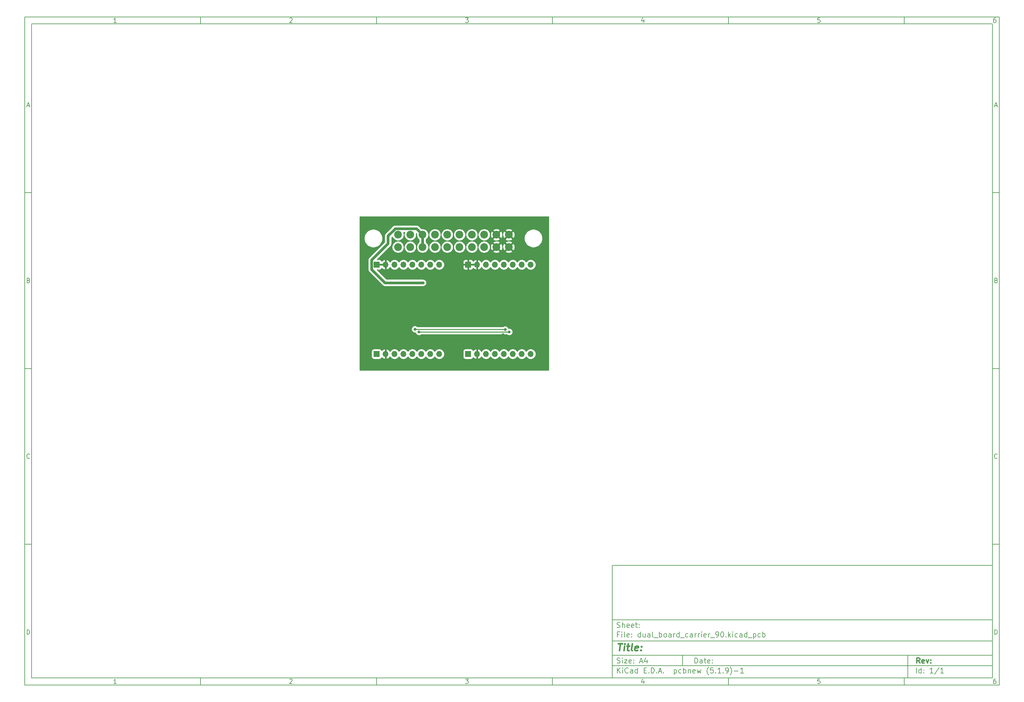
<source format=gbr>
%TF.GenerationSoftware,KiCad,Pcbnew,(5.1.9)-1*%
%TF.CreationDate,2021-02-06T18:14:13-06:00*%
%TF.ProjectId,dual_board_carrier_90,6475616c-5f62-46f6-9172-645f63617272,rev?*%
%TF.SameCoordinates,Original*%
%TF.FileFunction,Copper,L2,Bot*%
%TF.FilePolarity,Positive*%
%FSLAX46Y46*%
G04 Gerber Fmt 4.6, Leading zero omitted, Abs format (unit mm)*
G04 Created by KiCad (PCBNEW (5.1.9)-1) date 2021-02-06 18:14:13*
%MOMM*%
%LPD*%
G01*
G04 APERTURE LIST*
%ADD10C,0.100000*%
%ADD11C,0.150000*%
%ADD12C,0.300000*%
%ADD13C,0.400000*%
%TA.AperFunction,ComponentPad*%
%ADD14O,1.700000X1.700000*%
%TD*%
%TA.AperFunction,ComponentPad*%
%ADD15R,1.700000X1.700000*%
%TD*%
%TA.AperFunction,ComponentPad*%
%ADD16C,2.200000*%
%TD*%
%TA.AperFunction,ViaPad*%
%ADD17C,0.800000*%
%TD*%
%TA.AperFunction,Conductor*%
%ADD18C,0.800000*%
%TD*%
%TA.AperFunction,Conductor*%
%ADD19C,0.250000*%
%TD*%
%TA.AperFunction,Conductor*%
%ADD20C,0.254000*%
%TD*%
%TA.AperFunction,Conductor*%
%ADD21C,0.100000*%
%TD*%
G04 APERTURE END LIST*
D10*
D11*
X177002200Y-166007200D02*
X177002200Y-198007200D01*
X285002200Y-198007200D01*
X285002200Y-166007200D01*
X177002200Y-166007200D01*
D10*
D11*
X10000000Y-10000000D02*
X10000000Y-200007200D01*
X287002200Y-200007200D01*
X287002200Y-10000000D01*
X10000000Y-10000000D01*
D10*
D11*
X12000000Y-12000000D02*
X12000000Y-198007200D01*
X285002200Y-198007200D01*
X285002200Y-12000000D01*
X12000000Y-12000000D01*
D10*
D11*
X60000000Y-12000000D02*
X60000000Y-10000000D01*
D10*
D11*
X110000000Y-12000000D02*
X110000000Y-10000000D01*
D10*
D11*
X160000000Y-12000000D02*
X160000000Y-10000000D01*
D10*
D11*
X210000000Y-12000000D02*
X210000000Y-10000000D01*
D10*
D11*
X260000000Y-12000000D02*
X260000000Y-10000000D01*
D10*
D11*
X36065476Y-11588095D02*
X35322619Y-11588095D01*
X35694047Y-11588095D02*
X35694047Y-10288095D01*
X35570238Y-10473809D01*
X35446428Y-10597619D01*
X35322619Y-10659523D01*
D10*
D11*
X85322619Y-10411904D02*
X85384523Y-10350000D01*
X85508333Y-10288095D01*
X85817857Y-10288095D01*
X85941666Y-10350000D01*
X86003571Y-10411904D01*
X86065476Y-10535714D01*
X86065476Y-10659523D01*
X86003571Y-10845238D01*
X85260714Y-11588095D01*
X86065476Y-11588095D01*
D10*
D11*
X135260714Y-10288095D02*
X136065476Y-10288095D01*
X135632142Y-10783333D01*
X135817857Y-10783333D01*
X135941666Y-10845238D01*
X136003571Y-10907142D01*
X136065476Y-11030952D01*
X136065476Y-11340476D01*
X136003571Y-11464285D01*
X135941666Y-11526190D01*
X135817857Y-11588095D01*
X135446428Y-11588095D01*
X135322619Y-11526190D01*
X135260714Y-11464285D01*
D10*
D11*
X185941666Y-10721428D02*
X185941666Y-11588095D01*
X185632142Y-10226190D02*
X185322619Y-11154761D01*
X186127380Y-11154761D01*
D10*
D11*
X236003571Y-10288095D02*
X235384523Y-10288095D01*
X235322619Y-10907142D01*
X235384523Y-10845238D01*
X235508333Y-10783333D01*
X235817857Y-10783333D01*
X235941666Y-10845238D01*
X236003571Y-10907142D01*
X236065476Y-11030952D01*
X236065476Y-11340476D01*
X236003571Y-11464285D01*
X235941666Y-11526190D01*
X235817857Y-11588095D01*
X235508333Y-11588095D01*
X235384523Y-11526190D01*
X235322619Y-11464285D01*
D10*
D11*
X285941666Y-10288095D02*
X285694047Y-10288095D01*
X285570238Y-10350000D01*
X285508333Y-10411904D01*
X285384523Y-10597619D01*
X285322619Y-10845238D01*
X285322619Y-11340476D01*
X285384523Y-11464285D01*
X285446428Y-11526190D01*
X285570238Y-11588095D01*
X285817857Y-11588095D01*
X285941666Y-11526190D01*
X286003571Y-11464285D01*
X286065476Y-11340476D01*
X286065476Y-11030952D01*
X286003571Y-10907142D01*
X285941666Y-10845238D01*
X285817857Y-10783333D01*
X285570238Y-10783333D01*
X285446428Y-10845238D01*
X285384523Y-10907142D01*
X285322619Y-11030952D01*
D10*
D11*
X60000000Y-198007200D02*
X60000000Y-200007200D01*
D10*
D11*
X110000000Y-198007200D02*
X110000000Y-200007200D01*
D10*
D11*
X160000000Y-198007200D02*
X160000000Y-200007200D01*
D10*
D11*
X210000000Y-198007200D02*
X210000000Y-200007200D01*
D10*
D11*
X260000000Y-198007200D02*
X260000000Y-200007200D01*
D10*
D11*
X36065476Y-199595295D02*
X35322619Y-199595295D01*
X35694047Y-199595295D02*
X35694047Y-198295295D01*
X35570238Y-198481009D01*
X35446428Y-198604819D01*
X35322619Y-198666723D01*
D10*
D11*
X85322619Y-198419104D02*
X85384523Y-198357200D01*
X85508333Y-198295295D01*
X85817857Y-198295295D01*
X85941666Y-198357200D01*
X86003571Y-198419104D01*
X86065476Y-198542914D01*
X86065476Y-198666723D01*
X86003571Y-198852438D01*
X85260714Y-199595295D01*
X86065476Y-199595295D01*
D10*
D11*
X135260714Y-198295295D02*
X136065476Y-198295295D01*
X135632142Y-198790533D01*
X135817857Y-198790533D01*
X135941666Y-198852438D01*
X136003571Y-198914342D01*
X136065476Y-199038152D01*
X136065476Y-199347676D01*
X136003571Y-199471485D01*
X135941666Y-199533390D01*
X135817857Y-199595295D01*
X135446428Y-199595295D01*
X135322619Y-199533390D01*
X135260714Y-199471485D01*
D10*
D11*
X185941666Y-198728628D02*
X185941666Y-199595295D01*
X185632142Y-198233390D02*
X185322619Y-199161961D01*
X186127380Y-199161961D01*
D10*
D11*
X236003571Y-198295295D02*
X235384523Y-198295295D01*
X235322619Y-198914342D01*
X235384523Y-198852438D01*
X235508333Y-198790533D01*
X235817857Y-198790533D01*
X235941666Y-198852438D01*
X236003571Y-198914342D01*
X236065476Y-199038152D01*
X236065476Y-199347676D01*
X236003571Y-199471485D01*
X235941666Y-199533390D01*
X235817857Y-199595295D01*
X235508333Y-199595295D01*
X235384523Y-199533390D01*
X235322619Y-199471485D01*
D10*
D11*
X285941666Y-198295295D02*
X285694047Y-198295295D01*
X285570238Y-198357200D01*
X285508333Y-198419104D01*
X285384523Y-198604819D01*
X285322619Y-198852438D01*
X285322619Y-199347676D01*
X285384523Y-199471485D01*
X285446428Y-199533390D01*
X285570238Y-199595295D01*
X285817857Y-199595295D01*
X285941666Y-199533390D01*
X286003571Y-199471485D01*
X286065476Y-199347676D01*
X286065476Y-199038152D01*
X286003571Y-198914342D01*
X285941666Y-198852438D01*
X285817857Y-198790533D01*
X285570238Y-198790533D01*
X285446428Y-198852438D01*
X285384523Y-198914342D01*
X285322619Y-199038152D01*
D10*
D11*
X10000000Y-60000000D02*
X12000000Y-60000000D01*
D10*
D11*
X10000000Y-110000000D02*
X12000000Y-110000000D01*
D10*
D11*
X10000000Y-160000000D02*
X12000000Y-160000000D01*
D10*
D11*
X10690476Y-35216666D02*
X11309523Y-35216666D01*
X10566666Y-35588095D02*
X11000000Y-34288095D01*
X11433333Y-35588095D01*
D10*
D11*
X11092857Y-84907142D02*
X11278571Y-84969047D01*
X11340476Y-85030952D01*
X11402380Y-85154761D01*
X11402380Y-85340476D01*
X11340476Y-85464285D01*
X11278571Y-85526190D01*
X11154761Y-85588095D01*
X10659523Y-85588095D01*
X10659523Y-84288095D01*
X11092857Y-84288095D01*
X11216666Y-84350000D01*
X11278571Y-84411904D01*
X11340476Y-84535714D01*
X11340476Y-84659523D01*
X11278571Y-84783333D01*
X11216666Y-84845238D01*
X11092857Y-84907142D01*
X10659523Y-84907142D01*
D10*
D11*
X11402380Y-135464285D02*
X11340476Y-135526190D01*
X11154761Y-135588095D01*
X11030952Y-135588095D01*
X10845238Y-135526190D01*
X10721428Y-135402380D01*
X10659523Y-135278571D01*
X10597619Y-135030952D01*
X10597619Y-134845238D01*
X10659523Y-134597619D01*
X10721428Y-134473809D01*
X10845238Y-134350000D01*
X11030952Y-134288095D01*
X11154761Y-134288095D01*
X11340476Y-134350000D01*
X11402380Y-134411904D01*
D10*
D11*
X10659523Y-185588095D02*
X10659523Y-184288095D01*
X10969047Y-184288095D01*
X11154761Y-184350000D01*
X11278571Y-184473809D01*
X11340476Y-184597619D01*
X11402380Y-184845238D01*
X11402380Y-185030952D01*
X11340476Y-185278571D01*
X11278571Y-185402380D01*
X11154761Y-185526190D01*
X10969047Y-185588095D01*
X10659523Y-185588095D01*
D10*
D11*
X287002200Y-60000000D02*
X285002200Y-60000000D01*
D10*
D11*
X287002200Y-110000000D02*
X285002200Y-110000000D01*
D10*
D11*
X287002200Y-160000000D02*
X285002200Y-160000000D01*
D10*
D11*
X285692676Y-35216666D02*
X286311723Y-35216666D01*
X285568866Y-35588095D02*
X286002200Y-34288095D01*
X286435533Y-35588095D01*
D10*
D11*
X286095057Y-84907142D02*
X286280771Y-84969047D01*
X286342676Y-85030952D01*
X286404580Y-85154761D01*
X286404580Y-85340476D01*
X286342676Y-85464285D01*
X286280771Y-85526190D01*
X286156961Y-85588095D01*
X285661723Y-85588095D01*
X285661723Y-84288095D01*
X286095057Y-84288095D01*
X286218866Y-84350000D01*
X286280771Y-84411904D01*
X286342676Y-84535714D01*
X286342676Y-84659523D01*
X286280771Y-84783333D01*
X286218866Y-84845238D01*
X286095057Y-84907142D01*
X285661723Y-84907142D01*
D10*
D11*
X286404580Y-135464285D02*
X286342676Y-135526190D01*
X286156961Y-135588095D01*
X286033152Y-135588095D01*
X285847438Y-135526190D01*
X285723628Y-135402380D01*
X285661723Y-135278571D01*
X285599819Y-135030952D01*
X285599819Y-134845238D01*
X285661723Y-134597619D01*
X285723628Y-134473809D01*
X285847438Y-134350000D01*
X286033152Y-134288095D01*
X286156961Y-134288095D01*
X286342676Y-134350000D01*
X286404580Y-134411904D01*
D10*
D11*
X285661723Y-185588095D02*
X285661723Y-184288095D01*
X285971247Y-184288095D01*
X286156961Y-184350000D01*
X286280771Y-184473809D01*
X286342676Y-184597619D01*
X286404580Y-184845238D01*
X286404580Y-185030952D01*
X286342676Y-185278571D01*
X286280771Y-185402380D01*
X286156961Y-185526190D01*
X285971247Y-185588095D01*
X285661723Y-185588095D01*
D10*
D11*
X200434342Y-193785771D02*
X200434342Y-192285771D01*
X200791485Y-192285771D01*
X201005771Y-192357200D01*
X201148628Y-192500057D01*
X201220057Y-192642914D01*
X201291485Y-192928628D01*
X201291485Y-193142914D01*
X201220057Y-193428628D01*
X201148628Y-193571485D01*
X201005771Y-193714342D01*
X200791485Y-193785771D01*
X200434342Y-193785771D01*
X202577200Y-193785771D02*
X202577200Y-193000057D01*
X202505771Y-192857200D01*
X202362914Y-192785771D01*
X202077200Y-192785771D01*
X201934342Y-192857200D01*
X202577200Y-193714342D02*
X202434342Y-193785771D01*
X202077200Y-193785771D01*
X201934342Y-193714342D01*
X201862914Y-193571485D01*
X201862914Y-193428628D01*
X201934342Y-193285771D01*
X202077200Y-193214342D01*
X202434342Y-193214342D01*
X202577200Y-193142914D01*
X203077200Y-192785771D02*
X203648628Y-192785771D01*
X203291485Y-192285771D02*
X203291485Y-193571485D01*
X203362914Y-193714342D01*
X203505771Y-193785771D01*
X203648628Y-193785771D01*
X204720057Y-193714342D02*
X204577200Y-193785771D01*
X204291485Y-193785771D01*
X204148628Y-193714342D01*
X204077200Y-193571485D01*
X204077200Y-193000057D01*
X204148628Y-192857200D01*
X204291485Y-192785771D01*
X204577200Y-192785771D01*
X204720057Y-192857200D01*
X204791485Y-193000057D01*
X204791485Y-193142914D01*
X204077200Y-193285771D01*
X205434342Y-193642914D02*
X205505771Y-193714342D01*
X205434342Y-193785771D01*
X205362914Y-193714342D01*
X205434342Y-193642914D01*
X205434342Y-193785771D01*
X205434342Y-192857200D02*
X205505771Y-192928628D01*
X205434342Y-193000057D01*
X205362914Y-192928628D01*
X205434342Y-192857200D01*
X205434342Y-193000057D01*
D10*
D11*
X177002200Y-194507200D02*
X285002200Y-194507200D01*
D10*
D11*
X178434342Y-196585771D02*
X178434342Y-195085771D01*
X179291485Y-196585771D02*
X178648628Y-195728628D01*
X179291485Y-195085771D02*
X178434342Y-195942914D01*
X179934342Y-196585771D02*
X179934342Y-195585771D01*
X179934342Y-195085771D02*
X179862914Y-195157200D01*
X179934342Y-195228628D01*
X180005771Y-195157200D01*
X179934342Y-195085771D01*
X179934342Y-195228628D01*
X181505771Y-196442914D02*
X181434342Y-196514342D01*
X181220057Y-196585771D01*
X181077200Y-196585771D01*
X180862914Y-196514342D01*
X180720057Y-196371485D01*
X180648628Y-196228628D01*
X180577200Y-195942914D01*
X180577200Y-195728628D01*
X180648628Y-195442914D01*
X180720057Y-195300057D01*
X180862914Y-195157200D01*
X181077200Y-195085771D01*
X181220057Y-195085771D01*
X181434342Y-195157200D01*
X181505771Y-195228628D01*
X182791485Y-196585771D02*
X182791485Y-195800057D01*
X182720057Y-195657200D01*
X182577200Y-195585771D01*
X182291485Y-195585771D01*
X182148628Y-195657200D01*
X182791485Y-196514342D02*
X182648628Y-196585771D01*
X182291485Y-196585771D01*
X182148628Y-196514342D01*
X182077200Y-196371485D01*
X182077200Y-196228628D01*
X182148628Y-196085771D01*
X182291485Y-196014342D01*
X182648628Y-196014342D01*
X182791485Y-195942914D01*
X184148628Y-196585771D02*
X184148628Y-195085771D01*
X184148628Y-196514342D02*
X184005771Y-196585771D01*
X183720057Y-196585771D01*
X183577200Y-196514342D01*
X183505771Y-196442914D01*
X183434342Y-196300057D01*
X183434342Y-195871485D01*
X183505771Y-195728628D01*
X183577200Y-195657200D01*
X183720057Y-195585771D01*
X184005771Y-195585771D01*
X184148628Y-195657200D01*
X186005771Y-195800057D02*
X186505771Y-195800057D01*
X186720057Y-196585771D02*
X186005771Y-196585771D01*
X186005771Y-195085771D01*
X186720057Y-195085771D01*
X187362914Y-196442914D02*
X187434342Y-196514342D01*
X187362914Y-196585771D01*
X187291485Y-196514342D01*
X187362914Y-196442914D01*
X187362914Y-196585771D01*
X188077200Y-196585771D02*
X188077200Y-195085771D01*
X188434342Y-195085771D01*
X188648628Y-195157200D01*
X188791485Y-195300057D01*
X188862914Y-195442914D01*
X188934342Y-195728628D01*
X188934342Y-195942914D01*
X188862914Y-196228628D01*
X188791485Y-196371485D01*
X188648628Y-196514342D01*
X188434342Y-196585771D01*
X188077200Y-196585771D01*
X189577200Y-196442914D02*
X189648628Y-196514342D01*
X189577200Y-196585771D01*
X189505771Y-196514342D01*
X189577200Y-196442914D01*
X189577200Y-196585771D01*
X190220057Y-196157200D02*
X190934342Y-196157200D01*
X190077200Y-196585771D02*
X190577200Y-195085771D01*
X191077200Y-196585771D01*
X191577200Y-196442914D02*
X191648628Y-196514342D01*
X191577200Y-196585771D01*
X191505771Y-196514342D01*
X191577200Y-196442914D01*
X191577200Y-196585771D01*
X194577200Y-195585771D02*
X194577200Y-197085771D01*
X194577200Y-195657200D02*
X194720057Y-195585771D01*
X195005771Y-195585771D01*
X195148628Y-195657200D01*
X195220057Y-195728628D01*
X195291485Y-195871485D01*
X195291485Y-196300057D01*
X195220057Y-196442914D01*
X195148628Y-196514342D01*
X195005771Y-196585771D01*
X194720057Y-196585771D01*
X194577200Y-196514342D01*
X196577200Y-196514342D02*
X196434342Y-196585771D01*
X196148628Y-196585771D01*
X196005771Y-196514342D01*
X195934342Y-196442914D01*
X195862914Y-196300057D01*
X195862914Y-195871485D01*
X195934342Y-195728628D01*
X196005771Y-195657200D01*
X196148628Y-195585771D01*
X196434342Y-195585771D01*
X196577200Y-195657200D01*
X197220057Y-196585771D02*
X197220057Y-195085771D01*
X197220057Y-195657200D02*
X197362914Y-195585771D01*
X197648628Y-195585771D01*
X197791485Y-195657200D01*
X197862914Y-195728628D01*
X197934342Y-195871485D01*
X197934342Y-196300057D01*
X197862914Y-196442914D01*
X197791485Y-196514342D01*
X197648628Y-196585771D01*
X197362914Y-196585771D01*
X197220057Y-196514342D01*
X198577200Y-195585771D02*
X198577200Y-196585771D01*
X198577200Y-195728628D02*
X198648628Y-195657200D01*
X198791485Y-195585771D01*
X199005771Y-195585771D01*
X199148628Y-195657200D01*
X199220057Y-195800057D01*
X199220057Y-196585771D01*
X200505771Y-196514342D02*
X200362914Y-196585771D01*
X200077200Y-196585771D01*
X199934342Y-196514342D01*
X199862914Y-196371485D01*
X199862914Y-195800057D01*
X199934342Y-195657200D01*
X200077200Y-195585771D01*
X200362914Y-195585771D01*
X200505771Y-195657200D01*
X200577200Y-195800057D01*
X200577200Y-195942914D01*
X199862914Y-196085771D01*
X201077200Y-195585771D02*
X201362914Y-196585771D01*
X201648628Y-195871485D01*
X201934342Y-196585771D01*
X202220057Y-195585771D01*
X204362914Y-197157200D02*
X204291485Y-197085771D01*
X204148628Y-196871485D01*
X204077200Y-196728628D01*
X204005771Y-196514342D01*
X203934342Y-196157200D01*
X203934342Y-195871485D01*
X204005771Y-195514342D01*
X204077200Y-195300057D01*
X204148628Y-195157200D01*
X204291485Y-194942914D01*
X204362914Y-194871485D01*
X205648628Y-195085771D02*
X204934342Y-195085771D01*
X204862914Y-195800057D01*
X204934342Y-195728628D01*
X205077200Y-195657200D01*
X205434342Y-195657200D01*
X205577200Y-195728628D01*
X205648628Y-195800057D01*
X205720057Y-195942914D01*
X205720057Y-196300057D01*
X205648628Y-196442914D01*
X205577200Y-196514342D01*
X205434342Y-196585771D01*
X205077200Y-196585771D01*
X204934342Y-196514342D01*
X204862914Y-196442914D01*
X206362914Y-196442914D02*
X206434342Y-196514342D01*
X206362914Y-196585771D01*
X206291485Y-196514342D01*
X206362914Y-196442914D01*
X206362914Y-196585771D01*
X207862914Y-196585771D02*
X207005771Y-196585771D01*
X207434342Y-196585771D02*
X207434342Y-195085771D01*
X207291485Y-195300057D01*
X207148628Y-195442914D01*
X207005771Y-195514342D01*
X208505771Y-196442914D02*
X208577200Y-196514342D01*
X208505771Y-196585771D01*
X208434342Y-196514342D01*
X208505771Y-196442914D01*
X208505771Y-196585771D01*
X209291485Y-196585771D02*
X209577200Y-196585771D01*
X209720057Y-196514342D01*
X209791485Y-196442914D01*
X209934342Y-196228628D01*
X210005771Y-195942914D01*
X210005771Y-195371485D01*
X209934342Y-195228628D01*
X209862914Y-195157200D01*
X209720057Y-195085771D01*
X209434342Y-195085771D01*
X209291485Y-195157200D01*
X209220057Y-195228628D01*
X209148628Y-195371485D01*
X209148628Y-195728628D01*
X209220057Y-195871485D01*
X209291485Y-195942914D01*
X209434342Y-196014342D01*
X209720057Y-196014342D01*
X209862914Y-195942914D01*
X209934342Y-195871485D01*
X210005771Y-195728628D01*
X210505771Y-197157200D02*
X210577200Y-197085771D01*
X210720057Y-196871485D01*
X210791485Y-196728628D01*
X210862914Y-196514342D01*
X210934342Y-196157200D01*
X210934342Y-195871485D01*
X210862914Y-195514342D01*
X210791485Y-195300057D01*
X210720057Y-195157200D01*
X210577200Y-194942914D01*
X210505771Y-194871485D01*
X211648628Y-196014342D02*
X212791485Y-196014342D01*
X214291485Y-196585771D02*
X213434342Y-196585771D01*
X213862914Y-196585771D02*
X213862914Y-195085771D01*
X213720057Y-195300057D01*
X213577200Y-195442914D01*
X213434342Y-195514342D01*
D10*
D11*
X177002200Y-191507200D02*
X285002200Y-191507200D01*
D10*
D12*
X264411485Y-193785771D02*
X263911485Y-193071485D01*
X263554342Y-193785771D02*
X263554342Y-192285771D01*
X264125771Y-192285771D01*
X264268628Y-192357200D01*
X264340057Y-192428628D01*
X264411485Y-192571485D01*
X264411485Y-192785771D01*
X264340057Y-192928628D01*
X264268628Y-193000057D01*
X264125771Y-193071485D01*
X263554342Y-193071485D01*
X265625771Y-193714342D02*
X265482914Y-193785771D01*
X265197200Y-193785771D01*
X265054342Y-193714342D01*
X264982914Y-193571485D01*
X264982914Y-193000057D01*
X265054342Y-192857200D01*
X265197200Y-192785771D01*
X265482914Y-192785771D01*
X265625771Y-192857200D01*
X265697200Y-193000057D01*
X265697200Y-193142914D01*
X264982914Y-193285771D01*
X266197200Y-192785771D02*
X266554342Y-193785771D01*
X266911485Y-192785771D01*
X267482914Y-193642914D02*
X267554342Y-193714342D01*
X267482914Y-193785771D01*
X267411485Y-193714342D01*
X267482914Y-193642914D01*
X267482914Y-193785771D01*
X267482914Y-192857200D02*
X267554342Y-192928628D01*
X267482914Y-193000057D01*
X267411485Y-192928628D01*
X267482914Y-192857200D01*
X267482914Y-193000057D01*
D10*
D11*
X178362914Y-193714342D02*
X178577200Y-193785771D01*
X178934342Y-193785771D01*
X179077200Y-193714342D01*
X179148628Y-193642914D01*
X179220057Y-193500057D01*
X179220057Y-193357200D01*
X179148628Y-193214342D01*
X179077200Y-193142914D01*
X178934342Y-193071485D01*
X178648628Y-193000057D01*
X178505771Y-192928628D01*
X178434342Y-192857200D01*
X178362914Y-192714342D01*
X178362914Y-192571485D01*
X178434342Y-192428628D01*
X178505771Y-192357200D01*
X178648628Y-192285771D01*
X179005771Y-192285771D01*
X179220057Y-192357200D01*
X179862914Y-193785771D02*
X179862914Y-192785771D01*
X179862914Y-192285771D02*
X179791485Y-192357200D01*
X179862914Y-192428628D01*
X179934342Y-192357200D01*
X179862914Y-192285771D01*
X179862914Y-192428628D01*
X180434342Y-192785771D02*
X181220057Y-192785771D01*
X180434342Y-193785771D01*
X181220057Y-193785771D01*
X182362914Y-193714342D02*
X182220057Y-193785771D01*
X181934342Y-193785771D01*
X181791485Y-193714342D01*
X181720057Y-193571485D01*
X181720057Y-193000057D01*
X181791485Y-192857200D01*
X181934342Y-192785771D01*
X182220057Y-192785771D01*
X182362914Y-192857200D01*
X182434342Y-193000057D01*
X182434342Y-193142914D01*
X181720057Y-193285771D01*
X183077200Y-193642914D02*
X183148628Y-193714342D01*
X183077200Y-193785771D01*
X183005771Y-193714342D01*
X183077200Y-193642914D01*
X183077200Y-193785771D01*
X183077200Y-192857200D02*
X183148628Y-192928628D01*
X183077200Y-193000057D01*
X183005771Y-192928628D01*
X183077200Y-192857200D01*
X183077200Y-193000057D01*
X184862914Y-193357200D02*
X185577200Y-193357200D01*
X184720057Y-193785771D02*
X185220057Y-192285771D01*
X185720057Y-193785771D01*
X186862914Y-192785771D02*
X186862914Y-193785771D01*
X186505771Y-192214342D02*
X186148628Y-193285771D01*
X187077200Y-193285771D01*
D10*
D11*
X263434342Y-196585771D02*
X263434342Y-195085771D01*
X264791485Y-196585771D02*
X264791485Y-195085771D01*
X264791485Y-196514342D02*
X264648628Y-196585771D01*
X264362914Y-196585771D01*
X264220057Y-196514342D01*
X264148628Y-196442914D01*
X264077200Y-196300057D01*
X264077200Y-195871485D01*
X264148628Y-195728628D01*
X264220057Y-195657200D01*
X264362914Y-195585771D01*
X264648628Y-195585771D01*
X264791485Y-195657200D01*
X265505771Y-196442914D02*
X265577200Y-196514342D01*
X265505771Y-196585771D01*
X265434342Y-196514342D01*
X265505771Y-196442914D01*
X265505771Y-196585771D01*
X265505771Y-195657200D02*
X265577200Y-195728628D01*
X265505771Y-195800057D01*
X265434342Y-195728628D01*
X265505771Y-195657200D01*
X265505771Y-195800057D01*
X268148628Y-196585771D02*
X267291485Y-196585771D01*
X267720057Y-196585771D02*
X267720057Y-195085771D01*
X267577200Y-195300057D01*
X267434342Y-195442914D01*
X267291485Y-195514342D01*
X269862914Y-195014342D02*
X268577200Y-196942914D01*
X271148628Y-196585771D02*
X270291485Y-196585771D01*
X270720057Y-196585771D02*
X270720057Y-195085771D01*
X270577200Y-195300057D01*
X270434342Y-195442914D01*
X270291485Y-195514342D01*
D10*
D11*
X177002200Y-187507200D02*
X285002200Y-187507200D01*
D10*
D13*
X178714580Y-188211961D02*
X179857438Y-188211961D01*
X179036009Y-190211961D02*
X179286009Y-188211961D01*
X180274104Y-190211961D02*
X180440771Y-188878628D01*
X180524104Y-188211961D02*
X180416961Y-188307200D01*
X180500295Y-188402438D01*
X180607438Y-188307200D01*
X180524104Y-188211961D01*
X180500295Y-188402438D01*
X181107438Y-188878628D02*
X181869342Y-188878628D01*
X181476485Y-188211961D02*
X181262200Y-189926247D01*
X181333628Y-190116723D01*
X181512200Y-190211961D01*
X181702676Y-190211961D01*
X182655057Y-190211961D02*
X182476485Y-190116723D01*
X182405057Y-189926247D01*
X182619342Y-188211961D01*
X184190771Y-190116723D02*
X183988390Y-190211961D01*
X183607438Y-190211961D01*
X183428866Y-190116723D01*
X183357438Y-189926247D01*
X183452676Y-189164342D01*
X183571723Y-188973866D01*
X183774104Y-188878628D01*
X184155057Y-188878628D01*
X184333628Y-188973866D01*
X184405057Y-189164342D01*
X184381247Y-189354819D01*
X183405057Y-189545295D01*
X185155057Y-190021485D02*
X185238390Y-190116723D01*
X185131247Y-190211961D01*
X185047914Y-190116723D01*
X185155057Y-190021485D01*
X185131247Y-190211961D01*
X185286009Y-188973866D02*
X185369342Y-189069104D01*
X185262200Y-189164342D01*
X185178866Y-189069104D01*
X185286009Y-188973866D01*
X185262200Y-189164342D01*
D10*
D11*
X178934342Y-185600057D02*
X178434342Y-185600057D01*
X178434342Y-186385771D02*
X178434342Y-184885771D01*
X179148628Y-184885771D01*
X179720057Y-186385771D02*
X179720057Y-185385771D01*
X179720057Y-184885771D02*
X179648628Y-184957200D01*
X179720057Y-185028628D01*
X179791485Y-184957200D01*
X179720057Y-184885771D01*
X179720057Y-185028628D01*
X180648628Y-186385771D02*
X180505771Y-186314342D01*
X180434342Y-186171485D01*
X180434342Y-184885771D01*
X181791485Y-186314342D02*
X181648628Y-186385771D01*
X181362914Y-186385771D01*
X181220057Y-186314342D01*
X181148628Y-186171485D01*
X181148628Y-185600057D01*
X181220057Y-185457200D01*
X181362914Y-185385771D01*
X181648628Y-185385771D01*
X181791485Y-185457200D01*
X181862914Y-185600057D01*
X181862914Y-185742914D01*
X181148628Y-185885771D01*
X182505771Y-186242914D02*
X182577200Y-186314342D01*
X182505771Y-186385771D01*
X182434342Y-186314342D01*
X182505771Y-186242914D01*
X182505771Y-186385771D01*
X182505771Y-185457200D02*
X182577200Y-185528628D01*
X182505771Y-185600057D01*
X182434342Y-185528628D01*
X182505771Y-185457200D01*
X182505771Y-185600057D01*
X185005771Y-186385771D02*
X185005771Y-184885771D01*
X185005771Y-186314342D02*
X184862914Y-186385771D01*
X184577200Y-186385771D01*
X184434342Y-186314342D01*
X184362914Y-186242914D01*
X184291485Y-186100057D01*
X184291485Y-185671485D01*
X184362914Y-185528628D01*
X184434342Y-185457200D01*
X184577200Y-185385771D01*
X184862914Y-185385771D01*
X185005771Y-185457200D01*
X186362914Y-185385771D02*
X186362914Y-186385771D01*
X185720057Y-185385771D02*
X185720057Y-186171485D01*
X185791485Y-186314342D01*
X185934342Y-186385771D01*
X186148628Y-186385771D01*
X186291485Y-186314342D01*
X186362914Y-186242914D01*
X187720057Y-186385771D02*
X187720057Y-185600057D01*
X187648628Y-185457200D01*
X187505771Y-185385771D01*
X187220057Y-185385771D01*
X187077200Y-185457200D01*
X187720057Y-186314342D02*
X187577200Y-186385771D01*
X187220057Y-186385771D01*
X187077200Y-186314342D01*
X187005771Y-186171485D01*
X187005771Y-186028628D01*
X187077200Y-185885771D01*
X187220057Y-185814342D01*
X187577200Y-185814342D01*
X187720057Y-185742914D01*
X188648628Y-186385771D02*
X188505771Y-186314342D01*
X188434342Y-186171485D01*
X188434342Y-184885771D01*
X188862914Y-186528628D02*
X190005771Y-186528628D01*
X190362914Y-186385771D02*
X190362914Y-184885771D01*
X190362914Y-185457200D02*
X190505771Y-185385771D01*
X190791485Y-185385771D01*
X190934342Y-185457200D01*
X191005771Y-185528628D01*
X191077200Y-185671485D01*
X191077200Y-186100057D01*
X191005771Y-186242914D01*
X190934342Y-186314342D01*
X190791485Y-186385771D01*
X190505771Y-186385771D01*
X190362914Y-186314342D01*
X191934342Y-186385771D02*
X191791485Y-186314342D01*
X191720057Y-186242914D01*
X191648628Y-186100057D01*
X191648628Y-185671485D01*
X191720057Y-185528628D01*
X191791485Y-185457200D01*
X191934342Y-185385771D01*
X192148628Y-185385771D01*
X192291485Y-185457200D01*
X192362914Y-185528628D01*
X192434342Y-185671485D01*
X192434342Y-186100057D01*
X192362914Y-186242914D01*
X192291485Y-186314342D01*
X192148628Y-186385771D01*
X191934342Y-186385771D01*
X193720057Y-186385771D02*
X193720057Y-185600057D01*
X193648628Y-185457200D01*
X193505771Y-185385771D01*
X193220057Y-185385771D01*
X193077200Y-185457200D01*
X193720057Y-186314342D02*
X193577200Y-186385771D01*
X193220057Y-186385771D01*
X193077200Y-186314342D01*
X193005771Y-186171485D01*
X193005771Y-186028628D01*
X193077200Y-185885771D01*
X193220057Y-185814342D01*
X193577200Y-185814342D01*
X193720057Y-185742914D01*
X194434342Y-186385771D02*
X194434342Y-185385771D01*
X194434342Y-185671485D02*
X194505771Y-185528628D01*
X194577200Y-185457200D01*
X194720057Y-185385771D01*
X194862914Y-185385771D01*
X196005771Y-186385771D02*
X196005771Y-184885771D01*
X196005771Y-186314342D02*
X195862914Y-186385771D01*
X195577200Y-186385771D01*
X195434342Y-186314342D01*
X195362914Y-186242914D01*
X195291485Y-186100057D01*
X195291485Y-185671485D01*
X195362914Y-185528628D01*
X195434342Y-185457200D01*
X195577200Y-185385771D01*
X195862914Y-185385771D01*
X196005771Y-185457200D01*
X196362914Y-186528628D02*
X197505771Y-186528628D01*
X198505771Y-186314342D02*
X198362914Y-186385771D01*
X198077200Y-186385771D01*
X197934342Y-186314342D01*
X197862914Y-186242914D01*
X197791485Y-186100057D01*
X197791485Y-185671485D01*
X197862914Y-185528628D01*
X197934342Y-185457200D01*
X198077200Y-185385771D01*
X198362914Y-185385771D01*
X198505771Y-185457200D01*
X199791485Y-186385771D02*
X199791485Y-185600057D01*
X199720057Y-185457200D01*
X199577200Y-185385771D01*
X199291485Y-185385771D01*
X199148628Y-185457200D01*
X199791485Y-186314342D02*
X199648628Y-186385771D01*
X199291485Y-186385771D01*
X199148628Y-186314342D01*
X199077200Y-186171485D01*
X199077200Y-186028628D01*
X199148628Y-185885771D01*
X199291485Y-185814342D01*
X199648628Y-185814342D01*
X199791485Y-185742914D01*
X200505771Y-186385771D02*
X200505771Y-185385771D01*
X200505771Y-185671485D02*
X200577200Y-185528628D01*
X200648628Y-185457200D01*
X200791485Y-185385771D01*
X200934342Y-185385771D01*
X201434342Y-186385771D02*
X201434342Y-185385771D01*
X201434342Y-185671485D02*
X201505771Y-185528628D01*
X201577200Y-185457200D01*
X201720057Y-185385771D01*
X201862914Y-185385771D01*
X202362914Y-186385771D02*
X202362914Y-185385771D01*
X202362914Y-184885771D02*
X202291485Y-184957200D01*
X202362914Y-185028628D01*
X202434342Y-184957200D01*
X202362914Y-184885771D01*
X202362914Y-185028628D01*
X203648628Y-186314342D02*
X203505771Y-186385771D01*
X203220057Y-186385771D01*
X203077200Y-186314342D01*
X203005771Y-186171485D01*
X203005771Y-185600057D01*
X203077200Y-185457200D01*
X203220057Y-185385771D01*
X203505771Y-185385771D01*
X203648628Y-185457200D01*
X203720057Y-185600057D01*
X203720057Y-185742914D01*
X203005771Y-185885771D01*
X204362914Y-186385771D02*
X204362914Y-185385771D01*
X204362914Y-185671485D02*
X204434342Y-185528628D01*
X204505771Y-185457200D01*
X204648628Y-185385771D01*
X204791485Y-185385771D01*
X204934342Y-186528628D02*
X206077200Y-186528628D01*
X206505771Y-186385771D02*
X206791485Y-186385771D01*
X206934342Y-186314342D01*
X207005771Y-186242914D01*
X207148628Y-186028628D01*
X207220057Y-185742914D01*
X207220057Y-185171485D01*
X207148628Y-185028628D01*
X207077200Y-184957200D01*
X206934342Y-184885771D01*
X206648628Y-184885771D01*
X206505771Y-184957200D01*
X206434342Y-185028628D01*
X206362914Y-185171485D01*
X206362914Y-185528628D01*
X206434342Y-185671485D01*
X206505771Y-185742914D01*
X206648628Y-185814342D01*
X206934342Y-185814342D01*
X207077200Y-185742914D01*
X207148628Y-185671485D01*
X207220057Y-185528628D01*
X208148628Y-184885771D02*
X208291485Y-184885771D01*
X208434342Y-184957200D01*
X208505771Y-185028628D01*
X208577200Y-185171485D01*
X208648628Y-185457200D01*
X208648628Y-185814342D01*
X208577200Y-186100057D01*
X208505771Y-186242914D01*
X208434342Y-186314342D01*
X208291485Y-186385771D01*
X208148628Y-186385771D01*
X208005771Y-186314342D01*
X207934342Y-186242914D01*
X207862914Y-186100057D01*
X207791485Y-185814342D01*
X207791485Y-185457200D01*
X207862914Y-185171485D01*
X207934342Y-185028628D01*
X208005771Y-184957200D01*
X208148628Y-184885771D01*
X209291485Y-186242914D02*
X209362914Y-186314342D01*
X209291485Y-186385771D01*
X209220057Y-186314342D01*
X209291485Y-186242914D01*
X209291485Y-186385771D01*
X210005771Y-186385771D02*
X210005771Y-184885771D01*
X210148628Y-185814342D02*
X210577200Y-186385771D01*
X210577200Y-185385771D02*
X210005771Y-185957200D01*
X211220057Y-186385771D02*
X211220057Y-185385771D01*
X211220057Y-184885771D02*
X211148628Y-184957200D01*
X211220057Y-185028628D01*
X211291485Y-184957200D01*
X211220057Y-184885771D01*
X211220057Y-185028628D01*
X212577200Y-186314342D02*
X212434342Y-186385771D01*
X212148628Y-186385771D01*
X212005771Y-186314342D01*
X211934342Y-186242914D01*
X211862914Y-186100057D01*
X211862914Y-185671485D01*
X211934342Y-185528628D01*
X212005771Y-185457200D01*
X212148628Y-185385771D01*
X212434342Y-185385771D01*
X212577200Y-185457200D01*
X213862914Y-186385771D02*
X213862914Y-185600057D01*
X213791485Y-185457200D01*
X213648628Y-185385771D01*
X213362914Y-185385771D01*
X213220057Y-185457200D01*
X213862914Y-186314342D02*
X213720057Y-186385771D01*
X213362914Y-186385771D01*
X213220057Y-186314342D01*
X213148628Y-186171485D01*
X213148628Y-186028628D01*
X213220057Y-185885771D01*
X213362914Y-185814342D01*
X213720057Y-185814342D01*
X213862914Y-185742914D01*
X215220057Y-186385771D02*
X215220057Y-184885771D01*
X215220057Y-186314342D02*
X215077200Y-186385771D01*
X214791485Y-186385771D01*
X214648628Y-186314342D01*
X214577200Y-186242914D01*
X214505771Y-186100057D01*
X214505771Y-185671485D01*
X214577200Y-185528628D01*
X214648628Y-185457200D01*
X214791485Y-185385771D01*
X215077200Y-185385771D01*
X215220057Y-185457200D01*
X215577200Y-186528628D02*
X216720057Y-186528628D01*
X217077200Y-185385771D02*
X217077200Y-186885771D01*
X217077200Y-185457200D02*
X217220057Y-185385771D01*
X217505771Y-185385771D01*
X217648628Y-185457200D01*
X217720057Y-185528628D01*
X217791485Y-185671485D01*
X217791485Y-186100057D01*
X217720057Y-186242914D01*
X217648628Y-186314342D01*
X217505771Y-186385771D01*
X217220057Y-186385771D01*
X217077200Y-186314342D01*
X219077200Y-186314342D02*
X218934342Y-186385771D01*
X218648628Y-186385771D01*
X218505771Y-186314342D01*
X218434342Y-186242914D01*
X218362914Y-186100057D01*
X218362914Y-185671485D01*
X218434342Y-185528628D01*
X218505771Y-185457200D01*
X218648628Y-185385771D01*
X218934342Y-185385771D01*
X219077200Y-185457200D01*
X219720057Y-186385771D02*
X219720057Y-184885771D01*
X219720057Y-185457200D02*
X219862914Y-185385771D01*
X220148628Y-185385771D01*
X220291485Y-185457200D01*
X220362914Y-185528628D01*
X220434342Y-185671485D01*
X220434342Y-186100057D01*
X220362914Y-186242914D01*
X220291485Y-186314342D01*
X220148628Y-186385771D01*
X219862914Y-186385771D01*
X219720057Y-186314342D01*
D10*
D11*
X177002200Y-181507200D02*
X285002200Y-181507200D01*
D10*
D11*
X178362914Y-183614342D02*
X178577200Y-183685771D01*
X178934342Y-183685771D01*
X179077200Y-183614342D01*
X179148628Y-183542914D01*
X179220057Y-183400057D01*
X179220057Y-183257200D01*
X179148628Y-183114342D01*
X179077200Y-183042914D01*
X178934342Y-182971485D01*
X178648628Y-182900057D01*
X178505771Y-182828628D01*
X178434342Y-182757200D01*
X178362914Y-182614342D01*
X178362914Y-182471485D01*
X178434342Y-182328628D01*
X178505771Y-182257200D01*
X178648628Y-182185771D01*
X179005771Y-182185771D01*
X179220057Y-182257200D01*
X179862914Y-183685771D02*
X179862914Y-182185771D01*
X180505771Y-183685771D02*
X180505771Y-182900057D01*
X180434342Y-182757200D01*
X180291485Y-182685771D01*
X180077200Y-182685771D01*
X179934342Y-182757200D01*
X179862914Y-182828628D01*
X181791485Y-183614342D02*
X181648628Y-183685771D01*
X181362914Y-183685771D01*
X181220057Y-183614342D01*
X181148628Y-183471485D01*
X181148628Y-182900057D01*
X181220057Y-182757200D01*
X181362914Y-182685771D01*
X181648628Y-182685771D01*
X181791485Y-182757200D01*
X181862914Y-182900057D01*
X181862914Y-183042914D01*
X181148628Y-183185771D01*
X183077200Y-183614342D02*
X182934342Y-183685771D01*
X182648628Y-183685771D01*
X182505771Y-183614342D01*
X182434342Y-183471485D01*
X182434342Y-182900057D01*
X182505771Y-182757200D01*
X182648628Y-182685771D01*
X182934342Y-182685771D01*
X183077200Y-182757200D01*
X183148628Y-182900057D01*
X183148628Y-183042914D01*
X182434342Y-183185771D01*
X183577200Y-182685771D02*
X184148628Y-182685771D01*
X183791485Y-182185771D02*
X183791485Y-183471485D01*
X183862914Y-183614342D01*
X184005771Y-183685771D01*
X184148628Y-183685771D01*
X184648628Y-183542914D02*
X184720057Y-183614342D01*
X184648628Y-183685771D01*
X184577200Y-183614342D01*
X184648628Y-183542914D01*
X184648628Y-183685771D01*
X184648628Y-182757200D02*
X184720057Y-182828628D01*
X184648628Y-182900057D01*
X184577200Y-182828628D01*
X184648628Y-182757200D01*
X184648628Y-182900057D01*
D10*
D11*
X197002200Y-191507200D02*
X197002200Y-194507200D01*
D10*
D11*
X261002200Y-191507200D02*
X261002200Y-198007200D01*
D14*
%TO.P,J5,8*%
%TO.N,/LSU2_Un*%
X153796000Y-80460000D03*
%TO.P,J5,7*%
%TO.N,/LSU2_Rtrim*%
X151256000Y-80460000D03*
%TO.P,J5,6*%
%TO.N,/LSU2_Vm*%
X148716000Y-80460000D03*
%TO.P,J5,5*%
%TO.N,/LSU2_Ip*%
X146176000Y-80460000D03*
%TO.P,J5,4*%
%TO.N,/LSU2_Heater-*%
X143636000Y-80460000D03*
%TO.P,J5,3*%
X141096000Y-80460000D03*
%TO.P,J5,2*%
%TO.N,GND*%
X138556000Y-80460000D03*
D15*
%TO.P,J5,1*%
X136016000Y-80460000D03*
%TD*%
D14*
%TO.P,J4,8*%
%TO.N,/Boot02*%
X153796000Y-105860000D03*
%TO.P,J4,7*%
%TO.N,/nRESET2*%
X151256000Y-105860000D03*
%TO.P,J4,6*%
%TO.N,/CAN2_TX*%
X148716000Y-105860000D03*
%TO.P,J4,5*%
%TO.N,/CAN2_RX*%
X146176000Y-105860000D03*
%TO.P,J4,4*%
%TO.N,/UART_RX2*%
X143636000Y-105860000D03*
%TO.P,J4,3*%
%TO.N,/UART_TX2*%
X141096000Y-105860000D03*
%TO.P,J4,2*%
%TO.N,GND*%
X138556000Y-105860000D03*
D15*
%TO.P,J4,1*%
%TO.N,+5V*%
X136016000Y-105860000D03*
%TD*%
D14*
%TO.P,J2,8*%
%TO.N,/LSU1_Un*%
X127796000Y-80460000D03*
%TO.P,J2,7*%
%TO.N,/LSU1_Rtrim*%
X125256000Y-80460000D03*
%TO.P,J2,6*%
%TO.N,/LSU1_Vm*%
X122716000Y-80460000D03*
%TO.P,J2,5*%
%TO.N,/LSU1_Ip*%
X120176000Y-80460000D03*
%TO.P,J2,4*%
%TO.N,/LSU1_Heater-*%
X117636000Y-80460000D03*
%TO.P,J2,3*%
X115096000Y-80460000D03*
%TO.P,J2,2*%
%TO.N,GND*%
X112556000Y-80460000D03*
D15*
%TO.P,J2,1*%
X110016000Y-80460000D03*
%TD*%
D14*
%TO.P,J1,8*%
%TO.N,/Boot0*%
X127796000Y-105860000D03*
%TO.P,J1,7*%
%TO.N,/nRESET*%
X125256000Y-105860000D03*
%TO.P,J1,6*%
%TO.N,/CAN_TX*%
X122716000Y-105860000D03*
%TO.P,J1,5*%
%TO.N,/CAN_RX*%
X120176000Y-105860000D03*
%TO.P,J1,4*%
%TO.N,/UART_RX*%
X117636000Y-105860000D03*
%TO.P,J1,3*%
%TO.N,/UART_TX*%
X115096000Y-105860000D03*
%TO.P,J1,2*%
%TO.N,GND*%
X112556000Y-105860000D03*
D15*
%TO.P,J1,1*%
%TO.N,+5V*%
X110016000Y-105860000D03*
%TD*%
D16*
%TO.P,J3,1*%
%TO.N,GND*%
X147576000Y-75434000D03*
%TO.P,J3,2*%
X144076000Y-75434000D03*
%TO.P,J3,3*%
%TO.N,/LSU1_Heater-*%
X140576000Y-75434000D03*
%TO.P,J3,4*%
%TO.N,/LSU1_Ip*%
X137076000Y-75434000D03*
%TO.P,J3,5*%
%TO.N,/LSU1_Vm*%
X133576000Y-75434000D03*
%TO.P,J3,6*%
%TO.N,/LSU1_Rtrim*%
X130076000Y-75434000D03*
%TO.P,J3,7*%
%TO.N,/LSU1_Un*%
X126576000Y-75434000D03*
%TO.P,J3,8*%
%TO.N,/LSU_Heater+*%
X123076000Y-75434000D03*
%TO.P,J3,9*%
%TO.N,/CAN_L*%
X119576000Y-75434000D03*
%TO.P,J3,10*%
%TO.N,12V_RAW*%
X116076000Y-75434000D03*
%TO.P,J3,11*%
%TO.N,GND*%
X147576000Y-71934000D03*
%TO.P,J3,12*%
X144076000Y-71934000D03*
%TO.P,J3,13*%
%TO.N,/LSU2_Heater-*%
X140576000Y-71934000D03*
%TO.P,J3,14*%
%TO.N,/LSU2_Ip*%
X137076000Y-71934000D03*
%TO.P,J3,15*%
%TO.N,/LSU2_Vm*%
X133576000Y-71934000D03*
%TO.P,J3,16*%
%TO.N,/LSU2_Rtrim*%
X130076000Y-71934000D03*
%TO.P,J3,17*%
%TO.N,/LSU2_Un*%
X126576000Y-71934000D03*
%TO.P,J3,18*%
%TO.N,/LSU_Heater+*%
X123076000Y-71934000D03*
%TO.P,J3,19*%
%TO.N,/CAN_H*%
X119576000Y-71934000D03*
%TO.P,J3,20*%
%TO.N,12V_RAW*%
X116076000Y-71934000D03*
%TD*%
D17*
%TO.N,GND*%
X117348000Y-91186000D03*
X145542000Y-90932000D03*
X145542000Y-90170000D03*
X145542000Y-89408000D03*
X145542000Y-85598000D03*
X145542000Y-86360000D03*
X145542000Y-87122000D03*
X138557000Y-93345000D03*
X145923000Y-100330000D03*
X120142000Y-100076000D03*
X119888000Y-91186000D03*
X113157000Y-93472000D03*
X111887000Y-93472000D03*
X110617000Y-93472000D03*
X115062000Y-91186000D03*
X122174000Y-91186000D03*
X125984000Y-97155000D03*
X125984000Y-97155000D03*
X151511000Y-97282000D03*
%TO.N,/LSU_Heater+*%
X123190000Y-85598000D03*
%TO.N,/CAN_H*%
X146558000Y-98879989D03*
X120904000Y-98806020D03*
%TO.N,/CAN_L*%
X147701000Y-99568000D03*
X122047000Y-99568012D03*
%TD*%
D18*
%TO.N,/LSU_Heater+*%
X123076000Y-71934000D02*
X123076000Y-75434000D01*
X123190000Y-85598000D02*
X112373998Y-85598000D01*
X112373998Y-85598000D02*
X108565999Y-81790001D01*
X108565999Y-81790001D02*
X108565999Y-79129999D01*
X113258988Y-74437010D02*
X113258988Y-74206306D01*
X108565999Y-79129999D02*
X113258988Y-74437010D01*
X121375999Y-70233999D02*
X123076000Y-71934000D01*
X115189000Y-70304998D02*
X115259999Y-70233999D01*
X115189000Y-70358000D02*
X115189000Y-70304998D01*
X115259999Y-70233999D02*
X121375999Y-70233999D01*
X113258988Y-72288012D02*
X115189000Y-70358000D01*
X113258988Y-74437010D02*
X113258988Y-72288012D01*
D19*
%TO.N,/CAN_H*%
X120904020Y-98806000D02*
X120904000Y-98806020D01*
X146484011Y-98806000D02*
X120904020Y-98806000D01*
X146558000Y-98879989D02*
X146484011Y-98806000D01*
%TO.N,/CAN_L*%
X147701000Y-99568000D02*
X147664001Y-99604999D01*
X147664001Y-99604999D02*
X122083987Y-99604999D01*
X122083987Y-99604999D02*
X122047000Y-99568012D01*
%TD*%
D20*
%TO.N,GND*%
X158887000Y-110469000D02*
X105257000Y-110469000D01*
X105257000Y-105010000D01*
X108527928Y-105010000D01*
X108527928Y-106710000D01*
X108540188Y-106834482D01*
X108576498Y-106954180D01*
X108635463Y-107064494D01*
X108714815Y-107161185D01*
X108811506Y-107240537D01*
X108921820Y-107299502D01*
X109041518Y-107335812D01*
X109166000Y-107348072D01*
X110866000Y-107348072D01*
X110990482Y-107335812D01*
X111110180Y-107299502D01*
X111220494Y-107240537D01*
X111317185Y-107161185D01*
X111396537Y-107064494D01*
X111455502Y-106954180D01*
X111479966Y-106873534D01*
X111555731Y-106957588D01*
X111789080Y-107131641D01*
X112051901Y-107256825D01*
X112199110Y-107301476D01*
X112429000Y-107180155D01*
X112429000Y-105987000D01*
X112409000Y-105987000D01*
X112409000Y-105733000D01*
X112429000Y-105733000D01*
X112429000Y-104539845D01*
X112683000Y-104539845D01*
X112683000Y-105733000D01*
X112703000Y-105733000D01*
X112703000Y-105987000D01*
X112683000Y-105987000D01*
X112683000Y-107180155D01*
X112912890Y-107301476D01*
X113060099Y-107256825D01*
X113322920Y-107131641D01*
X113556269Y-106957588D01*
X113751178Y-106741355D01*
X113820805Y-106624466D01*
X113942525Y-106806632D01*
X114149368Y-107013475D01*
X114392589Y-107175990D01*
X114662842Y-107287932D01*
X114949740Y-107345000D01*
X115242260Y-107345000D01*
X115529158Y-107287932D01*
X115799411Y-107175990D01*
X116042632Y-107013475D01*
X116249475Y-106806632D01*
X116366000Y-106632240D01*
X116482525Y-106806632D01*
X116689368Y-107013475D01*
X116932589Y-107175990D01*
X117202842Y-107287932D01*
X117489740Y-107345000D01*
X117782260Y-107345000D01*
X118069158Y-107287932D01*
X118339411Y-107175990D01*
X118582632Y-107013475D01*
X118789475Y-106806632D01*
X118906000Y-106632240D01*
X119022525Y-106806632D01*
X119229368Y-107013475D01*
X119472589Y-107175990D01*
X119742842Y-107287932D01*
X120029740Y-107345000D01*
X120322260Y-107345000D01*
X120609158Y-107287932D01*
X120879411Y-107175990D01*
X121122632Y-107013475D01*
X121329475Y-106806632D01*
X121446000Y-106632240D01*
X121562525Y-106806632D01*
X121769368Y-107013475D01*
X122012589Y-107175990D01*
X122282842Y-107287932D01*
X122569740Y-107345000D01*
X122862260Y-107345000D01*
X123149158Y-107287932D01*
X123419411Y-107175990D01*
X123662632Y-107013475D01*
X123869475Y-106806632D01*
X123986000Y-106632240D01*
X124102525Y-106806632D01*
X124309368Y-107013475D01*
X124552589Y-107175990D01*
X124822842Y-107287932D01*
X125109740Y-107345000D01*
X125402260Y-107345000D01*
X125689158Y-107287932D01*
X125959411Y-107175990D01*
X126202632Y-107013475D01*
X126409475Y-106806632D01*
X126526000Y-106632240D01*
X126642525Y-106806632D01*
X126849368Y-107013475D01*
X127092589Y-107175990D01*
X127362842Y-107287932D01*
X127649740Y-107345000D01*
X127942260Y-107345000D01*
X128229158Y-107287932D01*
X128499411Y-107175990D01*
X128742632Y-107013475D01*
X128949475Y-106806632D01*
X129111990Y-106563411D01*
X129223932Y-106293158D01*
X129281000Y-106006260D01*
X129281000Y-105713740D01*
X129223932Y-105426842D01*
X129111990Y-105156589D01*
X129014043Y-105010000D01*
X134527928Y-105010000D01*
X134527928Y-106710000D01*
X134540188Y-106834482D01*
X134576498Y-106954180D01*
X134635463Y-107064494D01*
X134714815Y-107161185D01*
X134811506Y-107240537D01*
X134921820Y-107299502D01*
X135041518Y-107335812D01*
X135166000Y-107348072D01*
X136866000Y-107348072D01*
X136990482Y-107335812D01*
X137110180Y-107299502D01*
X137220494Y-107240537D01*
X137317185Y-107161185D01*
X137396537Y-107064494D01*
X137455502Y-106954180D01*
X137479966Y-106873534D01*
X137555731Y-106957588D01*
X137789080Y-107131641D01*
X138051901Y-107256825D01*
X138199110Y-107301476D01*
X138429000Y-107180155D01*
X138429000Y-105987000D01*
X138409000Y-105987000D01*
X138409000Y-105733000D01*
X138429000Y-105733000D01*
X138429000Y-104539845D01*
X138683000Y-104539845D01*
X138683000Y-105733000D01*
X138703000Y-105733000D01*
X138703000Y-105987000D01*
X138683000Y-105987000D01*
X138683000Y-107180155D01*
X138912890Y-107301476D01*
X139060099Y-107256825D01*
X139322920Y-107131641D01*
X139556269Y-106957588D01*
X139751178Y-106741355D01*
X139820805Y-106624466D01*
X139942525Y-106806632D01*
X140149368Y-107013475D01*
X140392589Y-107175990D01*
X140662842Y-107287932D01*
X140949740Y-107345000D01*
X141242260Y-107345000D01*
X141529158Y-107287932D01*
X141799411Y-107175990D01*
X142042632Y-107013475D01*
X142249475Y-106806632D01*
X142366000Y-106632240D01*
X142482525Y-106806632D01*
X142689368Y-107013475D01*
X142932589Y-107175990D01*
X143202842Y-107287932D01*
X143489740Y-107345000D01*
X143782260Y-107345000D01*
X144069158Y-107287932D01*
X144339411Y-107175990D01*
X144582632Y-107013475D01*
X144789475Y-106806632D01*
X144906000Y-106632240D01*
X145022525Y-106806632D01*
X145229368Y-107013475D01*
X145472589Y-107175990D01*
X145742842Y-107287932D01*
X146029740Y-107345000D01*
X146322260Y-107345000D01*
X146609158Y-107287932D01*
X146879411Y-107175990D01*
X147122632Y-107013475D01*
X147329475Y-106806632D01*
X147446000Y-106632240D01*
X147562525Y-106806632D01*
X147769368Y-107013475D01*
X148012589Y-107175990D01*
X148282842Y-107287932D01*
X148569740Y-107345000D01*
X148862260Y-107345000D01*
X149149158Y-107287932D01*
X149419411Y-107175990D01*
X149662632Y-107013475D01*
X149869475Y-106806632D01*
X149986000Y-106632240D01*
X150102525Y-106806632D01*
X150309368Y-107013475D01*
X150552589Y-107175990D01*
X150822842Y-107287932D01*
X151109740Y-107345000D01*
X151402260Y-107345000D01*
X151689158Y-107287932D01*
X151959411Y-107175990D01*
X152202632Y-107013475D01*
X152409475Y-106806632D01*
X152526000Y-106632240D01*
X152642525Y-106806632D01*
X152849368Y-107013475D01*
X153092589Y-107175990D01*
X153362842Y-107287932D01*
X153649740Y-107345000D01*
X153942260Y-107345000D01*
X154229158Y-107287932D01*
X154499411Y-107175990D01*
X154742632Y-107013475D01*
X154949475Y-106806632D01*
X155111990Y-106563411D01*
X155223932Y-106293158D01*
X155281000Y-106006260D01*
X155281000Y-105713740D01*
X155223932Y-105426842D01*
X155111990Y-105156589D01*
X154949475Y-104913368D01*
X154742632Y-104706525D01*
X154499411Y-104544010D01*
X154229158Y-104432068D01*
X153942260Y-104375000D01*
X153649740Y-104375000D01*
X153362842Y-104432068D01*
X153092589Y-104544010D01*
X152849368Y-104706525D01*
X152642525Y-104913368D01*
X152526000Y-105087760D01*
X152409475Y-104913368D01*
X152202632Y-104706525D01*
X151959411Y-104544010D01*
X151689158Y-104432068D01*
X151402260Y-104375000D01*
X151109740Y-104375000D01*
X150822842Y-104432068D01*
X150552589Y-104544010D01*
X150309368Y-104706525D01*
X150102525Y-104913368D01*
X149986000Y-105087760D01*
X149869475Y-104913368D01*
X149662632Y-104706525D01*
X149419411Y-104544010D01*
X149149158Y-104432068D01*
X148862260Y-104375000D01*
X148569740Y-104375000D01*
X148282842Y-104432068D01*
X148012589Y-104544010D01*
X147769368Y-104706525D01*
X147562525Y-104913368D01*
X147446000Y-105087760D01*
X147329475Y-104913368D01*
X147122632Y-104706525D01*
X146879411Y-104544010D01*
X146609158Y-104432068D01*
X146322260Y-104375000D01*
X146029740Y-104375000D01*
X145742842Y-104432068D01*
X145472589Y-104544010D01*
X145229368Y-104706525D01*
X145022525Y-104913368D01*
X144906000Y-105087760D01*
X144789475Y-104913368D01*
X144582632Y-104706525D01*
X144339411Y-104544010D01*
X144069158Y-104432068D01*
X143782260Y-104375000D01*
X143489740Y-104375000D01*
X143202842Y-104432068D01*
X142932589Y-104544010D01*
X142689368Y-104706525D01*
X142482525Y-104913368D01*
X142366000Y-105087760D01*
X142249475Y-104913368D01*
X142042632Y-104706525D01*
X141799411Y-104544010D01*
X141529158Y-104432068D01*
X141242260Y-104375000D01*
X140949740Y-104375000D01*
X140662842Y-104432068D01*
X140392589Y-104544010D01*
X140149368Y-104706525D01*
X139942525Y-104913368D01*
X139820805Y-105095534D01*
X139751178Y-104978645D01*
X139556269Y-104762412D01*
X139322920Y-104588359D01*
X139060099Y-104463175D01*
X138912890Y-104418524D01*
X138683000Y-104539845D01*
X138429000Y-104539845D01*
X138199110Y-104418524D01*
X138051901Y-104463175D01*
X137789080Y-104588359D01*
X137555731Y-104762412D01*
X137479966Y-104846466D01*
X137455502Y-104765820D01*
X137396537Y-104655506D01*
X137317185Y-104558815D01*
X137220494Y-104479463D01*
X137110180Y-104420498D01*
X136990482Y-104384188D01*
X136866000Y-104371928D01*
X135166000Y-104371928D01*
X135041518Y-104384188D01*
X134921820Y-104420498D01*
X134811506Y-104479463D01*
X134714815Y-104558815D01*
X134635463Y-104655506D01*
X134576498Y-104765820D01*
X134540188Y-104885518D01*
X134527928Y-105010000D01*
X129014043Y-105010000D01*
X128949475Y-104913368D01*
X128742632Y-104706525D01*
X128499411Y-104544010D01*
X128229158Y-104432068D01*
X127942260Y-104375000D01*
X127649740Y-104375000D01*
X127362842Y-104432068D01*
X127092589Y-104544010D01*
X126849368Y-104706525D01*
X126642525Y-104913368D01*
X126526000Y-105087760D01*
X126409475Y-104913368D01*
X126202632Y-104706525D01*
X125959411Y-104544010D01*
X125689158Y-104432068D01*
X125402260Y-104375000D01*
X125109740Y-104375000D01*
X124822842Y-104432068D01*
X124552589Y-104544010D01*
X124309368Y-104706525D01*
X124102525Y-104913368D01*
X123986000Y-105087760D01*
X123869475Y-104913368D01*
X123662632Y-104706525D01*
X123419411Y-104544010D01*
X123149158Y-104432068D01*
X122862260Y-104375000D01*
X122569740Y-104375000D01*
X122282842Y-104432068D01*
X122012589Y-104544010D01*
X121769368Y-104706525D01*
X121562525Y-104913368D01*
X121446000Y-105087760D01*
X121329475Y-104913368D01*
X121122632Y-104706525D01*
X120879411Y-104544010D01*
X120609158Y-104432068D01*
X120322260Y-104375000D01*
X120029740Y-104375000D01*
X119742842Y-104432068D01*
X119472589Y-104544010D01*
X119229368Y-104706525D01*
X119022525Y-104913368D01*
X118906000Y-105087760D01*
X118789475Y-104913368D01*
X118582632Y-104706525D01*
X118339411Y-104544010D01*
X118069158Y-104432068D01*
X117782260Y-104375000D01*
X117489740Y-104375000D01*
X117202842Y-104432068D01*
X116932589Y-104544010D01*
X116689368Y-104706525D01*
X116482525Y-104913368D01*
X116366000Y-105087760D01*
X116249475Y-104913368D01*
X116042632Y-104706525D01*
X115799411Y-104544010D01*
X115529158Y-104432068D01*
X115242260Y-104375000D01*
X114949740Y-104375000D01*
X114662842Y-104432068D01*
X114392589Y-104544010D01*
X114149368Y-104706525D01*
X113942525Y-104913368D01*
X113820805Y-105095534D01*
X113751178Y-104978645D01*
X113556269Y-104762412D01*
X113322920Y-104588359D01*
X113060099Y-104463175D01*
X112912890Y-104418524D01*
X112683000Y-104539845D01*
X112429000Y-104539845D01*
X112199110Y-104418524D01*
X112051901Y-104463175D01*
X111789080Y-104588359D01*
X111555731Y-104762412D01*
X111479966Y-104846466D01*
X111455502Y-104765820D01*
X111396537Y-104655506D01*
X111317185Y-104558815D01*
X111220494Y-104479463D01*
X111110180Y-104420498D01*
X110990482Y-104384188D01*
X110866000Y-104371928D01*
X109166000Y-104371928D01*
X109041518Y-104384188D01*
X108921820Y-104420498D01*
X108811506Y-104479463D01*
X108714815Y-104558815D01*
X108635463Y-104655506D01*
X108576498Y-104765820D01*
X108540188Y-104885518D01*
X108527928Y-105010000D01*
X105257000Y-105010000D01*
X105257000Y-98704081D01*
X119869000Y-98704081D01*
X119869000Y-98907959D01*
X119908774Y-99107918D01*
X119986795Y-99296276D01*
X120100063Y-99465794D01*
X120244226Y-99609957D01*
X120413744Y-99723225D01*
X120602102Y-99801246D01*
X120802061Y-99841020D01*
X121005939Y-99841020D01*
X121044502Y-99833349D01*
X121051774Y-99869910D01*
X121129795Y-100058268D01*
X121243063Y-100227786D01*
X121387226Y-100371949D01*
X121556744Y-100485217D01*
X121745102Y-100563238D01*
X121945061Y-100603012D01*
X122148939Y-100603012D01*
X122348898Y-100563238D01*
X122537256Y-100485217D01*
X122706774Y-100371949D01*
X122713724Y-100364999D01*
X147034288Y-100364999D01*
X147041226Y-100371937D01*
X147210744Y-100485205D01*
X147399102Y-100563226D01*
X147599061Y-100603000D01*
X147802939Y-100603000D01*
X148002898Y-100563226D01*
X148191256Y-100485205D01*
X148360774Y-100371937D01*
X148504937Y-100227774D01*
X148618205Y-100058256D01*
X148696226Y-99869898D01*
X148736000Y-99669939D01*
X148736000Y-99466061D01*
X148696226Y-99266102D01*
X148618205Y-99077744D01*
X148504937Y-98908226D01*
X148360774Y-98764063D01*
X148191256Y-98650795D01*
X148002898Y-98572774D01*
X147802939Y-98533000D01*
X147599061Y-98533000D01*
X147539459Y-98544855D01*
X147475205Y-98389733D01*
X147361937Y-98220215D01*
X147217774Y-98076052D01*
X147048256Y-97962784D01*
X146859898Y-97884763D01*
X146659939Y-97844989D01*
X146456061Y-97844989D01*
X146256102Y-97884763D01*
X146067744Y-97962784D01*
X145943202Y-98046000D01*
X121607691Y-98046000D01*
X121563774Y-98002083D01*
X121394256Y-97888815D01*
X121205898Y-97810794D01*
X121005939Y-97771020D01*
X120802061Y-97771020D01*
X120602102Y-97810794D01*
X120413744Y-97888815D01*
X120244226Y-98002083D01*
X120100063Y-98146246D01*
X119986795Y-98315764D01*
X119908774Y-98504122D01*
X119869000Y-98704081D01*
X105257000Y-98704081D01*
X105257000Y-79129999D01*
X107525993Y-79129999D01*
X107531000Y-79180837D01*
X107530999Y-81739173D01*
X107525993Y-81790001D01*
X107530999Y-81840829D01*
X107530999Y-81840838D01*
X107545975Y-81992895D01*
X107605158Y-82187993D01*
X107701265Y-82367798D01*
X107830603Y-82525397D01*
X107870096Y-82557808D01*
X111606195Y-86293908D01*
X111638602Y-86333396D01*
X111678090Y-86365803D01*
X111796200Y-86462734D01*
X111892307Y-86514104D01*
X111976005Y-86558841D01*
X112171103Y-86618024D01*
X112323160Y-86633000D01*
X112323163Y-86633000D01*
X112373998Y-86638007D01*
X112424833Y-86633000D01*
X123291939Y-86633000D01*
X123342057Y-86623031D01*
X123392895Y-86618024D01*
X123441777Y-86603196D01*
X123491898Y-86593226D01*
X123539113Y-86573669D01*
X123587993Y-86558841D01*
X123633042Y-86534762D01*
X123680256Y-86515205D01*
X123722746Y-86486814D01*
X123767797Y-86462734D01*
X123807284Y-86430328D01*
X123849774Y-86401937D01*
X123885908Y-86365803D01*
X123925396Y-86333396D01*
X123957803Y-86293908D01*
X123993937Y-86257774D01*
X124022328Y-86215284D01*
X124054734Y-86175797D01*
X124078814Y-86130746D01*
X124107205Y-86088256D01*
X124126762Y-86041042D01*
X124150841Y-85995993D01*
X124165669Y-85947113D01*
X124185226Y-85899898D01*
X124195196Y-85849777D01*
X124210024Y-85800895D01*
X124215031Y-85750057D01*
X124225000Y-85699939D01*
X124225000Y-85648838D01*
X124230007Y-85598000D01*
X124225000Y-85547162D01*
X124225000Y-85496061D01*
X124215031Y-85445943D01*
X124210024Y-85395105D01*
X124195196Y-85346223D01*
X124185226Y-85296102D01*
X124165669Y-85248887D01*
X124150841Y-85200007D01*
X124126762Y-85154958D01*
X124107205Y-85107744D01*
X124078814Y-85065254D01*
X124054734Y-85020203D01*
X124022328Y-84980716D01*
X123993937Y-84938226D01*
X123957803Y-84902092D01*
X123925396Y-84862604D01*
X123885908Y-84830197D01*
X123849774Y-84794063D01*
X123807284Y-84765672D01*
X123767797Y-84733266D01*
X123722746Y-84709186D01*
X123680256Y-84680795D01*
X123633042Y-84661238D01*
X123587993Y-84637159D01*
X123539113Y-84622331D01*
X123491898Y-84602774D01*
X123441777Y-84592804D01*
X123392895Y-84577976D01*
X123342057Y-84572969D01*
X123291939Y-84563000D01*
X112802709Y-84563000D01*
X110143002Y-81903294D01*
X110143002Y-81786252D01*
X110301750Y-81945000D01*
X110866000Y-81948072D01*
X110990482Y-81935812D01*
X111110180Y-81899502D01*
X111220494Y-81840537D01*
X111317185Y-81761185D01*
X111396537Y-81664494D01*
X111455502Y-81554180D01*
X111479966Y-81473534D01*
X111555731Y-81557588D01*
X111789080Y-81731641D01*
X112051901Y-81856825D01*
X112199110Y-81901476D01*
X112429000Y-81780155D01*
X112429000Y-80587000D01*
X110143000Y-80587000D01*
X110143000Y-80607000D01*
X109889000Y-80607000D01*
X109889000Y-80587000D01*
X109869000Y-80587000D01*
X109869000Y-80333000D01*
X109889000Y-80333000D01*
X109889000Y-80313000D01*
X110143000Y-80313000D01*
X110143000Y-80333000D01*
X112429000Y-80333000D01*
X112429000Y-79139845D01*
X112683000Y-79139845D01*
X112683000Y-80333000D01*
X112703000Y-80333000D01*
X112703000Y-80587000D01*
X112683000Y-80587000D01*
X112683000Y-81780155D01*
X112912890Y-81901476D01*
X113060099Y-81856825D01*
X113322920Y-81731641D01*
X113556269Y-81557588D01*
X113751178Y-81341355D01*
X113820805Y-81224466D01*
X113942525Y-81406632D01*
X114149368Y-81613475D01*
X114392589Y-81775990D01*
X114662842Y-81887932D01*
X114949740Y-81945000D01*
X115242260Y-81945000D01*
X115529158Y-81887932D01*
X115799411Y-81775990D01*
X116042632Y-81613475D01*
X116249475Y-81406632D01*
X116366000Y-81232240D01*
X116482525Y-81406632D01*
X116689368Y-81613475D01*
X116932589Y-81775990D01*
X117202842Y-81887932D01*
X117489740Y-81945000D01*
X117782260Y-81945000D01*
X118069158Y-81887932D01*
X118339411Y-81775990D01*
X118582632Y-81613475D01*
X118789475Y-81406632D01*
X118906000Y-81232240D01*
X119022525Y-81406632D01*
X119229368Y-81613475D01*
X119472589Y-81775990D01*
X119742842Y-81887932D01*
X120029740Y-81945000D01*
X120322260Y-81945000D01*
X120609158Y-81887932D01*
X120879411Y-81775990D01*
X121122632Y-81613475D01*
X121329475Y-81406632D01*
X121446000Y-81232240D01*
X121562525Y-81406632D01*
X121769368Y-81613475D01*
X122012589Y-81775990D01*
X122282842Y-81887932D01*
X122569740Y-81945000D01*
X122862260Y-81945000D01*
X123149158Y-81887932D01*
X123419411Y-81775990D01*
X123662632Y-81613475D01*
X123869475Y-81406632D01*
X123986000Y-81232240D01*
X124102525Y-81406632D01*
X124309368Y-81613475D01*
X124552589Y-81775990D01*
X124822842Y-81887932D01*
X125109740Y-81945000D01*
X125402260Y-81945000D01*
X125689158Y-81887932D01*
X125959411Y-81775990D01*
X126202632Y-81613475D01*
X126409475Y-81406632D01*
X126526000Y-81232240D01*
X126642525Y-81406632D01*
X126849368Y-81613475D01*
X127092589Y-81775990D01*
X127362842Y-81887932D01*
X127649740Y-81945000D01*
X127942260Y-81945000D01*
X128229158Y-81887932D01*
X128499411Y-81775990D01*
X128742632Y-81613475D01*
X128949475Y-81406632D01*
X129014042Y-81310000D01*
X134527928Y-81310000D01*
X134540188Y-81434482D01*
X134576498Y-81554180D01*
X134635463Y-81664494D01*
X134714815Y-81761185D01*
X134811506Y-81840537D01*
X134921820Y-81899502D01*
X135041518Y-81935812D01*
X135166000Y-81948072D01*
X135730250Y-81945000D01*
X135889000Y-81786250D01*
X135889000Y-80587000D01*
X136143000Y-80587000D01*
X136143000Y-81786250D01*
X136301750Y-81945000D01*
X136866000Y-81948072D01*
X136990482Y-81935812D01*
X137110180Y-81899502D01*
X137220494Y-81840537D01*
X137317185Y-81761185D01*
X137396537Y-81664494D01*
X137455502Y-81554180D01*
X137479966Y-81473534D01*
X137555731Y-81557588D01*
X137789080Y-81731641D01*
X138051901Y-81856825D01*
X138199110Y-81901476D01*
X138429000Y-81780155D01*
X138429000Y-80587000D01*
X136143000Y-80587000D01*
X135889000Y-80587000D01*
X134689750Y-80587000D01*
X134531000Y-80745750D01*
X134527928Y-81310000D01*
X129014042Y-81310000D01*
X129111990Y-81163411D01*
X129223932Y-80893158D01*
X129281000Y-80606260D01*
X129281000Y-80313740D01*
X129223932Y-80026842D01*
X129111990Y-79756589D01*
X129014043Y-79610000D01*
X134527928Y-79610000D01*
X134531000Y-80174250D01*
X134689750Y-80333000D01*
X135889000Y-80333000D01*
X135889000Y-79133750D01*
X136143000Y-79133750D01*
X136143000Y-80333000D01*
X138429000Y-80333000D01*
X138429000Y-79139845D01*
X138683000Y-79139845D01*
X138683000Y-80333000D01*
X138703000Y-80333000D01*
X138703000Y-80587000D01*
X138683000Y-80587000D01*
X138683000Y-81780155D01*
X138912890Y-81901476D01*
X139060099Y-81856825D01*
X139322920Y-81731641D01*
X139556269Y-81557588D01*
X139751178Y-81341355D01*
X139820805Y-81224466D01*
X139942525Y-81406632D01*
X140149368Y-81613475D01*
X140392589Y-81775990D01*
X140662842Y-81887932D01*
X140949740Y-81945000D01*
X141242260Y-81945000D01*
X141529158Y-81887932D01*
X141799411Y-81775990D01*
X142042632Y-81613475D01*
X142249475Y-81406632D01*
X142366000Y-81232240D01*
X142482525Y-81406632D01*
X142689368Y-81613475D01*
X142932589Y-81775990D01*
X143202842Y-81887932D01*
X143489740Y-81945000D01*
X143782260Y-81945000D01*
X144069158Y-81887932D01*
X144339411Y-81775990D01*
X144582632Y-81613475D01*
X144789475Y-81406632D01*
X144906000Y-81232240D01*
X145022525Y-81406632D01*
X145229368Y-81613475D01*
X145472589Y-81775990D01*
X145742842Y-81887932D01*
X146029740Y-81945000D01*
X146322260Y-81945000D01*
X146609158Y-81887932D01*
X146879411Y-81775990D01*
X147122632Y-81613475D01*
X147329475Y-81406632D01*
X147446000Y-81232240D01*
X147562525Y-81406632D01*
X147769368Y-81613475D01*
X148012589Y-81775990D01*
X148282842Y-81887932D01*
X148569740Y-81945000D01*
X148862260Y-81945000D01*
X149149158Y-81887932D01*
X149419411Y-81775990D01*
X149662632Y-81613475D01*
X149869475Y-81406632D01*
X149986000Y-81232240D01*
X150102525Y-81406632D01*
X150309368Y-81613475D01*
X150552589Y-81775990D01*
X150822842Y-81887932D01*
X151109740Y-81945000D01*
X151402260Y-81945000D01*
X151689158Y-81887932D01*
X151959411Y-81775990D01*
X152202632Y-81613475D01*
X152409475Y-81406632D01*
X152526000Y-81232240D01*
X152642525Y-81406632D01*
X152849368Y-81613475D01*
X153092589Y-81775990D01*
X153362842Y-81887932D01*
X153649740Y-81945000D01*
X153942260Y-81945000D01*
X154229158Y-81887932D01*
X154499411Y-81775990D01*
X154742632Y-81613475D01*
X154949475Y-81406632D01*
X155111990Y-81163411D01*
X155223932Y-80893158D01*
X155281000Y-80606260D01*
X155281000Y-80313740D01*
X155223932Y-80026842D01*
X155111990Y-79756589D01*
X154949475Y-79513368D01*
X154742632Y-79306525D01*
X154499411Y-79144010D01*
X154229158Y-79032068D01*
X153942260Y-78975000D01*
X153649740Y-78975000D01*
X153362842Y-79032068D01*
X153092589Y-79144010D01*
X152849368Y-79306525D01*
X152642525Y-79513368D01*
X152526000Y-79687760D01*
X152409475Y-79513368D01*
X152202632Y-79306525D01*
X151959411Y-79144010D01*
X151689158Y-79032068D01*
X151402260Y-78975000D01*
X151109740Y-78975000D01*
X150822842Y-79032068D01*
X150552589Y-79144010D01*
X150309368Y-79306525D01*
X150102525Y-79513368D01*
X149986000Y-79687760D01*
X149869475Y-79513368D01*
X149662632Y-79306525D01*
X149419411Y-79144010D01*
X149149158Y-79032068D01*
X148862260Y-78975000D01*
X148569740Y-78975000D01*
X148282842Y-79032068D01*
X148012589Y-79144010D01*
X147769368Y-79306525D01*
X147562525Y-79513368D01*
X147446000Y-79687760D01*
X147329475Y-79513368D01*
X147122632Y-79306525D01*
X146879411Y-79144010D01*
X146609158Y-79032068D01*
X146322260Y-78975000D01*
X146029740Y-78975000D01*
X145742842Y-79032068D01*
X145472589Y-79144010D01*
X145229368Y-79306525D01*
X145022525Y-79513368D01*
X144906000Y-79687760D01*
X144789475Y-79513368D01*
X144582632Y-79306525D01*
X144339411Y-79144010D01*
X144069158Y-79032068D01*
X143782260Y-78975000D01*
X143489740Y-78975000D01*
X143202842Y-79032068D01*
X142932589Y-79144010D01*
X142689368Y-79306525D01*
X142482525Y-79513368D01*
X142366000Y-79687760D01*
X142249475Y-79513368D01*
X142042632Y-79306525D01*
X141799411Y-79144010D01*
X141529158Y-79032068D01*
X141242260Y-78975000D01*
X140949740Y-78975000D01*
X140662842Y-79032068D01*
X140392589Y-79144010D01*
X140149368Y-79306525D01*
X139942525Y-79513368D01*
X139820805Y-79695534D01*
X139751178Y-79578645D01*
X139556269Y-79362412D01*
X139322920Y-79188359D01*
X139060099Y-79063175D01*
X138912890Y-79018524D01*
X138683000Y-79139845D01*
X138429000Y-79139845D01*
X138199110Y-79018524D01*
X138051901Y-79063175D01*
X137789080Y-79188359D01*
X137555731Y-79362412D01*
X137479966Y-79446466D01*
X137455502Y-79365820D01*
X137396537Y-79255506D01*
X137317185Y-79158815D01*
X137220494Y-79079463D01*
X137110180Y-79020498D01*
X136990482Y-78984188D01*
X136866000Y-78971928D01*
X136301750Y-78975000D01*
X136143000Y-79133750D01*
X135889000Y-79133750D01*
X135730250Y-78975000D01*
X135166000Y-78971928D01*
X135041518Y-78984188D01*
X134921820Y-79020498D01*
X134811506Y-79079463D01*
X134714815Y-79158815D01*
X134635463Y-79255506D01*
X134576498Y-79365820D01*
X134540188Y-79485518D01*
X134527928Y-79610000D01*
X129014043Y-79610000D01*
X128949475Y-79513368D01*
X128742632Y-79306525D01*
X128499411Y-79144010D01*
X128229158Y-79032068D01*
X127942260Y-78975000D01*
X127649740Y-78975000D01*
X127362842Y-79032068D01*
X127092589Y-79144010D01*
X126849368Y-79306525D01*
X126642525Y-79513368D01*
X126526000Y-79687760D01*
X126409475Y-79513368D01*
X126202632Y-79306525D01*
X125959411Y-79144010D01*
X125689158Y-79032068D01*
X125402260Y-78975000D01*
X125109740Y-78975000D01*
X124822842Y-79032068D01*
X124552589Y-79144010D01*
X124309368Y-79306525D01*
X124102525Y-79513368D01*
X123986000Y-79687760D01*
X123869475Y-79513368D01*
X123662632Y-79306525D01*
X123419411Y-79144010D01*
X123149158Y-79032068D01*
X122862260Y-78975000D01*
X122569740Y-78975000D01*
X122282842Y-79032068D01*
X122012589Y-79144010D01*
X121769368Y-79306525D01*
X121562525Y-79513368D01*
X121446000Y-79687760D01*
X121329475Y-79513368D01*
X121122632Y-79306525D01*
X120879411Y-79144010D01*
X120609158Y-79032068D01*
X120322260Y-78975000D01*
X120029740Y-78975000D01*
X119742842Y-79032068D01*
X119472589Y-79144010D01*
X119229368Y-79306525D01*
X119022525Y-79513368D01*
X118906000Y-79687760D01*
X118789475Y-79513368D01*
X118582632Y-79306525D01*
X118339411Y-79144010D01*
X118069158Y-79032068D01*
X117782260Y-78975000D01*
X117489740Y-78975000D01*
X117202842Y-79032068D01*
X116932589Y-79144010D01*
X116689368Y-79306525D01*
X116482525Y-79513368D01*
X116366000Y-79687760D01*
X116249475Y-79513368D01*
X116042632Y-79306525D01*
X115799411Y-79144010D01*
X115529158Y-79032068D01*
X115242260Y-78975000D01*
X114949740Y-78975000D01*
X114662842Y-79032068D01*
X114392589Y-79144010D01*
X114149368Y-79306525D01*
X113942525Y-79513368D01*
X113820805Y-79695534D01*
X113751178Y-79578645D01*
X113556269Y-79362412D01*
X113322920Y-79188359D01*
X113060099Y-79063175D01*
X112912890Y-79018524D01*
X112683000Y-79139845D01*
X112429000Y-79139845D01*
X112199110Y-79018524D01*
X112051901Y-79063175D01*
X111789080Y-79188359D01*
X111555731Y-79362412D01*
X111479966Y-79446466D01*
X111455502Y-79365820D01*
X111396537Y-79255506D01*
X111317185Y-79158815D01*
X111220494Y-79079463D01*
X111110180Y-79020498D01*
X110990482Y-78984188D01*
X110866000Y-78971928D01*
X110301750Y-78975000D01*
X110143002Y-79133748D01*
X110143002Y-79016706D01*
X113896591Y-75263117D01*
X114341000Y-75263117D01*
X114341000Y-75604883D01*
X114407675Y-75940081D01*
X114538463Y-76255831D01*
X114728337Y-76539998D01*
X114970002Y-76781663D01*
X115254169Y-76971537D01*
X115569919Y-77102325D01*
X115905117Y-77169000D01*
X116246883Y-77169000D01*
X116582081Y-77102325D01*
X116897831Y-76971537D01*
X117181998Y-76781663D01*
X117423663Y-76539998D01*
X117613537Y-76255831D01*
X117744325Y-75940081D01*
X117811000Y-75604883D01*
X117811000Y-75263117D01*
X117841000Y-75263117D01*
X117841000Y-75604883D01*
X117907675Y-75940081D01*
X118038463Y-76255831D01*
X118228337Y-76539998D01*
X118470002Y-76781663D01*
X118754169Y-76971537D01*
X119069919Y-77102325D01*
X119405117Y-77169000D01*
X119746883Y-77169000D01*
X120082081Y-77102325D01*
X120397831Y-76971537D01*
X120681998Y-76781663D01*
X120923663Y-76539998D01*
X121113537Y-76255831D01*
X121244325Y-75940081D01*
X121311000Y-75604883D01*
X121311000Y-75263117D01*
X121244325Y-74927919D01*
X121113537Y-74612169D01*
X120923663Y-74328002D01*
X120681998Y-74086337D01*
X120397831Y-73896463D01*
X120082081Y-73765675D01*
X119746883Y-73699000D01*
X119405117Y-73699000D01*
X119069919Y-73765675D01*
X118754169Y-73896463D01*
X118470002Y-74086337D01*
X118228337Y-74328002D01*
X118038463Y-74612169D01*
X117907675Y-74927919D01*
X117841000Y-75263117D01*
X117811000Y-75263117D01*
X117744325Y-74927919D01*
X117613537Y-74612169D01*
X117423663Y-74328002D01*
X117181998Y-74086337D01*
X116897831Y-73896463D01*
X116582081Y-73765675D01*
X116246883Y-73699000D01*
X115905117Y-73699000D01*
X115569919Y-73765675D01*
X115254169Y-73896463D01*
X114970002Y-74086337D01*
X114728337Y-74328002D01*
X114538463Y-74612169D01*
X114407675Y-74927919D01*
X114341000Y-75263117D01*
X113896591Y-75263117D01*
X113954896Y-75204813D01*
X113994384Y-75172406D01*
X114026791Y-75132918D01*
X114123722Y-75014808D01*
X114219828Y-74835004D01*
X114219829Y-74835003D01*
X114279012Y-74639905D01*
X114293988Y-74487848D01*
X114293988Y-74487845D01*
X114298995Y-74437010D01*
X114293988Y-74386175D01*
X114293988Y-72716722D01*
X114455403Y-72555307D01*
X114538463Y-72755831D01*
X114728337Y-73039998D01*
X114970002Y-73281663D01*
X115254169Y-73471537D01*
X115569919Y-73602325D01*
X115905117Y-73669000D01*
X116246883Y-73669000D01*
X116582081Y-73602325D01*
X116897831Y-73471537D01*
X117181998Y-73281663D01*
X117423663Y-73039998D01*
X117613537Y-72755831D01*
X117744325Y-72440081D01*
X117811000Y-72104883D01*
X117811000Y-71763117D01*
X117744325Y-71427919D01*
X117678498Y-71268999D01*
X117973502Y-71268999D01*
X117907675Y-71427919D01*
X117841000Y-71763117D01*
X117841000Y-72104883D01*
X117907675Y-72440081D01*
X118038463Y-72755831D01*
X118228337Y-73039998D01*
X118470002Y-73281663D01*
X118754169Y-73471537D01*
X119069919Y-73602325D01*
X119405117Y-73669000D01*
X119746883Y-73669000D01*
X120082081Y-73602325D01*
X120397831Y-73471537D01*
X120681998Y-73281663D01*
X120923663Y-73039998D01*
X121113537Y-72755831D01*
X121244325Y-72440081D01*
X121311000Y-72104883D01*
X121311000Y-71763117D01*
X121278620Y-71600330D01*
X121357659Y-71679369D01*
X121341000Y-71763117D01*
X121341000Y-72104883D01*
X121407675Y-72440081D01*
X121538463Y-72755831D01*
X121728337Y-73039998D01*
X121970002Y-73281663D01*
X122041000Y-73329103D01*
X122041001Y-74038897D01*
X121970002Y-74086337D01*
X121728337Y-74328002D01*
X121538463Y-74612169D01*
X121407675Y-74927919D01*
X121341000Y-75263117D01*
X121341000Y-75604883D01*
X121407675Y-75940081D01*
X121538463Y-76255831D01*
X121728337Y-76539998D01*
X121970002Y-76781663D01*
X122254169Y-76971537D01*
X122569919Y-77102325D01*
X122905117Y-77169000D01*
X123246883Y-77169000D01*
X123582081Y-77102325D01*
X123897831Y-76971537D01*
X124181998Y-76781663D01*
X124423663Y-76539998D01*
X124613537Y-76255831D01*
X124744325Y-75940081D01*
X124811000Y-75604883D01*
X124811000Y-75263117D01*
X124841000Y-75263117D01*
X124841000Y-75604883D01*
X124907675Y-75940081D01*
X125038463Y-76255831D01*
X125228337Y-76539998D01*
X125470002Y-76781663D01*
X125754169Y-76971537D01*
X126069919Y-77102325D01*
X126405117Y-77169000D01*
X126746883Y-77169000D01*
X127082081Y-77102325D01*
X127397831Y-76971537D01*
X127681998Y-76781663D01*
X127923663Y-76539998D01*
X128113537Y-76255831D01*
X128244325Y-75940081D01*
X128311000Y-75604883D01*
X128311000Y-75263117D01*
X128341000Y-75263117D01*
X128341000Y-75604883D01*
X128407675Y-75940081D01*
X128538463Y-76255831D01*
X128728337Y-76539998D01*
X128970002Y-76781663D01*
X129254169Y-76971537D01*
X129569919Y-77102325D01*
X129905117Y-77169000D01*
X130246883Y-77169000D01*
X130582081Y-77102325D01*
X130897831Y-76971537D01*
X131181998Y-76781663D01*
X131423663Y-76539998D01*
X131613537Y-76255831D01*
X131744325Y-75940081D01*
X131811000Y-75604883D01*
X131811000Y-75263117D01*
X131841000Y-75263117D01*
X131841000Y-75604883D01*
X131907675Y-75940081D01*
X132038463Y-76255831D01*
X132228337Y-76539998D01*
X132470002Y-76781663D01*
X132754169Y-76971537D01*
X133069919Y-77102325D01*
X133405117Y-77169000D01*
X133746883Y-77169000D01*
X134082081Y-77102325D01*
X134397831Y-76971537D01*
X134681998Y-76781663D01*
X134923663Y-76539998D01*
X135113537Y-76255831D01*
X135244325Y-75940081D01*
X135311000Y-75604883D01*
X135311000Y-75263117D01*
X135341000Y-75263117D01*
X135341000Y-75604883D01*
X135407675Y-75940081D01*
X135538463Y-76255831D01*
X135728337Y-76539998D01*
X135970002Y-76781663D01*
X136254169Y-76971537D01*
X136569919Y-77102325D01*
X136905117Y-77169000D01*
X137246883Y-77169000D01*
X137582081Y-77102325D01*
X137897831Y-76971537D01*
X138181998Y-76781663D01*
X138423663Y-76539998D01*
X138613537Y-76255831D01*
X138744325Y-75940081D01*
X138811000Y-75604883D01*
X138811000Y-75263117D01*
X138841000Y-75263117D01*
X138841000Y-75604883D01*
X138907675Y-75940081D01*
X139038463Y-76255831D01*
X139228337Y-76539998D01*
X139470002Y-76781663D01*
X139754169Y-76971537D01*
X140069919Y-77102325D01*
X140405117Y-77169000D01*
X140746883Y-77169000D01*
X141082081Y-77102325D01*
X141397831Y-76971537D01*
X141681998Y-76781663D01*
X141822949Y-76640712D01*
X143048893Y-76640712D01*
X143156726Y-76915338D01*
X143463384Y-77066216D01*
X143793585Y-77154369D01*
X144134639Y-77176409D01*
X144473439Y-77131489D01*
X144796966Y-77021336D01*
X144995274Y-76915338D01*
X145103107Y-76640712D01*
X146548893Y-76640712D01*
X146656726Y-76915338D01*
X146963384Y-77066216D01*
X147293585Y-77154369D01*
X147634639Y-77176409D01*
X147973439Y-77131489D01*
X148296966Y-77021336D01*
X148495274Y-76915338D01*
X148603107Y-76640712D01*
X147576000Y-75613605D01*
X146548893Y-76640712D01*
X145103107Y-76640712D01*
X144076000Y-75613605D01*
X143048893Y-76640712D01*
X141822949Y-76640712D01*
X141923663Y-76539998D01*
X142113537Y-76255831D01*
X142244325Y-75940081D01*
X142311000Y-75604883D01*
X142311000Y-75492639D01*
X142333591Y-75492639D01*
X142378511Y-75831439D01*
X142488664Y-76154966D01*
X142594662Y-76353274D01*
X142869288Y-76461107D01*
X143896395Y-75434000D01*
X144255605Y-75434000D01*
X145282712Y-76461107D01*
X145557338Y-76353274D01*
X145708216Y-76046616D01*
X145796369Y-75716415D01*
X145810830Y-75492639D01*
X145833591Y-75492639D01*
X145878511Y-75831439D01*
X145988664Y-76154966D01*
X146094662Y-76353274D01*
X146369288Y-76461107D01*
X147396395Y-75434000D01*
X147755605Y-75434000D01*
X148782712Y-76461107D01*
X149057338Y-76353274D01*
X149208216Y-76046616D01*
X149296369Y-75716415D01*
X149318409Y-75375361D01*
X149273489Y-75036561D01*
X149163336Y-74713034D01*
X149057338Y-74514726D01*
X148782712Y-74406893D01*
X147755605Y-75434000D01*
X147396395Y-75434000D01*
X146369288Y-74406893D01*
X146094662Y-74514726D01*
X145943784Y-74821384D01*
X145855631Y-75151585D01*
X145833591Y-75492639D01*
X145810830Y-75492639D01*
X145818409Y-75375361D01*
X145773489Y-75036561D01*
X145663336Y-74713034D01*
X145557338Y-74514726D01*
X145282712Y-74406893D01*
X144255605Y-75434000D01*
X143896395Y-75434000D01*
X142869288Y-74406893D01*
X142594662Y-74514726D01*
X142443784Y-74821384D01*
X142355631Y-75151585D01*
X142333591Y-75492639D01*
X142311000Y-75492639D01*
X142311000Y-75263117D01*
X142244325Y-74927919D01*
X142113537Y-74612169D01*
X141923663Y-74328002D01*
X141822949Y-74227288D01*
X143048893Y-74227288D01*
X144076000Y-75254395D01*
X145103107Y-74227288D01*
X146548893Y-74227288D01*
X147576000Y-75254395D01*
X148603107Y-74227288D01*
X148495274Y-73952662D01*
X148188616Y-73801784D01*
X147858415Y-73713631D01*
X147517361Y-73691591D01*
X147178561Y-73736511D01*
X146855034Y-73846664D01*
X146656726Y-73952662D01*
X146548893Y-74227288D01*
X145103107Y-74227288D01*
X144995274Y-73952662D01*
X144688616Y-73801784D01*
X144358415Y-73713631D01*
X144017361Y-73691591D01*
X143678561Y-73736511D01*
X143355034Y-73846664D01*
X143156726Y-73952662D01*
X143048893Y-74227288D01*
X141822949Y-74227288D01*
X141681998Y-74086337D01*
X141397831Y-73896463D01*
X141082081Y-73765675D01*
X140746883Y-73699000D01*
X140405117Y-73699000D01*
X140069919Y-73765675D01*
X139754169Y-73896463D01*
X139470002Y-74086337D01*
X139228337Y-74328002D01*
X139038463Y-74612169D01*
X138907675Y-74927919D01*
X138841000Y-75263117D01*
X138811000Y-75263117D01*
X138744325Y-74927919D01*
X138613537Y-74612169D01*
X138423663Y-74328002D01*
X138181998Y-74086337D01*
X137897831Y-73896463D01*
X137582081Y-73765675D01*
X137246883Y-73699000D01*
X136905117Y-73699000D01*
X136569919Y-73765675D01*
X136254169Y-73896463D01*
X135970002Y-74086337D01*
X135728337Y-74328002D01*
X135538463Y-74612169D01*
X135407675Y-74927919D01*
X135341000Y-75263117D01*
X135311000Y-75263117D01*
X135244325Y-74927919D01*
X135113537Y-74612169D01*
X134923663Y-74328002D01*
X134681998Y-74086337D01*
X134397831Y-73896463D01*
X134082081Y-73765675D01*
X133746883Y-73699000D01*
X133405117Y-73699000D01*
X133069919Y-73765675D01*
X132754169Y-73896463D01*
X132470002Y-74086337D01*
X132228337Y-74328002D01*
X132038463Y-74612169D01*
X131907675Y-74927919D01*
X131841000Y-75263117D01*
X131811000Y-75263117D01*
X131744325Y-74927919D01*
X131613537Y-74612169D01*
X131423663Y-74328002D01*
X131181998Y-74086337D01*
X130897831Y-73896463D01*
X130582081Y-73765675D01*
X130246883Y-73699000D01*
X129905117Y-73699000D01*
X129569919Y-73765675D01*
X129254169Y-73896463D01*
X128970002Y-74086337D01*
X128728337Y-74328002D01*
X128538463Y-74612169D01*
X128407675Y-74927919D01*
X128341000Y-75263117D01*
X128311000Y-75263117D01*
X128244325Y-74927919D01*
X128113537Y-74612169D01*
X127923663Y-74328002D01*
X127681998Y-74086337D01*
X127397831Y-73896463D01*
X127082081Y-73765675D01*
X126746883Y-73699000D01*
X126405117Y-73699000D01*
X126069919Y-73765675D01*
X125754169Y-73896463D01*
X125470002Y-74086337D01*
X125228337Y-74328002D01*
X125038463Y-74612169D01*
X124907675Y-74927919D01*
X124841000Y-75263117D01*
X124811000Y-75263117D01*
X124744325Y-74927919D01*
X124613537Y-74612169D01*
X124423663Y-74328002D01*
X124181998Y-74086337D01*
X124111000Y-74038898D01*
X124111000Y-73329102D01*
X124181998Y-73281663D01*
X124423663Y-73039998D01*
X124613537Y-72755831D01*
X124744325Y-72440081D01*
X124811000Y-72104883D01*
X124811000Y-71763117D01*
X124841000Y-71763117D01*
X124841000Y-72104883D01*
X124907675Y-72440081D01*
X125038463Y-72755831D01*
X125228337Y-73039998D01*
X125470002Y-73281663D01*
X125754169Y-73471537D01*
X126069919Y-73602325D01*
X126405117Y-73669000D01*
X126746883Y-73669000D01*
X127082081Y-73602325D01*
X127397831Y-73471537D01*
X127681998Y-73281663D01*
X127923663Y-73039998D01*
X128113537Y-72755831D01*
X128244325Y-72440081D01*
X128311000Y-72104883D01*
X128311000Y-71763117D01*
X128341000Y-71763117D01*
X128341000Y-72104883D01*
X128407675Y-72440081D01*
X128538463Y-72755831D01*
X128728337Y-73039998D01*
X128970002Y-73281663D01*
X129254169Y-73471537D01*
X129569919Y-73602325D01*
X129905117Y-73669000D01*
X130246883Y-73669000D01*
X130582081Y-73602325D01*
X130897831Y-73471537D01*
X131181998Y-73281663D01*
X131423663Y-73039998D01*
X131613537Y-72755831D01*
X131744325Y-72440081D01*
X131811000Y-72104883D01*
X131811000Y-71763117D01*
X131841000Y-71763117D01*
X131841000Y-72104883D01*
X131907675Y-72440081D01*
X132038463Y-72755831D01*
X132228337Y-73039998D01*
X132470002Y-73281663D01*
X132754169Y-73471537D01*
X133069919Y-73602325D01*
X133405117Y-73669000D01*
X133746883Y-73669000D01*
X134082081Y-73602325D01*
X134397831Y-73471537D01*
X134681998Y-73281663D01*
X134923663Y-73039998D01*
X135113537Y-72755831D01*
X135244325Y-72440081D01*
X135311000Y-72104883D01*
X135311000Y-71763117D01*
X135341000Y-71763117D01*
X135341000Y-72104883D01*
X135407675Y-72440081D01*
X135538463Y-72755831D01*
X135728337Y-73039998D01*
X135970002Y-73281663D01*
X136254169Y-73471537D01*
X136569919Y-73602325D01*
X136905117Y-73669000D01*
X137246883Y-73669000D01*
X137582081Y-73602325D01*
X137897831Y-73471537D01*
X138181998Y-73281663D01*
X138423663Y-73039998D01*
X138613537Y-72755831D01*
X138744325Y-72440081D01*
X138811000Y-72104883D01*
X138811000Y-71763117D01*
X138841000Y-71763117D01*
X138841000Y-72104883D01*
X138907675Y-72440081D01*
X139038463Y-72755831D01*
X139228337Y-73039998D01*
X139470002Y-73281663D01*
X139754169Y-73471537D01*
X140069919Y-73602325D01*
X140405117Y-73669000D01*
X140746883Y-73669000D01*
X141082081Y-73602325D01*
X141397831Y-73471537D01*
X141681998Y-73281663D01*
X141822949Y-73140712D01*
X143048893Y-73140712D01*
X143156726Y-73415338D01*
X143463384Y-73566216D01*
X143793585Y-73654369D01*
X144134639Y-73676409D01*
X144473439Y-73631489D01*
X144796966Y-73521336D01*
X144995274Y-73415338D01*
X145103107Y-73140712D01*
X146548893Y-73140712D01*
X146656726Y-73415338D01*
X146963384Y-73566216D01*
X147293585Y-73654369D01*
X147634639Y-73676409D01*
X147973439Y-73631489D01*
X148296966Y-73521336D01*
X148495274Y-73415338D01*
X148603107Y-73140712D01*
X147576000Y-72113605D01*
X146548893Y-73140712D01*
X145103107Y-73140712D01*
X144076000Y-72113605D01*
X143048893Y-73140712D01*
X141822949Y-73140712D01*
X141923663Y-73039998D01*
X142113537Y-72755831D01*
X142244325Y-72440081D01*
X142311000Y-72104883D01*
X142311000Y-71992639D01*
X142333591Y-71992639D01*
X142378511Y-72331439D01*
X142488664Y-72654966D01*
X142594662Y-72853274D01*
X142869288Y-72961107D01*
X143896395Y-71934000D01*
X144255605Y-71934000D01*
X145282712Y-72961107D01*
X145557338Y-72853274D01*
X145708216Y-72546616D01*
X145796369Y-72216415D01*
X145810830Y-71992639D01*
X145833591Y-71992639D01*
X145878511Y-72331439D01*
X145988664Y-72654966D01*
X146094662Y-72853274D01*
X146369288Y-72961107D01*
X147396395Y-71934000D01*
X147755605Y-71934000D01*
X148782712Y-72961107D01*
X149057338Y-72853274D01*
X149125628Y-72714475D01*
X151941000Y-72714475D01*
X151941000Y-73233525D01*
X152042261Y-73742601D01*
X152240893Y-74222141D01*
X152529262Y-74653715D01*
X152896285Y-75020738D01*
X153327859Y-75309107D01*
X153807399Y-75507739D01*
X154316475Y-75609000D01*
X154835525Y-75609000D01*
X155344601Y-75507739D01*
X155824141Y-75309107D01*
X156255715Y-75020738D01*
X156622738Y-74653715D01*
X156911107Y-74222141D01*
X157109739Y-73742601D01*
X157211000Y-73233525D01*
X157211000Y-72714475D01*
X157109739Y-72205399D01*
X156911107Y-71725859D01*
X156622738Y-71294285D01*
X156255715Y-70927262D01*
X155824141Y-70638893D01*
X155344601Y-70440261D01*
X154835525Y-70339000D01*
X154316475Y-70339000D01*
X153807399Y-70440261D01*
X153327859Y-70638893D01*
X152896285Y-70927262D01*
X152529262Y-71294285D01*
X152240893Y-71725859D01*
X152042261Y-72205399D01*
X151941000Y-72714475D01*
X149125628Y-72714475D01*
X149208216Y-72546616D01*
X149296369Y-72216415D01*
X149318409Y-71875361D01*
X149273489Y-71536561D01*
X149163336Y-71213034D01*
X149057338Y-71014726D01*
X148782712Y-70906893D01*
X147755605Y-71934000D01*
X147396395Y-71934000D01*
X146369288Y-70906893D01*
X146094662Y-71014726D01*
X145943784Y-71321384D01*
X145855631Y-71651585D01*
X145833591Y-71992639D01*
X145810830Y-71992639D01*
X145818409Y-71875361D01*
X145773489Y-71536561D01*
X145663336Y-71213034D01*
X145557338Y-71014726D01*
X145282712Y-70906893D01*
X144255605Y-71934000D01*
X143896395Y-71934000D01*
X142869288Y-70906893D01*
X142594662Y-71014726D01*
X142443784Y-71321384D01*
X142355631Y-71651585D01*
X142333591Y-71992639D01*
X142311000Y-71992639D01*
X142311000Y-71763117D01*
X142244325Y-71427919D01*
X142113537Y-71112169D01*
X141923663Y-70828002D01*
X141822949Y-70727288D01*
X143048893Y-70727288D01*
X144076000Y-71754395D01*
X145103107Y-70727288D01*
X146548893Y-70727288D01*
X147576000Y-71754395D01*
X148603107Y-70727288D01*
X148495274Y-70452662D01*
X148188616Y-70301784D01*
X147858415Y-70213631D01*
X147517361Y-70191591D01*
X147178561Y-70236511D01*
X146855034Y-70346664D01*
X146656726Y-70452662D01*
X146548893Y-70727288D01*
X145103107Y-70727288D01*
X144995274Y-70452662D01*
X144688616Y-70301784D01*
X144358415Y-70213631D01*
X144017361Y-70191591D01*
X143678561Y-70236511D01*
X143355034Y-70346664D01*
X143156726Y-70452662D01*
X143048893Y-70727288D01*
X141822949Y-70727288D01*
X141681998Y-70586337D01*
X141397831Y-70396463D01*
X141082081Y-70265675D01*
X140746883Y-70199000D01*
X140405117Y-70199000D01*
X140069919Y-70265675D01*
X139754169Y-70396463D01*
X139470002Y-70586337D01*
X139228337Y-70828002D01*
X139038463Y-71112169D01*
X138907675Y-71427919D01*
X138841000Y-71763117D01*
X138811000Y-71763117D01*
X138744325Y-71427919D01*
X138613537Y-71112169D01*
X138423663Y-70828002D01*
X138181998Y-70586337D01*
X137897831Y-70396463D01*
X137582081Y-70265675D01*
X137246883Y-70199000D01*
X136905117Y-70199000D01*
X136569919Y-70265675D01*
X136254169Y-70396463D01*
X135970002Y-70586337D01*
X135728337Y-70828002D01*
X135538463Y-71112169D01*
X135407675Y-71427919D01*
X135341000Y-71763117D01*
X135311000Y-71763117D01*
X135244325Y-71427919D01*
X135113537Y-71112169D01*
X134923663Y-70828002D01*
X134681998Y-70586337D01*
X134397831Y-70396463D01*
X134082081Y-70265675D01*
X133746883Y-70199000D01*
X133405117Y-70199000D01*
X133069919Y-70265675D01*
X132754169Y-70396463D01*
X132470002Y-70586337D01*
X132228337Y-70828002D01*
X132038463Y-71112169D01*
X131907675Y-71427919D01*
X131841000Y-71763117D01*
X131811000Y-71763117D01*
X131744325Y-71427919D01*
X131613537Y-71112169D01*
X131423663Y-70828002D01*
X131181998Y-70586337D01*
X130897831Y-70396463D01*
X130582081Y-70265675D01*
X130246883Y-70199000D01*
X129905117Y-70199000D01*
X129569919Y-70265675D01*
X129254169Y-70396463D01*
X128970002Y-70586337D01*
X128728337Y-70828002D01*
X128538463Y-71112169D01*
X128407675Y-71427919D01*
X128341000Y-71763117D01*
X128311000Y-71763117D01*
X128244325Y-71427919D01*
X128113537Y-71112169D01*
X127923663Y-70828002D01*
X127681998Y-70586337D01*
X127397831Y-70396463D01*
X127082081Y-70265675D01*
X126746883Y-70199000D01*
X126405117Y-70199000D01*
X126069919Y-70265675D01*
X125754169Y-70396463D01*
X125470002Y-70586337D01*
X125228337Y-70828002D01*
X125038463Y-71112169D01*
X124907675Y-71427919D01*
X124841000Y-71763117D01*
X124811000Y-71763117D01*
X124744325Y-71427919D01*
X124613537Y-71112169D01*
X124423663Y-70828002D01*
X124181998Y-70586337D01*
X123897831Y-70396463D01*
X123582081Y-70265675D01*
X123246883Y-70199000D01*
X122905117Y-70199000D01*
X122821369Y-70215659D01*
X122143806Y-69538096D01*
X122111395Y-69498603D01*
X121953796Y-69369265D01*
X121773992Y-69273158D01*
X121578894Y-69213975D01*
X121426837Y-69198999D01*
X121426827Y-69198999D01*
X121375999Y-69193993D01*
X121325171Y-69198999D01*
X115310834Y-69198999D01*
X115259999Y-69193992D01*
X115209164Y-69198999D01*
X115209161Y-69198999D01*
X115057104Y-69213975D01*
X114862006Y-69273158D01*
X114682202Y-69369265D01*
X114524603Y-69498603D01*
X114492600Y-69537599D01*
X114453604Y-69569602D01*
X114324266Y-69727201D01*
X114287726Y-69795564D01*
X112563080Y-71520210D01*
X112523593Y-71552616D01*
X112491186Y-71592104D01*
X112491185Y-71592105D01*
X112394254Y-71710215D01*
X112298148Y-71890019D01*
X112238965Y-72085117D01*
X112218982Y-72288012D01*
X112223989Y-72338850D01*
X112223988Y-74008299D01*
X107870091Y-78362196D01*
X107830604Y-78394603D01*
X107798197Y-78434091D01*
X107798196Y-78434092D01*
X107701265Y-78552202D01*
X107605159Y-78732006D01*
X107545976Y-78927104D01*
X107525993Y-79129999D01*
X105257000Y-79129999D01*
X105257000Y-72714475D01*
X106441000Y-72714475D01*
X106441000Y-73233525D01*
X106542261Y-73742601D01*
X106740893Y-74222141D01*
X107029262Y-74653715D01*
X107396285Y-75020738D01*
X107827859Y-75309107D01*
X108307399Y-75507739D01*
X108816475Y-75609000D01*
X109335525Y-75609000D01*
X109844601Y-75507739D01*
X110324141Y-75309107D01*
X110755715Y-75020738D01*
X111122738Y-74653715D01*
X111411107Y-74222141D01*
X111609739Y-73742601D01*
X111711000Y-73233525D01*
X111711000Y-72714475D01*
X111609739Y-72205399D01*
X111411107Y-71725859D01*
X111122738Y-71294285D01*
X110755715Y-70927262D01*
X110324141Y-70638893D01*
X109844601Y-70440261D01*
X109335525Y-70339000D01*
X108816475Y-70339000D01*
X108307399Y-70440261D01*
X107827859Y-70638893D01*
X107396285Y-70927262D01*
X107029262Y-71294285D01*
X106740893Y-71725859D01*
X106542261Y-72205399D01*
X106441000Y-72714475D01*
X105257000Y-72714475D01*
X105257000Y-66839000D01*
X158887001Y-66839000D01*
X158887000Y-110469000D01*
%TA.AperFunction,Conductor*%
D21*
G36*
X158887000Y-110469000D02*
G01*
X105257000Y-110469000D01*
X105257000Y-105010000D01*
X108527928Y-105010000D01*
X108527928Y-106710000D01*
X108540188Y-106834482D01*
X108576498Y-106954180D01*
X108635463Y-107064494D01*
X108714815Y-107161185D01*
X108811506Y-107240537D01*
X108921820Y-107299502D01*
X109041518Y-107335812D01*
X109166000Y-107348072D01*
X110866000Y-107348072D01*
X110990482Y-107335812D01*
X111110180Y-107299502D01*
X111220494Y-107240537D01*
X111317185Y-107161185D01*
X111396537Y-107064494D01*
X111455502Y-106954180D01*
X111479966Y-106873534D01*
X111555731Y-106957588D01*
X111789080Y-107131641D01*
X112051901Y-107256825D01*
X112199110Y-107301476D01*
X112429000Y-107180155D01*
X112429000Y-105987000D01*
X112409000Y-105987000D01*
X112409000Y-105733000D01*
X112429000Y-105733000D01*
X112429000Y-104539845D01*
X112683000Y-104539845D01*
X112683000Y-105733000D01*
X112703000Y-105733000D01*
X112703000Y-105987000D01*
X112683000Y-105987000D01*
X112683000Y-107180155D01*
X112912890Y-107301476D01*
X113060099Y-107256825D01*
X113322920Y-107131641D01*
X113556269Y-106957588D01*
X113751178Y-106741355D01*
X113820805Y-106624466D01*
X113942525Y-106806632D01*
X114149368Y-107013475D01*
X114392589Y-107175990D01*
X114662842Y-107287932D01*
X114949740Y-107345000D01*
X115242260Y-107345000D01*
X115529158Y-107287932D01*
X115799411Y-107175990D01*
X116042632Y-107013475D01*
X116249475Y-106806632D01*
X116366000Y-106632240D01*
X116482525Y-106806632D01*
X116689368Y-107013475D01*
X116932589Y-107175990D01*
X117202842Y-107287932D01*
X117489740Y-107345000D01*
X117782260Y-107345000D01*
X118069158Y-107287932D01*
X118339411Y-107175990D01*
X118582632Y-107013475D01*
X118789475Y-106806632D01*
X118906000Y-106632240D01*
X119022525Y-106806632D01*
X119229368Y-107013475D01*
X119472589Y-107175990D01*
X119742842Y-107287932D01*
X120029740Y-107345000D01*
X120322260Y-107345000D01*
X120609158Y-107287932D01*
X120879411Y-107175990D01*
X121122632Y-107013475D01*
X121329475Y-106806632D01*
X121446000Y-106632240D01*
X121562525Y-106806632D01*
X121769368Y-107013475D01*
X122012589Y-107175990D01*
X122282842Y-107287932D01*
X122569740Y-107345000D01*
X122862260Y-107345000D01*
X123149158Y-107287932D01*
X123419411Y-107175990D01*
X123662632Y-107013475D01*
X123869475Y-106806632D01*
X123986000Y-106632240D01*
X124102525Y-106806632D01*
X124309368Y-107013475D01*
X124552589Y-107175990D01*
X124822842Y-107287932D01*
X125109740Y-107345000D01*
X125402260Y-107345000D01*
X125689158Y-107287932D01*
X125959411Y-107175990D01*
X126202632Y-107013475D01*
X126409475Y-106806632D01*
X126526000Y-106632240D01*
X126642525Y-106806632D01*
X126849368Y-107013475D01*
X127092589Y-107175990D01*
X127362842Y-107287932D01*
X127649740Y-107345000D01*
X127942260Y-107345000D01*
X128229158Y-107287932D01*
X128499411Y-107175990D01*
X128742632Y-107013475D01*
X128949475Y-106806632D01*
X129111990Y-106563411D01*
X129223932Y-106293158D01*
X129281000Y-106006260D01*
X129281000Y-105713740D01*
X129223932Y-105426842D01*
X129111990Y-105156589D01*
X129014043Y-105010000D01*
X134527928Y-105010000D01*
X134527928Y-106710000D01*
X134540188Y-106834482D01*
X134576498Y-106954180D01*
X134635463Y-107064494D01*
X134714815Y-107161185D01*
X134811506Y-107240537D01*
X134921820Y-107299502D01*
X135041518Y-107335812D01*
X135166000Y-107348072D01*
X136866000Y-107348072D01*
X136990482Y-107335812D01*
X137110180Y-107299502D01*
X137220494Y-107240537D01*
X137317185Y-107161185D01*
X137396537Y-107064494D01*
X137455502Y-106954180D01*
X137479966Y-106873534D01*
X137555731Y-106957588D01*
X137789080Y-107131641D01*
X138051901Y-107256825D01*
X138199110Y-107301476D01*
X138429000Y-107180155D01*
X138429000Y-105987000D01*
X138409000Y-105987000D01*
X138409000Y-105733000D01*
X138429000Y-105733000D01*
X138429000Y-104539845D01*
X138683000Y-104539845D01*
X138683000Y-105733000D01*
X138703000Y-105733000D01*
X138703000Y-105987000D01*
X138683000Y-105987000D01*
X138683000Y-107180155D01*
X138912890Y-107301476D01*
X139060099Y-107256825D01*
X139322920Y-107131641D01*
X139556269Y-106957588D01*
X139751178Y-106741355D01*
X139820805Y-106624466D01*
X139942525Y-106806632D01*
X140149368Y-107013475D01*
X140392589Y-107175990D01*
X140662842Y-107287932D01*
X140949740Y-107345000D01*
X141242260Y-107345000D01*
X141529158Y-107287932D01*
X141799411Y-107175990D01*
X142042632Y-107013475D01*
X142249475Y-106806632D01*
X142366000Y-106632240D01*
X142482525Y-106806632D01*
X142689368Y-107013475D01*
X142932589Y-107175990D01*
X143202842Y-107287932D01*
X143489740Y-107345000D01*
X143782260Y-107345000D01*
X144069158Y-107287932D01*
X144339411Y-107175990D01*
X144582632Y-107013475D01*
X144789475Y-106806632D01*
X144906000Y-106632240D01*
X145022525Y-106806632D01*
X145229368Y-107013475D01*
X145472589Y-107175990D01*
X145742842Y-107287932D01*
X146029740Y-107345000D01*
X146322260Y-107345000D01*
X146609158Y-107287932D01*
X146879411Y-107175990D01*
X147122632Y-107013475D01*
X147329475Y-106806632D01*
X147446000Y-106632240D01*
X147562525Y-106806632D01*
X147769368Y-107013475D01*
X148012589Y-107175990D01*
X148282842Y-107287932D01*
X148569740Y-107345000D01*
X148862260Y-107345000D01*
X149149158Y-107287932D01*
X149419411Y-107175990D01*
X149662632Y-107013475D01*
X149869475Y-106806632D01*
X149986000Y-106632240D01*
X150102525Y-106806632D01*
X150309368Y-107013475D01*
X150552589Y-107175990D01*
X150822842Y-107287932D01*
X151109740Y-107345000D01*
X151402260Y-107345000D01*
X151689158Y-107287932D01*
X151959411Y-107175990D01*
X152202632Y-107013475D01*
X152409475Y-106806632D01*
X152526000Y-106632240D01*
X152642525Y-106806632D01*
X152849368Y-107013475D01*
X153092589Y-107175990D01*
X153362842Y-107287932D01*
X153649740Y-107345000D01*
X153942260Y-107345000D01*
X154229158Y-107287932D01*
X154499411Y-107175990D01*
X154742632Y-107013475D01*
X154949475Y-106806632D01*
X155111990Y-106563411D01*
X155223932Y-106293158D01*
X155281000Y-106006260D01*
X155281000Y-105713740D01*
X155223932Y-105426842D01*
X155111990Y-105156589D01*
X154949475Y-104913368D01*
X154742632Y-104706525D01*
X154499411Y-104544010D01*
X154229158Y-104432068D01*
X153942260Y-104375000D01*
X153649740Y-104375000D01*
X153362842Y-104432068D01*
X153092589Y-104544010D01*
X152849368Y-104706525D01*
X152642525Y-104913368D01*
X152526000Y-105087760D01*
X152409475Y-104913368D01*
X152202632Y-104706525D01*
X151959411Y-104544010D01*
X151689158Y-104432068D01*
X151402260Y-104375000D01*
X151109740Y-104375000D01*
X150822842Y-104432068D01*
X150552589Y-104544010D01*
X150309368Y-104706525D01*
X150102525Y-104913368D01*
X149986000Y-105087760D01*
X149869475Y-104913368D01*
X149662632Y-104706525D01*
X149419411Y-104544010D01*
X149149158Y-104432068D01*
X148862260Y-104375000D01*
X148569740Y-104375000D01*
X148282842Y-104432068D01*
X148012589Y-104544010D01*
X147769368Y-104706525D01*
X147562525Y-104913368D01*
X147446000Y-105087760D01*
X147329475Y-104913368D01*
X147122632Y-104706525D01*
X146879411Y-104544010D01*
X146609158Y-104432068D01*
X146322260Y-104375000D01*
X146029740Y-104375000D01*
X145742842Y-104432068D01*
X145472589Y-104544010D01*
X145229368Y-104706525D01*
X145022525Y-104913368D01*
X144906000Y-105087760D01*
X144789475Y-104913368D01*
X144582632Y-104706525D01*
X144339411Y-104544010D01*
X144069158Y-104432068D01*
X143782260Y-104375000D01*
X143489740Y-104375000D01*
X143202842Y-104432068D01*
X142932589Y-104544010D01*
X142689368Y-104706525D01*
X142482525Y-104913368D01*
X142366000Y-105087760D01*
X142249475Y-104913368D01*
X142042632Y-104706525D01*
X141799411Y-104544010D01*
X141529158Y-104432068D01*
X141242260Y-104375000D01*
X140949740Y-104375000D01*
X140662842Y-104432068D01*
X140392589Y-104544010D01*
X140149368Y-104706525D01*
X139942525Y-104913368D01*
X139820805Y-105095534D01*
X139751178Y-104978645D01*
X139556269Y-104762412D01*
X139322920Y-104588359D01*
X139060099Y-104463175D01*
X138912890Y-104418524D01*
X138683000Y-104539845D01*
X138429000Y-104539845D01*
X138199110Y-104418524D01*
X138051901Y-104463175D01*
X137789080Y-104588359D01*
X137555731Y-104762412D01*
X137479966Y-104846466D01*
X137455502Y-104765820D01*
X137396537Y-104655506D01*
X137317185Y-104558815D01*
X137220494Y-104479463D01*
X137110180Y-104420498D01*
X136990482Y-104384188D01*
X136866000Y-104371928D01*
X135166000Y-104371928D01*
X135041518Y-104384188D01*
X134921820Y-104420498D01*
X134811506Y-104479463D01*
X134714815Y-104558815D01*
X134635463Y-104655506D01*
X134576498Y-104765820D01*
X134540188Y-104885518D01*
X134527928Y-105010000D01*
X129014043Y-105010000D01*
X128949475Y-104913368D01*
X128742632Y-104706525D01*
X128499411Y-104544010D01*
X128229158Y-104432068D01*
X127942260Y-104375000D01*
X127649740Y-104375000D01*
X127362842Y-104432068D01*
X127092589Y-104544010D01*
X126849368Y-104706525D01*
X126642525Y-104913368D01*
X126526000Y-105087760D01*
X126409475Y-104913368D01*
X126202632Y-104706525D01*
X125959411Y-104544010D01*
X125689158Y-104432068D01*
X125402260Y-104375000D01*
X125109740Y-104375000D01*
X124822842Y-104432068D01*
X124552589Y-104544010D01*
X124309368Y-104706525D01*
X124102525Y-104913368D01*
X123986000Y-105087760D01*
X123869475Y-104913368D01*
X123662632Y-104706525D01*
X123419411Y-104544010D01*
X123149158Y-104432068D01*
X122862260Y-104375000D01*
X122569740Y-104375000D01*
X122282842Y-104432068D01*
X122012589Y-104544010D01*
X121769368Y-104706525D01*
X121562525Y-104913368D01*
X121446000Y-105087760D01*
X121329475Y-104913368D01*
X121122632Y-104706525D01*
X120879411Y-104544010D01*
X120609158Y-104432068D01*
X120322260Y-104375000D01*
X120029740Y-104375000D01*
X119742842Y-104432068D01*
X119472589Y-104544010D01*
X119229368Y-104706525D01*
X119022525Y-104913368D01*
X118906000Y-105087760D01*
X118789475Y-104913368D01*
X118582632Y-104706525D01*
X118339411Y-104544010D01*
X118069158Y-104432068D01*
X117782260Y-104375000D01*
X117489740Y-104375000D01*
X117202842Y-104432068D01*
X116932589Y-104544010D01*
X116689368Y-104706525D01*
X116482525Y-104913368D01*
X116366000Y-105087760D01*
X116249475Y-104913368D01*
X116042632Y-104706525D01*
X115799411Y-104544010D01*
X115529158Y-104432068D01*
X115242260Y-104375000D01*
X114949740Y-104375000D01*
X114662842Y-104432068D01*
X114392589Y-104544010D01*
X114149368Y-104706525D01*
X113942525Y-104913368D01*
X113820805Y-105095534D01*
X113751178Y-104978645D01*
X113556269Y-104762412D01*
X113322920Y-104588359D01*
X113060099Y-104463175D01*
X112912890Y-104418524D01*
X112683000Y-104539845D01*
X112429000Y-104539845D01*
X112199110Y-104418524D01*
X112051901Y-104463175D01*
X111789080Y-104588359D01*
X111555731Y-104762412D01*
X111479966Y-104846466D01*
X111455502Y-104765820D01*
X111396537Y-104655506D01*
X111317185Y-104558815D01*
X111220494Y-104479463D01*
X111110180Y-104420498D01*
X110990482Y-104384188D01*
X110866000Y-104371928D01*
X109166000Y-104371928D01*
X109041518Y-104384188D01*
X108921820Y-104420498D01*
X108811506Y-104479463D01*
X108714815Y-104558815D01*
X108635463Y-104655506D01*
X108576498Y-104765820D01*
X108540188Y-104885518D01*
X108527928Y-105010000D01*
X105257000Y-105010000D01*
X105257000Y-98704081D01*
X119869000Y-98704081D01*
X119869000Y-98907959D01*
X119908774Y-99107918D01*
X119986795Y-99296276D01*
X120100063Y-99465794D01*
X120244226Y-99609957D01*
X120413744Y-99723225D01*
X120602102Y-99801246D01*
X120802061Y-99841020D01*
X121005939Y-99841020D01*
X121044502Y-99833349D01*
X121051774Y-99869910D01*
X121129795Y-100058268D01*
X121243063Y-100227786D01*
X121387226Y-100371949D01*
X121556744Y-100485217D01*
X121745102Y-100563238D01*
X121945061Y-100603012D01*
X122148939Y-100603012D01*
X122348898Y-100563238D01*
X122537256Y-100485217D01*
X122706774Y-100371949D01*
X122713724Y-100364999D01*
X147034288Y-100364999D01*
X147041226Y-100371937D01*
X147210744Y-100485205D01*
X147399102Y-100563226D01*
X147599061Y-100603000D01*
X147802939Y-100603000D01*
X148002898Y-100563226D01*
X148191256Y-100485205D01*
X148360774Y-100371937D01*
X148504937Y-100227774D01*
X148618205Y-100058256D01*
X148696226Y-99869898D01*
X148736000Y-99669939D01*
X148736000Y-99466061D01*
X148696226Y-99266102D01*
X148618205Y-99077744D01*
X148504937Y-98908226D01*
X148360774Y-98764063D01*
X148191256Y-98650795D01*
X148002898Y-98572774D01*
X147802939Y-98533000D01*
X147599061Y-98533000D01*
X147539459Y-98544855D01*
X147475205Y-98389733D01*
X147361937Y-98220215D01*
X147217774Y-98076052D01*
X147048256Y-97962784D01*
X146859898Y-97884763D01*
X146659939Y-97844989D01*
X146456061Y-97844989D01*
X146256102Y-97884763D01*
X146067744Y-97962784D01*
X145943202Y-98046000D01*
X121607691Y-98046000D01*
X121563774Y-98002083D01*
X121394256Y-97888815D01*
X121205898Y-97810794D01*
X121005939Y-97771020D01*
X120802061Y-97771020D01*
X120602102Y-97810794D01*
X120413744Y-97888815D01*
X120244226Y-98002083D01*
X120100063Y-98146246D01*
X119986795Y-98315764D01*
X119908774Y-98504122D01*
X119869000Y-98704081D01*
X105257000Y-98704081D01*
X105257000Y-79129999D01*
X107525993Y-79129999D01*
X107531000Y-79180837D01*
X107530999Y-81739173D01*
X107525993Y-81790001D01*
X107530999Y-81840829D01*
X107530999Y-81840838D01*
X107545975Y-81992895D01*
X107605158Y-82187993D01*
X107701265Y-82367798D01*
X107830603Y-82525397D01*
X107870096Y-82557808D01*
X111606195Y-86293908D01*
X111638602Y-86333396D01*
X111678090Y-86365803D01*
X111796200Y-86462734D01*
X111892307Y-86514104D01*
X111976005Y-86558841D01*
X112171103Y-86618024D01*
X112323160Y-86633000D01*
X112323163Y-86633000D01*
X112373998Y-86638007D01*
X112424833Y-86633000D01*
X123291939Y-86633000D01*
X123342057Y-86623031D01*
X123392895Y-86618024D01*
X123441777Y-86603196D01*
X123491898Y-86593226D01*
X123539113Y-86573669D01*
X123587993Y-86558841D01*
X123633042Y-86534762D01*
X123680256Y-86515205D01*
X123722746Y-86486814D01*
X123767797Y-86462734D01*
X123807284Y-86430328D01*
X123849774Y-86401937D01*
X123885908Y-86365803D01*
X123925396Y-86333396D01*
X123957803Y-86293908D01*
X123993937Y-86257774D01*
X124022328Y-86215284D01*
X124054734Y-86175797D01*
X124078814Y-86130746D01*
X124107205Y-86088256D01*
X124126762Y-86041042D01*
X124150841Y-85995993D01*
X124165669Y-85947113D01*
X124185226Y-85899898D01*
X124195196Y-85849777D01*
X124210024Y-85800895D01*
X124215031Y-85750057D01*
X124225000Y-85699939D01*
X124225000Y-85648838D01*
X124230007Y-85598000D01*
X124225000Y-85547162D01*
X124225000Y-85496061D01*
X124215031Y-85445943D01*
X124210024Y-85395105D01*
X124195196Y-85346223D01*
X124185226Y-85296102D01*
X124165669Y-85248887D01*
X124150841Y-85200007D01*
X124126762Y-85154958D01*
X124107205Y-85107744D01*
X124078814Y-85065254D01*
X124054734Y-85020203D01*
X124022328Y-84980716D01*
X123993937Y-84938226D01*
X123957803Y-84902092D01*
X123925396Y-84862604D01*
X123885908Y-84830197D01*
X123849774Y-84794063D01*
X123807284Y-84765672D01*
X123767797Y-84733266D01*
X123722746Y-84709186D01*
X123680256Y-84680795D01*
X123633042Y-84661238D01*
X123587993Y-84637159D01*
X123539113Y-84622331D01*
X123491898Y-84602774D01*
X123441777Y-84592804D01*
X123392895Y-84577976D01*
X123342057Y-84572969D01*
X123291939Y-84563000D01*
X112802709Y-84563000D01*
X110143002Y-81903294D01*
X110143002Y-81786252D01*
X110301750Y-81945000D01*
X110866000Y-81948072D01*
X110990482Y-81935812D01*
X111110180Y-81899502D01*
X111220494Y-81840537D01*
X111317185Y-81761185D01*
X111396537Y-81664494D01*
X111455502Y-81554180D01*
X111479966Y-81473534D01*
X111555731Y-81557588D01*
X111789080Y-81731641D01*
X112051901Y-81856825D01*
X112199110Y-81901476D01*
X112429000Y-81780155D01*
X112429000Y-80587000D01*
X110143000Y-80587000D01*
X110143000Y-80607000D01*
X109889000Y-80607000D01*
X109889000Y-80587000D01*
X109869000Y-80587000D01*
X109869000Y-80333000D01*
X109889000Y-80333000D01*
X109889000Y-80313000D01*
X110143000Y-80313000D01*
X110143000Y-80333000D01*
X112429000Y-80333000D01*
X112429000Y-79139845D01*
X112683000Y-79139845D01*
X112683000Y-80333000D01*
X112703000Y-80333000D01*
X112703000Y-80587000D01*
X112683000Y-80587000D01*
X112683000Y-81780155D01*
X112912890Y-81901476D01*
X113060099Y-81856825D01*
X113322920Y-81731641D01*
X113556269Y-81557588D01*
X113751178Y-81341355D01*
X113820805Y-81224466D01*
X113942525Y-81406632D01*
X114149368Y-81613475D01*
X114392589Y-81775990D01*
X114662842Y-81887932D01*
X114949740Y-81945000D01*
X115242260Y-81945000D01*
X115529158Y-81887932D01*
X115799411Y-81775990D01*
X116042632Y-81613475D01*
X116249475Y-81406632D01*
X116366000Y-81232240D01*
X116482525Y-81406632D01*
X116689368Y-81613475D01*
X116932589Y-81775990D01*
X117202842Y-81887932D01*
X117489740Y-81945000D01*
X117782260Y-81945000D01*
X118069158Y-81887932D01*
X118339411Y-81775990D01*
X118582632Y-81613475D01*
X118789475Y-81406632D01*
X118906000Y-81232240D01*
X119022525Y-81406632D01*
X119229368Y-81613475D01*
X119472589Y-81775990D01*
X119742842Y-81887932D01*
X120029740Y-81945000D01*
X120322260Y-81945000D01*
X120609158Y-81887932D01*
X120879411Y-81775990D01*
X121122632Y-81613475D01*
X121329475Y-81406632D01*
X121446000Y-81232240D01*
X121562525Y-81406632D01*
X121769368Y-81613475D01*
X122012589Y-81775990D01*
X122282842Y-81887932D01*
X122569740Y-81945000D01*
X122862260Y-81945000D01*
X123149158Y-81887932D01*
X123419411Y-81775990D01*
X123662632Y-81613475D01*
X123869475Y-81406632D01*
X123986000Y-81232240D01*
X124102525Y-81406632D01*
X124309368Y-81613475D01*
X124552589Y-81775990D01*
X124822842Y-81887932D01*
X125109740Y-81945000D01*
X125402260Y-81945000D01*
X125689158Y-81887932D01*
X125959411Y-81775990D01*
X126202632Y-81613475D01*
X126409475Y-81406632D01*
X126526000Y-81232240D01*
X126642525Y-81406632D01*
X126849368Y-81613475D01*
X127092589Y-81775990D01*
X127362842Y-81887932D01*
X127649740Y-81945000D01*
X127942260Y-81945000D01*
X128229158Y-81887932D01*
X128499411Y-81775990D01*
X128742632Y-81613475D01*
X128949475Y-81406632D01*
X129014042Y-81310000D01*
X134527928Y-81310000D01*
X134540188Y-81434482D01*
X134576498Y-81554180D01*
X134635463Y-81664494D01*
X134714815Y-81761185D01*
X134811506Y-81840537D01*
X134921820Y-81899502D01*
X135041518Y-81935812D01*
X135166000Y-81948072D01*
X135730250Y-81945000D01*
X135889000Y-81786250D01*
X135889000Y-80587000D01*
X136143000Y-80587000D01*
X136143000Y-81786250D01*
X136301750Y-81945000D01*
X136866000Y-81948072D01*
X136990482Y-81935812D01*
X137110180Y-81899502D01*
X137220494Y-81840537D01*
X137317185Y-81761185D01*
X137396537Y-81664494D01*
X137455502Y-81554180D01*
X137479966Y-81473534D01*
X137555731Y-81557588D01*
X137789080Y-81731641D01*
X138051901Y-81856825D01*
X138199110Y-81901476D01*
X138429000Y-81780155D01*
X138429000Y-80587000D01*
X136143000Y-80587000D01*
X135889000Y-80587000D01*
X134689750Y-80587000D01*
X134531000Y-80745750D01*
X134527928Y-81310000D01*
X129014042Y-81310000D01*
X129111990Y-81163411D01*
X129223932Y-80893158D01*
X129281000Y-80606260D01*
X129281000Y-80313740D01*
X129223932Y-80026842D01*
X129111990Y-79756589D01*
X129014043Y-79610000D01*
X134527928Y-79610000D01*
X134531000Y-80174250D01*
X134689750Y-80333000D01*
X135889000Y-80333000D01*
X135889000Y-79133750D01*
X136143000Y-79133750D01*
X136143000Y-80333000D01*
X138429000Y-80333000D01*
X138429000Y-79139845D01*
X138683000Y-79139845D01*
X138683000Y-80333000D01*
X138703000Y-80333000D01*
X138703000Y-80587000D01*
X138683000Y-80587000D01*
X138683000Y-81780155D01*
X138912890Y-81901476D01*
X139060099Y-81856825D01*
X139322920Y-81731641D01*
X139556269Y-81557588D01*
X139751178Y-81341355D01*
X139820805Y-81224466D01*
X139942525Y-81406632D01*
X140149368Y-81613475D01*
X140392589Y-81775990D01*
X140662842Y-81887932D01*
X140949740Y-81945000D01*
X141242260Y-81945000D01*
X141529158Y-81887932D01*
X141799411Y-81775990D01*
X142042632Y-81613475D01*
X142249475Y-81406632D01*
X142366000Y-81232240D01*
X142482525Y-81406632D01*
X142689368Y-81613475D01*
X142932589Y-81775990D01*
X143202842Y-81887932D01*
X143489740Y-81945000D01*
X143782260Y-81945000D01*
X144069158Y-81887932D01*
X144339411Y-81775990D01*
X144582632Y-81613475D01*
X144789475Y-81406632D01*
X144906000Y-81232240D01*
X145022525Y-81406632D01*
X145229368Y-81613475D01*
X145472589Y-81775990D01*
X145742842Y-81887932D01*
X146029740Y-81945000D01*
X146322260Y-81945000D01*
X146609158Y-81887932D01*
X146879411Y-81775990D01*
X147122632Y-81613475D01*
X147329475Y-81406632D01*
X147446000Y-81232240D01*
X147562525Y-81406632D01*
X147769368Y-81613475D01*
X148012589Y-81775990D01*
X148282842Y-81887932D01*
X148569740Y-81945000D01*
X148862260Y-81945000D01*
X149149158Y-81887932D01*
X149419411Y-81775990D01*
X149662632Y-81613475D01*
X149869475Y-81406632D01*
X149986000Y-81232240D01*
X150102525Y-81406632D01*
X150309368Y-81613475D01*
X150552589Y-81775990D01*
X150822842Y-81887932D01*
X151109740Y-81945000D01*
X151402260Y-81945000D01*
X151689158Y-81887932D01*
X151959411Y-81775990D01*
X152202632Y-81613475D01*
X152409475Y-81406632D01*
X152526000Y-81232240D01*
X152642525Y-81406632D01*
X152849368Y-81613475D01*
X153092589Y-81775990D01*
X153362842Y-81887932D01*
X153649740Y-81945000D01*
X153942260Y-81945000D01*
X154229158Y-81887932D01*
X154499411Y-81775990D01*
X154742632Y-81613475D01*
X154949475Y-81406632D01*
X155111990Y-81163411D01*
X155223932Y-80893158D01*
X155281000Y-80606260D01*
X155281000Y-80313740D01*
X155223932Y-80026842D01*
X155111990Y-79756589D01*
X154949475Y-79513368D01*
X154742632Y-79306525D01*
X154499411Y-79144010D01*
X154229158Y-79032068D01*
X153942260Y-78975000D01*
X153649740Y-78975000D01*
X153362842Y-79032068D01*
X153092589Y-79144010D01*
X152849368Y-79306525D01*
X152642525Y-79513368D01*
X152526000Y-79687760D01*
X152409475Y-79513368D01*
X152202632Y-79306525D01*
X151959411Y-79144010D01*
X151689158Y-79032068D01*
X151402260Y-78975000D01*
X151109740Y-78975000D01*
X150822842Y-79032068D01*
X150552589Y-79144010D01*
X150309368Y-79306525D01*
X150102525Y-79513368D01*
X149986000Y-79687760D01*
X149869475Y-79513368D01*
X149662632Y-79306525D01*
X149419411Y-79144010D01*
X149149158Y-79032068D01*
X148862260Y-78975000D01*
X148569740Y-78975000D01*
X148282842Y-79032068D01*
X148012589Y-79144010D01*
X147769368Y-79306525D01*
X147562525Y-79513368D01*
X147446000Y-79687760D01*
X147329475Y-79513368D01*
X147122632Y-79306525D01*
X146879411Y-79144010D01*
X146609158Y-79032068D01*
X146322260Y-78975000D01*
X146029740Y-78975000D01*
X145742842Y-79032068D01*
X145472589Y-79144010D01*
X145229368Y-79306525D01*
X145022525Y-79513368D01*
X144906000Y-79687760D01*
X144789475Y-79513368D01*
X144582632Y-79306525D01*
X144339411Y-79144010D01*
X144069158Y-79032068D01*
X143782260Y-78975000D01*
X143489740Y-78975000D01*
X143202842Y-79032068D01*
X142932589Y-79144010D01*
X142689368Y-79306525D01*
X142482525Y-79513368D01*
X142366000Y-79687760D01*
X142249475Y-79513368D01*
X142042632Y-79306525D01*
X141799411Y-79144010D01*
X141529158Y-79032068D01*
X141242260Y-78975000D01*
X140949740Y-78975000D01*
X140662842Y-79032068D01*
X140392589Y-79144010D01*
X140149368Y-79306525D01*
X139942525Y-79513368D01*
X139820805Y-79695534D01*
X139751178Y-79578645D01*
X139556269Y-79362412D01*
X139322920Y-79188359D01*
X139060099Y-79063175D01*
X138912890Y-79018524D01*
X138683000Y-79139845D01*
X138429000Y-79139845D01*
X138199110Y-79018524D01*
X138051901Y-79063175D01*
X137789080Y-79188359D01*
X137555731Y-79362412D01*
X137479966Y-79446466D01*
X137455502Y-79365820D01*
X137396537Y-79255506D01*
X137317185Y-79158815D01*
X137220494Y-79079463D01*
X137110180Y-79020498D01*
X136990482Y-78984188D01*
X136866000Y-78971928D01*
X136301750Y-78975000D01*
X136143000Y-79133750D01*
X135889000Y-79133750D01*
X135730250Y-78975000D01*
X135166000Y-78971928D01*
X135041518Y-78984188D01*
X134921820Y-79020498D01*
X134811506Y-79079463D01*
X134714815Y-79158815D01*
X134635463Y-79255506D01*
X134576498Y-79365820D01*
X134540188Y-79485518D01*
X134527928Y-79610000D01*
X129014043Y-79610000D01*
X128949475Y-79513368D01*
X128742632Y-79306525D01*
X128499411Y-79144010D01*
X128229158Y-79032068D01*
X127942260Y-78975000D01*
X127649740Y-78975000D01*
X127362842Y-79032068D01*
X127092589Y-79144010D01*
X126849368Y-79306525D01*
X126642525Y-79513368D01*
X126526000Y-79687760D01*
X126409475Y-79513368D01*
X126202632Y-79306525D01*
X125959411Y-79144010D01*
X125689158Y-79032068D01*
X125402260Y-78975000D01*
X125109740Y-78975000D01*
X124822842Y-79032068D01*
X124552589Y-79144010D01*
X124309368Y-79306525D01*
X124102525Y-79513368D01*
X123986000Y-79687760D01*
X123869475Y-79513368D01*
X123662632Y-79306525D01*
X123419411Y-79144010D01*
X123149158Y-79032068D01*
X122862260Y-78975000D01*
X122569740Y-78975000D01*
X122282842Y-79032068D01*
X122012589Y-79144010D01*
X121769368Y-79306525D01*
X121562525Y-79513368D01*
X121446000Y-79687760D01*
X121329475Y-79513368D01*
X121122632Y-79306525D01*
X120879411Y-79144010D01*
X120609158Y-79032068D01*
X120322260Y-78975000D01*
X120029740Y-78975000D01*
X119742842Y-79032068D01*
X119472589Y-79144010D01*
X119229368Y-79306525D01*
X119022525Y-79513368D01*
X118906000Y-79687760D01*
X118789475Y-79513368D01*
X118582632Y-79306525D01*
X118339411Y-79144010D01*
X118069158Y-79032068D01*
X117782260Y-78975000D01*
X117489740Y-78975000D01*
X117202842Y-79032068D01*
X116932589Y-79144010D01*
X116689368Y-79306525D01*
X116482525Y-79513368D01*
X116366000Y-79687760D01*
X116249475Y-79513368D01*
X116042632Y-79306525D01*
X115799411Y-79144010D01*
X115529158Y-79032068D01*
X115242260Y-78975000D01*
X114949740Y-78975000D01*
X114662842Y-79032068D01*
X114392589Y-79144010D01*
X114149368Y-79306525D01*
X113942525Y-79513368D01*
X113820805Y-79695534D01*
X113751178Y-79578645D01*
X113556269Y-79362412D01*
X113322920Y-79188359D01*
X113060099Y-79063175D01*
X112912890Y-79018524D01*
X112683000Y-79139845D01*
X112429000Y-79139845D01*
X112199110Y-79018524D01*
X112051901Y-79063175D01*
X111789080Y-79188359D01*
X111555731Y-79362412D01*
X111479966Y-79446466D01*
X111455502Y-79365820D01*
X111396537Y-79255506D01*
X111317185Y-79158815D01*
X111220494Y-79079463D01*
X111110180Y-79020498D01*
X110990482Y-78984188D01*
X110866000Y-78971928D01*
X110301750Y-78975000D01*
X110143002Y-79133748D01*
X110143002Y-79016706D01*
X113896591Y-75263117D01*
X114341000Y-75263117D01*
X114341000Y-75604883D01*
X114407675Y-75940081D01*
X114538463Y-76255831D01*
X114728337Y-76539998D01*
X114970002Y-76781663D01*
X115254169Y-76971537D01*
X115569919Y-77102325D01*
X115905117Y-77169000D01*
X116246883Y-77169000D01*
X116582081Y-77102325D01*
X116897831Y-76971537D01*
X117181998Y-76781663D01*
X117423663Y-76539998D01*
X117613537Y-76255831D01*
X117744325Y-75940081D01*
X117811000Y-75604883D01*
X117811000Y-75263117D01*
X117841000Y-75263117D01*
X117841000Y-75604883D01*
X117907675Y-75940081D01*
X118038463Y-76255831D01*
X118228337Y-76539998D01*
X118470002Y-76781663D01*
X118754169Y-76971537D01*
X119069919Y-77102325D01*
X119405117Y-77169000D01*
X119746883Y-77169000D01*
X120082081Y-77102325D01*
X120397831Y-76971537D01*
X120681998Y-76781663D01*
X120923663Y-76539998D01*
X121113537Y-76255831D01*
X121244325Y-75940081D01*
X121311000Y-75604883D01*
X121311000Y-75263117D01*
X121244325Y-74927919D01*
X121113537Y-74612169D01*
X120923663Y-74328002D01*
X120681998Y-74086337D01*
X120397831Y-73896463D01*
X120082081Y-73765675D01*
X119746883Y-73699000D01*
X119405117Y-73699000D01*
X119069919Y-73765675D01*
X118754169Y-73896463D01*
X118470002Y-74086337D01*
X118228337Y-74328002D01*
X118038463Y-74612169D01*
X117907675Y-74927919D01*
X117841000Y-75263117D01*
X117811000Y-75263117D01*
X117744325Y-74927919D01*
X117613537Y-74612169D01*
X117423663Y-74328002D01*
X117181998Y-74086337D01*
X116897831Y-73896463D01*
X116582081Y-73765675D01*
X116246883Y-73699000D01*
X115905117Y-73699000D01*
X115569919Y-73765675D01*
X115254169Y-73896463D01*
X114970002Y-74086337D01*
X114728337Y-74328002D01*
X114538463Y-74612169D01*
X114407675Y-74927919D01*
X114341000Y-75263117D01*
X113896591Y-75263117D01*
X113954896Y-75204813D01*
X113994384Y-75172406D01*
X114026791Y-75132918D01*
X114123722Y-75014808D01*
X114219828Y-74835004D01*
X114219829Y-74835003D01*
X114279012Y-74639905D01*
X114293988Y-74487848D01*
X114293988Y-74487845D01*
X114298995Y-74437010D01*
X114293988Y-74386175D01*
X114293988Y-72716722D01*
X114455403Y-72555307D01*
X114538463Y-72755831D01*
X114728337Y-73039998D01*
X114970002Y-73281663D01*
X115254169Y-73471537D01*
X115569919Y-73602325D01*
X115905117Y-73669000D01*
X116246883Y-73669000D01*
X116582081Y-73602325D01*
X116897831Y-73471537D01*
X117181998Y-73281663D01*
X117423663Y-73039998D01*
X117613537Y-72755831D01*
X117744325Y-72440081D01*
X117811000Y-72104883D01*
X117811000Y-71763117D01*
X117744325Y-71427919D01*
X117678498Y-71268999D01*
X117973502Y-71268999D01*
X117907675Y-71427919D01*
X117841000Y-71763117D01*
X117841000Y-72104883D01*
X117907675Y-72440081D01*
X118038463Y-72755831D01*
X118228337Y-73039998D01*
X118470002Y-73281663D01*
X118754169Y-73471537D01*
X119069919Y-73602325D01*
X119405117Y-73669000D01*
X119746883Y-73669000D01*
X120082081Y-73602325D01*
X120397831Y-73471537D01*
X120681998Y-73281663D01*
X120923663Y-73039998D01*
X121113537Y-72755831D01*
X121244325Y-72440081D01*
X121311000Y-72104883D01*
X121311000Y-71763117D01*
X121278620Y-71600330D01*
X121357659Y-71679369D01*
X121341000Y-71763117D01*
X121341000Y-72104883D01*
X121407675Y-72440081D01*
X121538463Y-72755831D01*
X121728337Y-73039998D01*
X121970002Y-73281663D01*
X122041000Y-73329103D01*
X122041001Y-74038897D01*
X121970002Y-74086337D01*
X121728337Y-74328002D01*
X121538463Y-74612169D01*
X121407675Y-74927919D01*
X121341000Y-75263117D01*
X121341000Y-75604883D01*
X121407675Y-75940081D01*
X121538463Y-76255831D01*
X121728337Y-76539998D01*
X121970002Y-76781663D01*
X122254169Y-76971537D01*
X122569919Y-77102325D01*
X122905117Y-77169000D01*
X123246883Y-77169000D01*
X123582081Y-77102325D01*
X123897831Y-76971537D01*
X124181998Y-76781663D01*
X124423663Y-76539998D01*
X124613537Y-76255831D01*
X124744325Y-75940081D01*
X124811000Y-75604883D01*
X124811000Y-75263117D01*
X124841000Y-75263117D01*
X124841000Y-75604883D01*
X124907675Y-75940081D01*
X125038463Y-76255831D01*
X125228337Y-76539998D01*
X125470002Y-76781663D01*
X125754169Y-76971537D01*
X126069919Y-77102325D01*
X126405117Y-77169000D01*
X126746883Y-77169000D01*
X127082081Y-77102325D01*
X127397831Y-76971537D01*
X127681998Y-76781663D01*
X127923663Y-76539998D01*
X128113537Y-76255831D01*
X128244325Y-75940081D01*
X128311000Y-75604883D01*
X128311000Y-75263117D01*
X128341000Y-75263117D01*
X128341000Y-75604883D01*
X128407675Y-75940081D01*
X128538463Y-76255831D01*
X128728337Y-76539998D01*
X128970002Y-76781663D01*
X129254169Y-76971537D01*
X129569919Y-77102325D01*
X129905117Y-77169000D01*
X130246883Y-77169000D01*
X130582081Y-77102325D01*
X130897831Y-76971537D01*
X131181998Y-76781663D01*
X131423663Y-76539998D01*
X131613537Y-76255831D01*
X131744325Y-75940081D01*
X131811000Y-75604883D01*
X131811000Y-75263117D01*
X131841000Y-75263117D01*
X131841000Y-75604883D01*
X131907675Y-75940081D01*
X132038463Y-76255831D01*
X132228337Y-76539998D01*
X132470002Y-76781663D01*
X132754169Y-76971537D01*
X133069919Y-77102325D01*
X133405117Y-77169000D01*
X133746883Y-77169000D01*
X134082081Y-77102325D01*
X134397831Y-76971537D01*
X134681998Y-76781663D01*
X134923663Y-76539998D01*
X135113537Y-76255831D01*
X135244325Y-75940081D01*
X135311000Y-75604883D01*
X135311000Y-75263117D01*
X135341000Y-75263117D01*
X135341000Y-75604883D01*
X135407675Y-75940081D01*
X135538463Y-76255831D01*
X135728337Y-76539998D01*
X135970002Y-76781663D01*
X136254169Y-76971537D01*
X136569919Y-77102325D01*
X136905117Y-77169000D01*
X137246883Y-77169000D01*
X137582081Y-77102325D01*
X137897831Y-76971537D01*
X138181998Y-76781663D01*
X138423663Y-76539998D01*
X138613537Y-76255831D01*
X138744325Y-75940081D01*
X138811000Y-75604883D01*
X138811000Y-75263117D01*
X138841000Y-75263117D01*
X138841000Y-75604883D01*
X138907675Y-75940081D01*
X139038463Y-76255831D01*
X139228337Y-76539998D01*
X139470002Y-76781663D01*
X139754169Y-76971537D01*
X140069919Y-77102325D01*
X140405117Y-77169000D01*
X140746883Y-77169000D01*
X141082081Y-77102325D01*
X141397831Y-76971537D01*
X141681998Y-76781663D01*
X141822949Y-76640712D01*
X143048893Y-76640712D01*
X143156726Y-76915338D01*
X143463384Y-77066216D01*
X143793585Y-77154369D01*
X144134639Y-77176409D01*
X144473439Y-77131489D01*
X144796966Y-77021336D01*
X144995274Y-76915338D01*
X145103107Y-76640712D01*
X146548893Y-76640712D01*
X146656726Y-76915338D01*
X146963384Y-77066216D01*
X147293585Y-77154369D01*
X147634639Y-77176409D01*
X147973439Y-77131489D01*
X148296966Y-77021336D01*
X148495274Y-76915338D01*
X148603107Y-76640712D01*
X147576000Y-75613605D01*
X146548893Y-76640712D01*
X145103107Y-76640712D01*
X144076000Y-75613605D01*
X143048893Y-76640712D01*
X141822949Y-76640712D01*
X141923663Y-76539998D01*
X142113537Y-76255831D01*
X142244325Y-75940081D01*
X142311000Y-75604883D01*
X142311000Y-75492639D01*
X142333591Y-75492639D01*
X142378511Y-75831439D01*
X142488664Y-76154966D01*
X142594662Y-76353274D01*
X142869288Y-76461107D01*
X143896395Y-75434000D01*
X144255605Y-75434000D01*
X145282712Y-76461107D01*
X145557338Y-76353274D01*
X145708216Y-76046616D01*
X145796369Y-75716415D01*
X145810830Y-75492639D01*
X145833591Y-75492639D01*
X145878511Y-75831439D01*
X145988664Y-76154966D01*
X146094662Y-76353274D01*
X146369288Y-76461107D01*
X147396395Y-75434000D01*
X147755605Y-75434000D01*
X148782712Y-76461107D01*
X149057338Y-76353274D01*
X149208216Y-76046616D01*
X149296369Y-75716415D01*
X149318409Y-75375361D01*
X149273489Y-75036561D01*
X149163336Y-74713034D01*
X149057338Y-74514726D01*
X148782712Y-74406893D01*
X147755605Y-75434000D01*
X147396395Y-75434000D01*
X146369288Y-74406893D01*
X146094662Y-74514726D01*
X145943784Y-74821384D01*
X145855631Y-75151585D01*
X145833591Y-75492639D01*
X145810830Y-75492639D01*
X145818409Y-75375361D01*
X145773489Y-75036561D01*
X145663336Y-74713034D01*
X145557338Y-74514726D01*
X145282712Y-74406893D01*
X144255605Y-75434000D01*
X143896395Y-75434000D01*
X142869288Y-74406893D01*
X142594662Y-74514726D01*
X142443784Y-74821384D01*
X142355631Y-75151585D01*
X142333591Y-75492639D01*
X142311000Y-75492639D01*
X142311000Y-75263117D01*
X142244325Y-74927919D01*
X142113537Y-74612169D01*
X141923663Y-74328002D01*
X141822949Y-74227288D01*
X143048893Y-74227288D01*
X144076000Y-75254395D01*
X145103107Y-74227288D01*
X146548893Y-74227288D01*
X147576000Y-75254395D01*
X148603107Y-74227288D01*
X148495274Y-73952662D01*
X148188616Y-73801784D01*
X147858415Y-73713631D01*
X147517361Y-73691591D01*
X147178561Y-73736511D01*
X146855034Y-73846664D01*
X146656726Y-73952662D01*
X146548893Y-74227288D01*
X145103107Y-74227288D01*
X144995274Y-73952662D01*
X144688616Y-73801784D01*
X144358415Y-73713631D01*
X144017361Y-73691591D01*
X143678561Y-73736511D01*
X143355034Y-73846664D01*
X143156726Y-73952662D01*
X143048893Y-74227288D01*
X141822949Y-74227288D01*
X141681998Y-74086337D01*
X141397831Y-73896463D01*
X141082081Y-73765675D01*
X140746883Y-73699000D01*
X140405117Y-73699000D01*
X140069919Y-73765675D01*
X139754169Y-73896463D01*
X139470002Y-74086337D01*
X139228337Y-74328002D01*
X139038463Y-74612169D01*
X138907675Y-74927919D01*
X138841000Y-75263117D01*
X138811000Y-75263117D01*
X138744325Y-74927919D01*
X138613537Y-74612169D01*
X138423663Y-74328002D01*
X138181998Y-74086337D01*
X137897831Y-73896463D01*
X137582081Y-73765675D01*
X137246883Y-73699000D01*
X136905117Y-73699000D01*
X136569919Y-73765675D01*
X136254169Y-73896463D01*
X135970002Y-74086337D01*
X135728337Y-74328002D01*
X135538463Y-74612169D01*
X135407675Y-74927919D01*
X135341000Y-75263117D01*
X135311000Y-75263117D01*
X135244325Y-74927919D01*
X135113537Y-74612169D01*
X134923663Y-74328002D01*
X134681998Y-74086337D01*
X134397831Y-73896463D01*
X134082081Y-73765675D01*
X133746883Y-73699000D01*
X133405117Y-73699000D01*
X133069919Y-73765675D01*
X132754169Y-73896463D01*
X132470002Y-74086337D01*
X132228337Y-74328002D01*
X132038463Y-74612169D01*
X131907675Y-74927919D01*
X131841000Y-75263117D01*
X131811000Y-75263117D01*
X131744325Y-74927919D01*
X131613537Y-74612169D01*
X131423663Y-74328002D01*
X131181998Y-74086337D01*
X130897831Y-73896463D01*
X130582081Y-73765675D01*
X130246883Y-73699000D01*
X129905117Y-73699000D01*
X129569919Y-73765675D01*
X129254169Y-73896463D01*
X128970002Y-74086337D01*
X128728337Y-74328002D01*
X128538463Y-74612169D01*
X128407675Y-74927919D01*
X128341000Y-75263117D01*
X128311000Y-75263117D01*
X128244325Y-74927919D01*
X128113537Y-74612169D01*
X127923663Y-74328002D01*
X127681998Y-74086337D01*
X127397831Y-73896463D01*
X127082081Y-73765675D01*
X126746883Y-73699000D01*
X126405117Y-73699000D01*
X126069919Y-73765675D01*
X125754169Y-73896463D01*
X125470002Y-74086337D01*
X125228337Y-74328002D01*
X125038463Y-74612169D01*
X124907675Y-74927919D01*
X124841000Y-75263117D01*
X124811000Y-75263117D01*
X124744325Y-74927919D01*
X124613537Y-74612169D01*
X124423663Y-74328002D01*
X124181998Y-74086337D01*
X124111000Y-74038898D01*
X124111000Y-73329102D01*
X124181998Y-73281663D01*
X124423663Y-73039998D01*
X124613537Y-72755831D01*
X124744325Y-72440081D01*
X124811000Y-72104883D01*
X124811000Y-71763117D01*
X124841000Y-71763117D01*
X124841000Y-72104883D01*
X124907675Y-72440081D01*
X125038463Y-72755831D01*
X125228337Y-73039998D01*
X125470002Y-73281663D01*
X125754169Y-73471537D01*
X126069919Y-73602325D01*
X126405117Y-73669000D01*
X126746883Y-73669000D01*
X127082081Y-73602325D01*
X127397831Y-73471537D01*
X127681998Y-73281663D01*
X127923663Y-73039998D01*
X128113537Y-72755831D01*
X128244325Y-72440081D01*
X128311000Y-72104883D01*
X128311000Y-71763117D01*
X128341000Y-71763117D01*
X128341000Y-72104883D01*
X128407675Y-72440081D01*
X128538463Y-72755831D01*
X128728337Y-73039998D01*
X128970002Y-73281663D01*
X129254169Y-73471537D01*
X129569919Y-73602325D01*
X129905117Y-73669000D01*
X130246883Y-73669000D01*
X130582081Y-73602325D01*
X130897831Y-73471537D01*
X131181998Y-73281663D01*
X131423663Y-73039998D01*
X131613537Y-72755831D01*
X131744325Y-72440081D01*
X131811000Y-72104883D01*
X131811000Y-71763117D01*
X131841000Y-71763117D01*
X131841000Y-72104883D01*
X131907675Y-72440081D01*
X132038463Y-72755831D01*
X132228337Y-73039998D01*
X132470002Y-73281663D01*
X132754169Y-73471537D01*
X133069919Y-73602325D01*
X133405117Y-73669000D01*
X133746883Y-73669000D01*
X134082081Y-73602325D01*
X134397831Y-73471537D01*
X134681998Y-73281663D01*
X134923663Y-73039998D01*
X135113537Y-72755831D01*
X135244325Y-72440081D01*
X135311000Y-72104883D01*
X135311000Y-71763117D01*
X135341000Y-71763117D01*
X135341000Y-72104883D01*
X135407675Y-72440081D01*
X135538463Y-72755831D01*
X135728337Y-73039998D01*
X135970002Y-73281663D01*
X136254169Y-73471537D01*
X136569919Y-73602325D01*
X136905117Y-73669000D01*
X137246883Y-73669000D01*
X137582081Y-73602325D01*
X137897831Y-73471537D01*
X138181998Y-73281663D01*
X138423663Y-73039998D01*
X138613537Y-72755831D01*
X138744325Y-72440081D01*
X138811000Y-72104883D01*
X138811000Y-71763117D01*
X138841000Y-71763117D01*
X138841000Y-72104883D01*
X138907675Y-72440081D01*
X139038463Y-72755831D01*
X139228337Y-73039998D01*
X139470002Y-73281663D01*
X139754169Y-73471537D01*
X140069919Y-73602325D01*
X140405117Y-73669000D01*
X140746883Y-73669000D01*
X141082081Y-73602325D01*
X141397831Y-73471537D01*
X141681998Y-73281663D01*
X141822949Y-73140712D01*
X143048893Y-73140712D01*
X143156726Y-73415338D01*
X143463384Y-73566216D01*
X143793585Y-73654369D01*
X144134639Y-73676409D01*
X144473439Y-73631489D01*
X144796966Y-73521336D01*
X144995274Y-73415338D01*
X145103107Y-73140712D01*
X146548893Y-73140712D01*
X146656726Y-73415338D01*
X146963384Y-73566216D01*
X147293585Y-73654369D01*
X147634639Y-73676409D01*
X147973439Y-73631489D01*
X148296966Y-73521336D01*
X148495274Y-73415338D01*
X148603107Y-73140712D01*
X147576000Y-72113605D01*
X146548893Y-73140712D01*
X145103107Y-73140712D01*
X144076000Y-72113605D01*
X143048893Y-73140712D01*
X141822949Y-73140712D01*
X141923663Y-73039998D01*
X142113537Y-72755831D01*
X142244325Y-72440081D01*
X142311000Y-72104883D01*
X142311000Y-71992639D01*
X142333591Y-71992639D01*
X142378511Y-72331439D01*
X142488664Y-72654966D01*
X142594662Y-72853274D01*
X142869288Y-72961107D01*
X143896395Y-71934000D01*
X144255605Y-71934000D01*
X145282712Y-72961107D01*
X145557338Y-72853274D01*
X145708216Y-72546616D01*
X145796369Y-72216415D01*
X145810830Y-71992639D01*
X145833591Y-71992639D01*
X145878511Y-72331439D01*
X145988664Y-72654966D01*
X146094662Y-72853274D01*
X146369288Y-72961107D01*
X147396395Y-71934000D01*
X147755605Y-71934000D01*
X148782712Y-72961107D01*
X149057338Y-72853274D01*
X149125628Y-72714475D01*
X151941000Y-72714475D01*
X151941000Y-73233525D01*
X152042261Y-73742601D01*
X152240893Y-74222141D01*
X152529262Y-74653715D01*
X152896285Y-75020738D01*
X153327859Y-75309107D01*
X153807399Y-75507739D01*
X154316475Y-75609000D01*
X154835525Y-75609000D01*
X155344601Y-75507739D01*
X155824141Y-75309107D01*
X156255715Y-75020738D01*
X156622738Y-74653715D01*
X156911107Y-74222141D01*
X157109739Y-73742601D01*
X157211000Y-73233525D01*
X157211000Y-72714475D01*
X157109739Y-72205399D01*
X156911107Y-71725859D01*
X156622738Y-71294285D01*
X156255715Y-70927262D01*
X155824141Y-70638893D01*
X155344601Y-70440261D01*
X154835525Y-70339000D01*
X154316475Y-70339000D01*
X153807399Y-70440261D01*
X153327859Y-70638893D01*
X152896285Y-70927262D01*
X152529262Y-71294285D01*
X152240893Y-71725859D01*
X152042261Y-72205399D01*
X151941000Y-72714475D01*
X149125628Y-72714475D01*
X149208216Y-72546616D01*
X149296369Y-72216415D01*
X149318409Y-71875361D01*
X149273489Y-71536561D01*
X149163336Y-71213034D01*
X149057338Y-71014726D01*
X148782712Y-70906893D01*
X147755605Y-71934000D01*
X147396395Y-71934000D01*
X146369288Y-70906893D01*
X146094662Y-71014726D01*
X145943784Y-71321384D01*
X145855631Y-71651585D01*
X145833591Y-71992639D01*
X145810830Y-71992639D01*
X145818409Y-71875361D01*
X145773489Y-71536561D01*
X145663336Y-71213034D01*
X145557338Y-71014726D01*
X145282712Y-70906893D01*
X144255605Y-71934000D01*
X143896395Y-71934000D01*
X142869288Y-70906893D01*
X142594662Y-71014726D01*
X142443784Y-71321384D01*
X142355631Y-71651585D01*
X142333591Y-71992639D01*
X142311000Y-71992639D01*
X142311000Y-71763117D01*
X142244325Y-71427919D01*
X142113537Y-71112169D01*
X141923663Y-70828002D01*
X141822949Y-70727288D01*
X143048893Y-70727288D01*
X144076000Y-71754395D01*
X145103107Y-70727288D01*
X146548893Y-70727288D01*
X147576000Y-71754395D01*
X148603107Y-70727288D01*
X148495274Y-70452662D01*
X148188616Y-70301784D01*
X147858415Y-70213631D01*
X147517361Y-70191591D01*
X147178561Y-70236511D01*
X146855034Y-70346664D01*
X146656726Y-70452662D01*
X146548893Y-70727288D01*
X145103107Y-70727288D01*
X144995274Y-70452662D01*
X144688616Y-70301784D01*
X144358415Y-70213631D01*
X144017361Y-70191591D01*
X143678561Y-70236511D01*
X143355034Y-70346664D01*
X143156726Y-70452662D01*
X143048893Y-70727288D01*
X141822949Y-70727288D01*
X141681998Y-70586337D01*
X141397831Y-70396463D01*
X141082081Y-70265675D01*
X140746883Y-70199000D01*
X140405117Y-70199000D01*
X140069919Y-70265675D01*
X139754169Y-70396463D01*
X139470002Y-70586337D01*
X139228337Y-70828002D01*
X139038463Y-71112169D01*
X138907675Y-71427919D01*
X138841000Y-71763117D01*
X138811000Y-71763117D01*
X138744325Y-71427919D01*
X138613537Y-71112169D01*
X138423663Y-70828002D01*
X138181998Y-70586337D01*
X137897831Y-70396463D01*
X137582081Y-70265675D01*
X137246883Y-70199000D01*
X136905117Y-70199000D01*
X136569919Y-70265675D01*
X136254169Y-70396463D01*
X135970002Y-70586337D01*
X135728337Y-70828002D01*
X135538463Y-71112169D01*
X135407675Y-71427919D01*
X135341000Y-71763117D01*
X135311000Y-71763117D01*
X135244325Y-71427919D01*
X135113537Y-71112169D01*
X134923663Y-70828002D01*
X134681998Y-70586337D01*
X134397831Y-70396463D01*
X134082081Y-70265675D01*
X133746883Y-70199000D01*
X133405117Y-70199000D01*
X133069919Y-70265675D01*
X132754169Y-70396463D01*
X132470002Y-70586337D01*
X132228337Y-70828002D01*
X132038463Y-71112169D01*
X131907675Y-71427919D01*
X131841000Y-71763117D01*
X131811000Y-71763117D01*
X131744325Y-71427919D01*
X131613537Y-71112169D01*
X131423663Y-70828002D01*
X131181998Y-70586337D01*
X130897831Y-70396463D01*
X130582081Y-70265675D01*
X130246883Y-70199000D01*
X129905117Y-70199000D01*
X129569919Y-70265675D01*
X129254169Y-70396463D01*
X128970002Y-70586337D01*
X128728337Y-70828002D01*
X128538463Y-71112169D01*
X128407675Y-71427919D01*
X128341000Y-71763117D01*
X128311000Y-71763117D01*
X128244325Y-71427919D01*
X128113537Y-71112169D01*
X127923663Y-70828002D01*
X127681998Y-70586337D01*
X127397831Y-70396463D01*
X127082081Y-70265675D01*
X126746883Y-70199000D01*
X126405117Y-70199000D01*
X126069919Y-70265675D01*
X125754169Y-70396463D01*
X125470002Y-70586337D01*
X125228337Y-70828002D01*
X125038463Y-71112169D01*
X124907675Y-71427919D01*
X124841000Y-71763117D01*
X124811000Y-71763117D01*
X124744325Y-71427919D01*
X124613537Y-71112169D01*
X124423663Y-70828002D01*
X124181998Y-70586337D01*
X123897831Y-70396463D01*
X123582081Y-70265675D01*
X123246883Y-70199000D01*
X122905117Y-70199000D01*
X122821369Y-70215659D01*
X122143806Y-69538096D01*
X122111395Y-69498603D01*
X121953796Y-69369265D01*
X121773992Y-69273158D01*
X121578894Y-69213975D01*
X121426837Y-69198999D01*
X121426827Y-69198999D01*
X121375999Y-69193993D01*
X121325171Y-69198999D01*
X115310834Y-69198999D01*
X115259999Y-69193992D01*
X115209164Y-69198999D01*
X115209161Y-69198999D01*
X115057104Y-69213975D01*
X114862006Y-69273158D01*
X114682202Y-69369265D01*
X114524603Y-69498603D01*
X114492600Y-69537599D01*
X114453604Y-69569602D01*
X114324266Y-69727201D01*
X114287726Y-69795564D01*
X112563080Y-71520210D01*
X112523593Y-71552616D01*
X112491186Y-71592104D01*
X112491185Y-71592105D01*
X112394254Y-71710215D01*
X112298148Y-71890019D01*
X112238965Y-72085117D01*
X112218982Y-72288012D01*
X112223989Y-72338850D01*
X112223988Y-74008299D01*
X107870091Y-78362196D01*
X107830604Y-78394603D01*
X107798197Y-78434091D01*
X107798196Y-78434092D01*
X107701265Y-78552202D01*
X107605159Y-78732006D01*
X107545976Y-78927104D01*
X107525993Y-79129999D01*
X105257000Y-79129999D01*
X105257000Y-72714475D01*
X106441000Y-72714475D01*
X106441000Y-73233525D01*
X106542261Y-73742601D01*
X106740893Y-74222141D01*
X107029262Y-74653715D01*
X107396285Y-75020738D01*
X107827859Y-75309107D01*
X108307399Y-75507739D01*
X108816475Y-75609000D01*
X109335525Y-75609000D01*
X109844601Y-75507739D01*
X110324141Y-75309107D01*
X110755715Y-75020738D01*
X111122738Y-74653715D01*
X111411107Y-74222141D01*
X111609739Y-73742601D01*
X111711000Y-73233525D01*
X111711000Y-72714475D01*
X111609739Y-72205399D01*
X111411107Y-71725859D01*
X111122738Y-71294285D01*
X110755715Y-70927262D01*
X110324141Y-70638893D01*
X109844601Y-70440261D01*
X109335525Y-70339000D01*
X108816475Y-70339000D01*
X108307399Y-70440261D01*
X107827859Y-70638893D01*
X107396285Y-70927262D01*
X107029262Y-71294285D01*
X106740893Y-71725859D01*
X106542261Y-72205399D01*
X106441000Y-72714475D01*
X105257000Y-72714475D01*
X105257000Y-66839000D01*
X158887001Y-66839000D01*
X158887000Y-110469000D01*
G37*
%TD.AperFunction*%
%TD*%
D20*
%TO.N,GND*%
X118470002Y-74086337D02*
X118228337Y-74328002D01*
X118038463Y-74612169D01*
X117907675Y-74927919D01*
X117841000Y-75263117D01*
X117841000Y-75604883D01*
X117907675Y-75940081D01*
X118038463Y-76255831D01*
X118228337Y-76539998D01*
X118470002Y-76781663D01*
X118754169Y-76971537D01*
X119069919Y-77102325D01*
X119405117Y-77169000D01*
X119746883Y-77169000D01*
X120082081Y-77102325D01*
X120397831Y-76971537D01*
X120681998Y-76781663D01*
X120923663Y-76539998D01*
X121113537Y-76255831D01*
X121244325Y-75940081D01*
X121311000Y-75604883D01*
X121311000Y-75263117D01*
X121244325Y-74927919D01*
X121113537Y-74612169D01*
X120923663Y-74328002D01*
X120681998Y-74086337D01*
X120424077Y-73914000D01*
X122041001Y-73914000D01*
X122041001Y-74038897D01*
X121970002Y-74086337D01*
X121728337Y-74328002D01*
X121538463Y-74612169D01*
X121407675Y-74927919D01*
X121341000Y-75263117D01*
X121341000Y-75604883D01*
X121407675Y-75940081D01*
X121538463Y-76255831D01*
X121728337Y-76539998D01*
X121970002Y-76781663D01*
X122254169Y-76971537D01*
X122569919Y-77102325D01*
X122905117Y-77169000D01*
X123246883Y-77169000D01*
X123582081Y-77102325D01*
X123897831Y-76971537D01*
X124181998Y-76781663D01*
X124423663Y-76539998D01*
X124613537Y-76255831D01*
X124744325Y-75940081D01*
X124811000Y-75604883D01*
X124811000Y-75263117D01*
X124744325Y-74927919D01*
X124613537Y-74612169D01*
X124423663Y-74328002D01*
X124181998Y-74086337D01*
X124111000Y-74038898D01*
X124111000Y-73914000D01*
X125727923Y-73914000D01*
X125470002Y-74086337D01*
X125228337Y-74328002D01*
X125038463Y-74612169D01*
X124907675Y-74927919D01*
X124841000Y-75263117D01*
X124841000Y-75604883D01*
X124907675Y-75940081D01*
X125038463Y-76255831D01*
X125228337Y-76539998D01*
X125470002Y-76781663D01*
X125754169Y-76971537D01*
X126069919Y-77102325D01*
X126405117Y-77169000D01*
X126746883Y-77169000D01*
X127082081Y-77102325D01*
X127397831Y-76971537D01*
X127681998Y-76781663D01*
X127923663Y-76539998D01*
X128113537Y-76255831D01*
X128244325Y-75940081D01*
X128311000Y-75604883D01*
X128311000Y-75263117D01*
X128244325Y-74927919D01*
X128113537Y-74612169D01*
X127923663Y-74328002D01*
X127681998Y-74086337D01*
X127424077Y-73914000D01*
X129227923Y-73914000D01*
X128970002Y-74086337D01*
X128728337Y-74328002D01*
X128538463Y-74612169D01*
X128407675Y-74927919D01*
X128341000Y-75263117D01*
X128341000Y-75604883D01*
X128407675Y-75940081D01*
X128538463Y-76255831D01*
X128728337Y-76539998D01*
X128970002Y-76781663D01*
X129254169Y-76971537D01*
X129569919Y-77102325D01*
X129905117Y-77169000D01*
X130246883Y-77169000D01*
X130582081Y-77102325D01*
X130897831Y-76971537D01*
X131181998Y-76781663D01*
X131423663Y-76539998D01*
X131613537Y-76255831D01*
X131744325Y-75940081D01*
X131811000Y-75604883D01*
X131811000Y-75263117D01*
X131744325Y-74927919D01*
X131613537Y-74612169D01*
X131423663Y-74328002D01*
X131181998Y-74086337D01*
X130924077Y-73914000D01*
X132727923Y-73914000D01*
X132470002Y-74086337D01*
X132228337Y-74328002D01*
X132038463Y-74612169D01*
X131907675Y-74927919D01*
X131841000Y-75263117D01*
X131841000Y-75604883D01*
X131907675Y-75940081D01*
X132038463Y-76255831D01*
X132228337Y-76539998D01*
X132470002Y-76781663D01*
X132754169Y-76971537D01*
X133069919Y-77102325D01*
X133405117Y-77169000D01*
X133746883Y-77169000D01*
X134082081Y-77102325D01*
X134397831Y-76971537D01*
X134681998Y-76781663D01*
X134923663Y-76539998D01*
X135113537Y-76255831D01*
X135244325Y-75940081D01*
X135311000Y-75604883D01*
X135311000Y-75263117D01*
X135244325Y-74927919D01*
X135113537Y-74612169D01*
X134923663Y-74328002D01*
X134681998Y-74086337D01*
X134424077Y-73914000D01*
X136227923Y-73914000D01*
X135970002Y-74086337D01*
X135728337Y-74328002D01*
X135538463Y-74612169D01*
X135407675Y-74927919D01*
X135341000Y-75263117D01*
X135341000Y-75604883D01*
X135407675Y-75940081D01*
X135538463Y-76255831D01*
X135728337Y-76539998D01*
X135970002Y-76781663D01*
X136254169Y-76971537D01*
X136569919Y-77102325D01*
X136905117Y-77169000D01*
X137246883Y-77169000D01*
X137582081Y-77102325D01*
X137897831Y-76971537D01*
X138181998Y-76781663D01*
X138423663Y-76539998D01*
X138613537Y-76255831D01*
X138744325Y-75940081D01*
X138811000Y-75604883D01*
X138811000Y-75263117D01*
X138744325Y-74927919D01*
X138613537Y-74612169D01*
X138423663Y-74328002D01*
X138181998Y-74086337D01*
X137924077Y-73914000D01*
X139727923Y-73914000D01*
X139470002Y-74086337D01*
X139228337Y-74328002D01*
X139038463Y-74612169D01*
X138907675Y-74927919D01*
X138841000Y-75263117D01*
X138841000Y-75604883D01*
X138907675Y-75940081D01*
X139038463Y-76255831D01*
X139228337Y-76539998D01*
X139470002Y-76781663D01*
X139754169Y-76971537D01*
X140069919Y-77102325D01*
X140405117Y-77169000D01*
X140746883Y-77169000D01*
X141082081Y-77102325D01*
X141397831Y-76971537D01*
X141681998Y-76781663D01*
X141859000Y-76604661D01*
X141859000Y-79183826D01*
X141799411Y-79144010D01*
X141529158Y-79032068D01*
X141242260Y-78975000D01*
X140949740Y-78975000D01*
X140662842Y-79032068D01*
X140392589Y-79144010D01*
X140149368Y-79306525D01*
X139942525Y-79513368D01*
X139820805Y-79695534D01*
X139751178Y-79578645D01*
X139556269Y-79362412D01*
X139322920Y-79188359D01*
X139060099Y-79063175D01*
X138912890Y-79018524D01*
X138683000Y-79139845D01*
X138683000Y-80333000D01*
X138703000Y-80333000D01*
X138703000Y-80587000D01*
X138683000Y-80587000D01*
X138683000Y-81780155D01*
X138912890Y-81901476D01*
X139060099Y-81856825D01*
X139322920Y-81731641D01*
X139556269Y-81557588D01*
X139751178Y-81341355D01*
X139820805Y-81224466D01*
X139942525Y-81406632D01*
X140149368Y-81613475D01*
X140392589Y-81775990D01*
X140662842Y-81887932D01*
X140949740Y-81945000D01*
X141242260Y-81945000D01*
X141529158Y-81887932D01*
X141799411Y-81775990D01*
X141859000Y-81736174D01*
X141859000Y-82677000D01*
X115443000Y-82677000D01*
X115443000Y-81905070D01*
X115529158Y-81887932D01*
X115799411Y-81775990D01*
X116042632Y-81613475D01*
X116249475Y-81406632D01*
X116366000Y-81232240D01*
X116482525Y-81406632D01*
X116689368Y-81613475D01*
X116932589Y-81775990D01*
X117202842Y-81887932D01*
X117489740Y-81945000D01*
X117782260Y-81945000D01*
X118069158Y-81887932D01*
X118339411Y-81775990D01*
X118582632Y-81613475D01*
X118789475Y-81406632D01*
X118906000Y-81232240D01*
X119022525Y-81406632D01*
X119229368Y-81613475D01*
X119472589Y-81775990D01*
X119742842Y-81887932D01*
X120029740Y-81945000D01*
X120322260Y-81945000D01*
X120609158Y-81887932D01*
X120879411Y-81775990D01*
X121122632Y-81613475D01*
X121329475Y-81406632D01*
X121446000Y-81232240D01*
X121562525Y-81406632D01*
X121769368Y-81613475D01*
X122012589Y-81775990D01*
X122282842Y-81887932D01*
X122569740Y-81945000D01*
X122862260Y-81945000D01*
X123149158Y-81887932D01*
X123419411Y-81775990D01*
X123662632Y-81613475D01*
X123869475Y-81406632D01*
X123986000Y-81232240D01*
X124102525Y-81406632D01*
X124309368Y-81613475D01*
X124552589Y-81775990D01*
X124822842Y-81887932D01*
X125109740Y-81945000D01*
X125402260Y-81945000D01*
X125689158Y-81887932D01*
X125959411Y-81775990D01*
X126202632Y-81613475D01*
X126409475Y-81406632D01*
X126526000Y-81232240D01*
X126642525Y-81406632D01*
X126849368Y-81613475D01*
X127092589Y-81775990D01*
X127362842Y-81887932D01*
X127649740Y-81945000D01*
X127942260Y-81945000D01*
X128229158Y-81887932D01*
X128499411Y-81775990D01*
X128742632Y-81613475D01*
X128949475Y-81406632D01*
X129014042Y-81310000D01*
X134527928Y-81310000D01*
X134540188Y-81434482D01*
X134576498Y-81554180D01*
X134635463Y-81664494D01*
X134714815Y-81761185D01*
X134811506Y-81840537D01*
X134921820Y-81899502D01*
X135041518Y-81935812D01*
X135166000Y-81948072D01*
X135730250Y-81945000D01*
X135889000Y-81786250D01*
X135889000Y-80587000D01*
X136143000Y-80587000D01*
X136143000Y-81786250D01*
X136301750Y-81945000D01*
X136866000Y-81948072D01*
X136990482Y-81935812D01*
X137110180Y-81899502D01*
X137220494Y-81840537D01*
X137317185Y-81761185D01*
X137396537Y-81664494D01*
X137455502Y-81554180D01*
X137479966Y-81473534D01*
X137555731Y-81557588D01*
X137789080Y-81731641D01*
X138051901Y-81856825D01*
X138199110Y-81901476D01*
X138429000Y-81780155D01*
X138429000Y-80587000D01*
X136143000Y-80587000D01*
X135889000Y-80587000D01*
X134689750Y-80587000D01*
X134531000Y-80745750D01*
X134527928Y-81310000D01*
X129014042Y-81310000D01*
X129111990Y-81163411D01*
X129223932Y-80893158D01*
X129281000Y-80606260D01*
X129281000Y-80313740D01*
X129223932Y-80026842D01*
X129111990Y-79756589D01*
X129014043Y-79610000D01*
X134527928Y-79610000D01*
X134531000Y-80174250D01*
X134689750Y-80333000D01*
X135889000Y-80333000D01*
X135889000Y-79133750D01*
X136143000Y-79133750D01*
X136143000Y-80333000D01*
X138429000Y-80333000D01*
X138429000Y-79139845D01*
X138199110Y-79018524D01*
X138051901Y-79063175D01*
X137789080Y-79188359D01*
X137555731Y-79362412D01*
X137479966Y-79446466D01*
X137455502Y-79365820D01*
X137396537Y-79255506D01*
X137317185Y-79158815D01*
X137220494Y-79079463D01*
X137110180Y-79020498D01*
X136990482Y-78984188D01*
X136866000Y-78971928D01*
X136301750Y-78975000D01*
X136143000Y-79133750D01*
X135889000Y-79133750D01*
X135730250Y-78975000D01*
X135166000Y-78971928D01*
X135041518Y-78984188D01*
X134921820Y-79020498D01*
X134811506Y-79079463D01*
X134714815Y-79158815D01*
X134635463Y-79255506D01*
X134576498Y-79365820D01*
X134540188Y-79485518D01*
X134527928Y-79610000D01*
X129014043Y-79610000D01*
X128949475Y-79513368D01*
X128742632Y-79306525D01*
X128499411Y-79144010D01*
X128229158Y-79032068D01*
X127942260Y-78975000D01*
X127649740Y-78975000D01*
X127362842Y-79032068D01*
X127092589Y-79144010D01*
X126849368Y-79306525D01*
X126642525Y-79513368D01*
X126526000Y-79687760D01*
X126409475Y-79513368D01*
X126202632Y-79306525D01*
X125959411Y-79144010D01*
X125689158Y-79032068D01*
X125402260Y-78975000D01*
X125109740Y-78975000D01*
X124822842Y-79032068D01*
X124552589Y-79144010D01*
X124309368Y-79306525D01*
X124102525Y-79513368D01*
X123986000Y-79687760D01*
X123869475Y-79513368D01*
X123662632Y-79306525D01*
X123419411Y-79144010D01*
X123149158Y-79032068D01*
X122862260Y-78975000D01*
X122569740Y-78975000D01*
X122282842Y-79032068D01*
X122012589Y-79144010D01*
X121769368Y-79306525D01*
X121562525Y-79513368D01*
X121446000Y-79687760D01*
X121329475Y-79513368D01*
X121122632Y-79306525D01*
X120879411Y-79144010D01*
X120609158Y-79032068D01*
X120322260Y-78975000D01*
X120029740Y-78975000D01*
X119742842Y-79032068D01*
X119472589Y-79144010D01*
X119229368Y-79306525D01*
X119022525Y-79513368D01*
X118906000Y-79687760D01*
X118789475Y-79513368D01*
X118582632Y-79306525D01*
X118339411Y-79144010D01*
X118069158Y-79032068D01*
X117782260Y-78975000D01*
X117489740Y-78975000D01*
X117202842Y-79032068D01*
X116932589Y-79144010D01*
X116689368Y-79306525D01*
X116482525Y-79513368D01*
X116366000Y-79687760D01*
X116249475Y-79513368D01*
X116042632Y-79306525D01*
X115799411Y-79144010D01*
X115529158Y-79032068D01*
X115443000Y-79014930D01*
X115443000Y-77049753D01*
X115569919Y-77102325D01*
X115905117Y-77169000D01*
X116246883Y-77169000D01*
X116582081Y-77102325D01*
X116897831Y-76971537D01*
X117181998Y-76781663D01*
X117423663Y-76539998D01*
X117613537Y-76255831D01*
X117744325Y-75940081D01*
X117811000Y-75604883D01*
X117811000Y-75263117D01*
X117744325Y-74927919D01*
X117613537Y-74612169D01*
X117423663Y-74328002D01*
X117181998Y-74086337D01*
X116924077Y-73914000D01*
X118727923Y-73914000D01*
X118470002Y-74086337D01*
%TA.AperFunction,Conductor*%
D21*
G36*
X118470002Y-74086337D02*
G01*
X118228337Y-74328002D01*
X118038463Y-74612169D01*
X117907675Y-74927919D01*
X117841000Y-75263117D01*
X117841000Y-75604883D01*
X117907675Y-75940081D01*
X118038463Y-76255831D01*
X118228337Y-76539998D01*
X118470002Y-76781663D01*
X118754169Y-76971537D01*
X119069919Y-77102325D01*
X119405117Y-77169000D01*
X119746883Y-77169000D01*
X120082081Y-77102325D01*
X120397831Y-76971537D01*
X120681998Y-76781663D01*
X120923663Y-76539998D01*
X121113537Y-76255831D01*
X121244325Y-75940081D01*
X121311000Y-75604883D01*
X121311000Y-75263117D01*
X121244325Y-74927919D01*
X121113537Y-74612169D01*
X120923663Y-74328002D01*
X120681998Y-74086337D01*
X120424077Y-73914000D01*
X122041001Y-73914000D01*
X122041001Y-74038897D01*
X121970002Y-74086337D01*
X121728337Y-74328002D01*
X121538463Y-74612169D01*
X121407675Y-74927919D01*
X121341000Y-75263117D01*
X121341000Y-75604883D01*
X121407675Y-75940081D01*
X121538463Y-76255831D01*
X121728337Y-76539998D01*
X121970002Y-76781663D01*
X122254169Y-76971537D01*
X122569919Y-77102325D01*
X122905117Y-77169000D01*
X123246883Y-77169000D01*
X123582081Y-77102325D01*
X123897831Y-76971537D01*
X124181998Y-76781663D01*
X124423663Y-76539998D01*
X124613537Y-76255831D01*
X124744325Y-75940081D01*
X124811000Y-75604883D01*
X124811000Y-75263117D01*
X124744325Y-74927919D01*
X124613537Y-74612169D01*
X124423663Y-74328002D01*
X124181998Y-74086337D01*
X124111000Y-74038898D01*
X124111000Y-73914000D01*
X125727923Y-73914000D01*
X125470002Y-74086337D01*
X125228337Y-74328002D01*
X125038463Y-74612169D01*
X124907675Y-74927919D01*
X124841000Y-75263117D01*
X124841000Y-75604883D01*
X124907675Y-75940081D01*
X125038463Y-76255831D01*
X125228337Y-76539998D01*
X125470002Y-76781663D01*
X125754169Y-76971537D01*
X126069919Y-77102325D01*
X126405117Y-77169000D01*
X126746883Y-77169000D01*
X127082081Y-77102325D01*
X127397831Y-76971537D01*
X127681998Y-76781663D01*
X127923663Y-76539998D01*
X128113537Y-76255831D01*
X128244325Y-75940081D01*
X128311000Y-75604883D01*
X128311000Y-75263117D01*
X128244325Y-74927919D01*
X128113537Y-74612169D01*
X127923663Y-74328002D01*
X127681998Y-74086337D01*
X127424077Y-73914000D01*
X129227923Y-73914000D01*
X128970002Y-74086337D01*
X128728337Y-74328002D01*
X128538463Y-74612169D01*
X128407675Y-74927919D01*
X128341000Y-75263117D01*
X128341000Y-75604883D01*
X128407675Y-75940081D01*
X128538463Y-76255831D01*
X128728337Y-76539998D01*
X128970002Y-76781663D01*
X129254169Y-76971537D01*
X129569919Y-77102325D01*
X129905117Y-77169000D01*
X130246883Y-77169000D01*
X130582081Y-77102325D01*
X130897831Y-76971537D01*
X131181998Y-76781663D01*
X131423663Y-76539998D01*
X131613537Y-76255831D01*
X131744325Y-75940081D01*
X131811000Y-75604883D01*
X131811000Y-75263117D01*
X131744325Y-74927919D01*
X131613537Y-74612169D01*
X131423663Y-74328002D01*
X131181998Y-74086337D01*
X130924077Y-73914000D01*
X132727923Y-73914000D01*
X132470002Y-74086337D01*
X132228337Y-74328002D01*
X132038463Y-74612169D01*
X131907675Y-74927919D01*
X131841000Y-75263117D01*
X131841000Y-75604883D01*
X131907675Y-75940081D01*
X132038463Y-76255831D01*
X132228337Y-76539998D01*
X132470002Y-76781663D01*
X132754169Y-76971537D01*
X133069919Y-77102325D01*
X133405117Y-77169000D01*
X133746883Y-77169000D01*
X134082081Y-77102325D01*
X134397831Y-76971537D01*
X134681998Y-76781663D01*
X134923663Y-76539998D01*
X135113537Y-76255831D01*
X135244325Y-75940081D01*
X135311000Y-75604883D01*
X135311000Y-75263117D01*
X135244325Y-74927919D01*
X135113537Y-74612169D01*
X134923663Y-74328002D01*
X134681998Y-74086337D01*
X134424077Y-73914000D01*
X136227923Y-73914000D01*
X135970002Y-74086337D01*
X135728337Y-74328002D01*
X135538463Y-74612169D01*
X135407675Y-74927919D01*
X135341000Y-75263117D01*
X135341000Y-75604883D01*
X135407675Y-75940081D01*
X135538463Y-76255831D01*
X135728337Y-76539998D01*
X135970002Y-76781663D01*
X136254169Y-76971537D01*
X136569919Y-77102325D01*
X136905117Y-77169000D01*
X137246883Y-77169000D01*
X137582081Y-77102325D01*
X137897831Y-76971537D01*
X138181998Y-76781663D01*
X138423663Y-76539998D01*
X138613537Y-76255831D01*
X138744325Y-75940081D01*
X138811000Y-75604883D01*
X138811000Y-75263117D01*
X138744325Y-74927919D01*
X138613537Y-74612169D01*
X138423663Y-74328002D01*
X138181998Y-74086337D01*
X137924077Y-73914000D01*
X139727923Y-73914000D01*
X139470002Y-74086337D01*
X139228337Y-74328002D01*
X139038463Y-74612169D01*
X138907675Y-74927919D01*
X138841000Y-75263117D01*
X138841000Y-75604883D01*
X138907675Y-75940081D01*
X139038463Y-76255831D01*
X139228337Y-76539998D01*
X139470002Y-76781663D01*
X139754169Y-76971537D01*
X140069919Y-77102325D01*
X140405117Y-77169000D01*
X140746883Y-77169000D01*
X141082081Y-77102325D01*
X141397831Y-76971537D01*
X141681998Y-76781663D01*
X141859000Y-76604661D01*
X141859000Y-79183826D01*
X141799411Y-79144010D01*
X141529158Y-79032068D01*
X141242260Y-78975000D01*
X140949740Y-78975000D01*
X140662842Y-79032068D01*
X140392589Y-79144010D01*
X140149368Y-79306525D01*
X139942525Y-79513368D01*
X139820805Y-79695534D01*
X139751178Y-79578645D01*
X139556269Y-79362412D01*
X139322920Y-79188359D01*
X139060099Y-79063175D01*
X138912890Y-79018524D01*
X138683000Y-79139845D01*
X138683000Y-80333000D01*
X138703000Y-80333000D01*
X138703000Y-80587000D01*
X138683000Y-80587000D01*
X138683000Y-81780155D01*
X138912890Y-81901476D01*
X139060099Y-81856825D01*
X139322920Y-81731641D01*
X139556269Y-81557588D01*
X139751178Y-81341355D01*
X139820805Y-81224466D01*
X139942525Y-81406632D01*
X140149368Y-81613475D01*
X140392589Y-81775990D01*
X140662842Y-81887932D01*
X140949740Y-81945000D01*
X141242260Y-81945000D01*
X141529158Y-81887932D01*
X141799411Y-81775990D01*
X141859000Y-81736174D01*
X141859000Y-82677000D01*
X115443000Y-82677000D01*
X115443000Y-81905070D01*
X115529158Y-81887932D01*
X115799411Y-81775990D01*
X116042632Y-81613475D01*
X116249475Y-81406632D01*
X116366000Y-81232240D01*
X116482525Y-81406632D01*
X116689368Y-81613475D01*
X116932589Y-81775990D01*
X117202842Y-81887932D01*
X117489740Y-81945000D01*
X117782260Y-81945000D01*
X118069158Y-81887932D01*
X118339411Y-81775990D01*
X118582632Y-81613475D01*
X118789475Y-81406632D01*
X118906000Y-81232240D01*
X119022525Y-81406632D01*
X119229368Y-81613475D01*
X119472589Y-81775990D01*
X119742842Y-81887932D01*
X120029740Y-81945000D01*
X120322260Y-81945000D01*
X120609158Y-81887932D01*
X120879411Y-81775990D01*
X121122632Y-81613475D01*
X121329475Y-81406632D01*
X121446000Y-81232240D01*
X121562525Y-81406632D01*
X121769368Y-81613475D01*
X122012589Y-81775990D01*
X122282842Y-81887932D01*
X122569740Y-81945000D01*
X122862260Y-81945000D01*
X123149158Y-81887932D01*
X123419411Y-81775990D01*
X123662632Y-81613475D01*
X123869475Y-81406632D01*
X123986000Y-81232240D01*
X124102525Y-81406632D01*
X124309368Y-81613475D01*
X124552589Y-81775990D01*
X124822842Y-81887932D01*
X125109740Y-81945000D01*
X125402260Y-81945000D01*
X125689158Y-81887932D01*
X125959411Y-81775990D01*
X126202632Y-81613475D01*
X126409475Y-81406632D01*
X126526000Y-81232240D01*
X126642525Y-81406632D01*
X126849368Y-81613475D01*
X127092589Y-81775990D01*
X127362842Y-81887932D01*
X127649740Y-81945000D01*
X127942260Y-81945000D01*
X128229158Y-81887932D01*
X128499411Y-81775990D01*
X128742632Y-81613475D01*
X128949475Y-81406632D01*
X129014042Y-81310000D01*
X134527928Y-81310000D01*
X134540188Y-81434482D01*
X134576498Y-81554180D01*
X134635463Y-81664494D01*
X134714815Y-81761185D01*
X134811506Y-81840537D01*
X134921820Y-81899502D01*
X135041518Y-81935812D01*
X135166000Y-81948072D01*
X135730250Y-81945000D01*
X135889000Y-81786250D01*
X135889000Y-80587000D01*
X136143000Y-80587000D01*
X136143000Y-81786250D01*
X136301750Y-81945000D01*
X136866000Y-81948072D01*
X136990482Y-81935812D01*
X137110180Y-81899502D01*
X137220494Y-81840537D01*
X137317185Y-81761185D01*
X137396537Y-81664494D01*
X137455502Y-81554180D01*
X137479966Y-81473534D01*
X137555731Y-81557588D01*
X137789080Y-81731641D01*
X138051901Y-81856825D01*
X138199110Y-81901476D01*
X138429000Y-81780155D01*
X138429000Y-80587000D01*
X136143000Y-80587000D01*
X135889000Y-80587000D01*
X134689750Y-80587000D01*
X134531000Y-80745750D01*
X134527928Y-81310000D01*
X129014042Y-81310000D01*
X129111990Y-81163411D01*
X129223932Y-80893158D01*
X129281000Y-80606260D01*
X129281000Y-80313740D01*
X129223932Y-80026842D01*
X129111990Y-79756589D01*
X129014043Y-79610000D01*
X134527928Y-79610000D01*
X134531000Y-80174250D01*
X134689750Y-80333000D01*
X135889000Y-80333000D01*
X135889000Y-79133750D01*
X136143000Y-79133750D01*
X136143000Y-80333000D01*
X138429000Y-80333000D01*
X138429000Y-79139845D01*
X138199110Y-79018524D01*
X138051901Y-79063175D01*
X137789080Y-79188359D01*
X137555731Y-79362412D01*
X137479966Y-79446466D01*
X137455502Y-79365820D01*
X137396537Y-79255506D01*
X137317185Y-79158815D01*
X137220494Y-79079463D01*
X137110180Y-79020498D01*
X136990482Y-78984188D01*
X136866000Y-78971928D01*
X136301750Y-78975000D01*
X136143000Y-79133750D01*
X135889000Y-79133750D01*
X135730250Y-78975000D01*
X135166000Y-78971928D01*
X135041518Y-78984188D01*
X134921820Y-79020498D01*
X134811506Y-79079463D01*
X134714815Y-79158815D01*
X134635463Y-79255506D01*
X134576498Y-79365820D01*
X134540188Y-79485518D01*
X134527928Y-79610000D01*
X129014043Y-79610000D01*
X128949475Y-79513368D01*
X128742632Y-79306525D01*
X128499411Y-79144010D01*
X128229158Y-79032068D01*
X127942260Y-78975000D01*
X127649740Y-78975000D01*
X127362842Y-79032068D01*
X127092589Y-79144010D01*
X126849368Y-79306525D01*
X126642525Y-79513368D01*
X126526000Y-79687760D01*
X126409475Y-79513368D01*
X126202632Y-79306525D01*
X125959411Y-79144010D01*
X125689158Y-79032068D01*
X125402260Y-78975000D01*
X125109740Y-78975000D01*
X124822842Y-79032068D01*
X124552589Y-79144010D01*
X124309368Y-79306525D01*
X124102525Y-79513368D01*
X123986000Y-79687760D01*
X123869475Y-79513368D01*
X123662632Y-79306525D01*
X123419411Y-79144010D01*
X123149158Y-79032068D01*
X122862260Y-78975000D01*
X122569740Y-78975000D01*
X122282842Y-79032068D01*
X122012589Y-79144010D01*
X121769368Y-79306525D01*
X121562525Y-79513368D01*
X121446000Y-79687760D01*
X121329475Y-79513368D01*
X121122632Y-79306525D01*
X120879411Y-79144010D01*
X120609158Y-79032068D01*
X120322260Y-78975000D01*
X120029740Y-78975000D01*
X119742842Y-79032068D01*
X119472589Y-79144010D01*
X119229368Y-79306525D01*
X119022525Y-79513368D01*
X118906000Y-79687760D01*
X118789475Y-79513368D01*
X118582632Y-79306525D01*
X118339411Y-79144010D01*
X118069158Y-79032068D01*
X117782260Y-78975000D01*
X117489740Y-78975000D01*
X117202842Y-79032068D01*
X116932589Y-79144010D01*
X116689368Y-79306525D01*
X116482525Y-79513368D01*
X116366000Y-79687760D01*
X116249475Y-79513368D01*
X116042632Y-79306525D01*
X115799411Y-79144010D01*
X115529158Y-79032068D01*
X115443000Y-79014930D01*
X115443000Y-77049753D01*
X115569919Y-77102325D01*
X115905117Y-77169000D01*
X116246883Y-77169000D01*
X116582081Y-77102325D01*
X116897831Y-76971537D01*
X117181998Y-76781663D01*
X117423663Y-76539998D01*
X117613537Y-76255831D01*
X117744325Y-75940081D01*
X117811000Y-75604883D01*
X117811000Y-75263117D01*
X117744325Y-74927919D01*
X117613537Y-74612169D01*
X117423663Y-74328002D01*
X117181998Y-74086337D01*
X116924077Y-73914000D01*
X118727923Y-73914000D01*
X118470002Y-74086337D01*
G37*
%TD.AperFunction*%
D20*
X141859000Y-74263339D02*
X141681998Y-74086337D01*
X141424077Y-73914000D01*
X141859000Y-73914000D01*
X141859000Y-74263339D01*
%TA.AperFunction,Conductor*%
D21*
G36*
X141859000Y-74263339D02*
G01*
X141681998Y-74086337D01*
X141424077Y-73914000D01*
X141859000Y-73914000D01*
X141859000Y-74263339D01*
G37*
%TD.AperFunction*%
%TD*%
M02*

</source>
